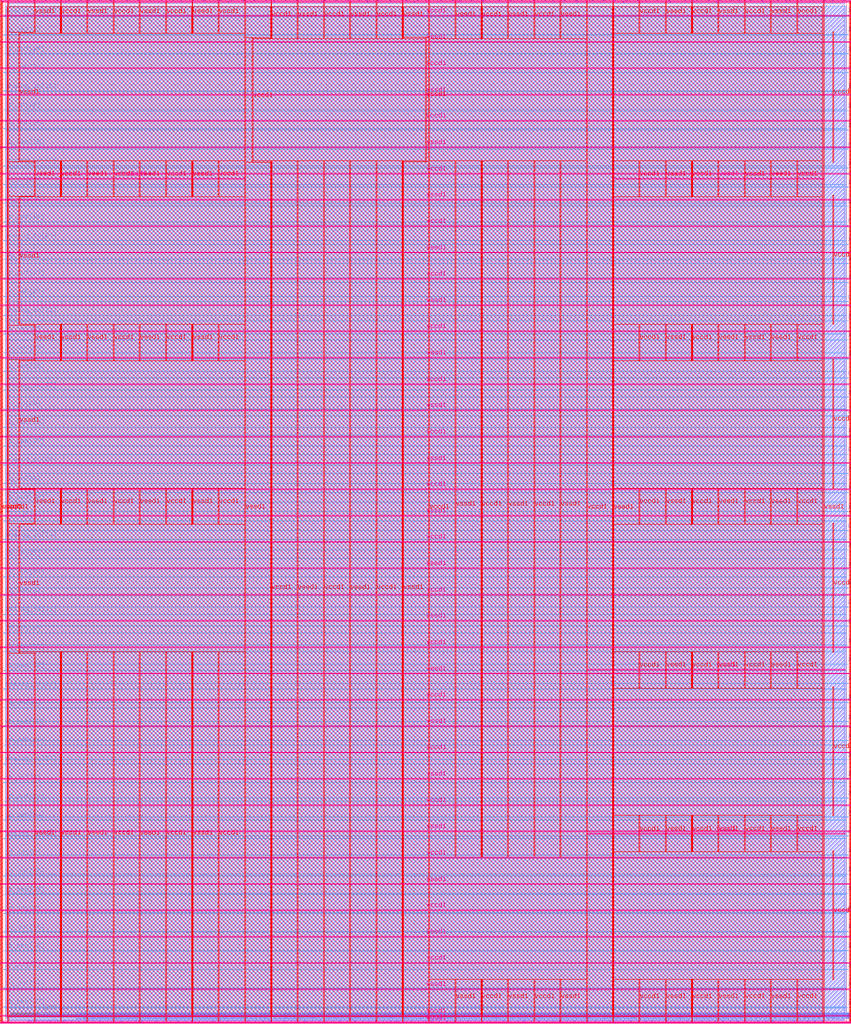
<source format=lef>
VERSION 5.7 ;
  NOWIREEXTENSIONATPIN ON ;
  DIVIDERCHAR "/" ;
  BUSBITCHARS "[]" ;
MACRO Marmot
  CLASS BLOCK ;
  FOREIGN Marmot ;
  ORIGIN 0.000 0.000 ;
  SIZE 2880.000 BY 3480.000 ;
  PIN analog_io[0]
    DIRECTION INOUT ;
    USE SIGNAL ;
    PORT
      LAYER met3 ;
        RECT 2879.000 1412.780 2884.800 1413.980 ;
    END
  END analog_io[0]
  PIN analog_io[10]
    DIRECTION INOUT ;
    USE SIGNAL ;
    PORT
      LAYER met2 ;
        RECT 2195.530 3479.000 2196.090 3484.800 ;
    END
  END analog_io[10]
  PIN analog_io[11]
    DIRECTION INOUT ;
    USE SIGNAL ;
    PORT
      LAYER met2 ;
        RECT 1877.210 3479.000 1877.770 3484.800 ;
    END
  END analog_io[11]
  PIN analog_io[12]
    DIRECTION INOUT ;
    USE SIGNAL ;
    PORT
      LAYER met2 ;
        RECT 1558.890 3479.000 1559.450 3484.800 ;
    END
  END analog_io[12]
  PIN analog_io[13]
    DIRECTION INOUT ;
    USE SIGNAL ;
    PORT
      LAYER met2 ;
        RECT 1240.570 3479.000 1241.130 3484.800 ;
    END
  END analog_io[13]
  PIN analog_io[14]
    DIRECTION INOUT ;
    USE SIGNAL ;
    PORT
      LAYER met2 ;
        RECT 922.250 3479.000 922.810 3484.800 ;
    END
  END analog_io[14]
  PIN analog_io[15]
    DIRECTION INOUT ;
    USE SIGNAL ;
    PORT
      LAYER met2 ;
        RECT 603.930 3479.000 604.490 3484.800 ;
    END
  END analog_io[15]
  PIN analog_io[16]
    DIRECTION INOUT ;
    USE SIGNAL ;
    PORT
      LAYER met2 ;
        RECT 285.610 3479.000 286.170 3484.800 ;
    END
  END analog_io[16]
  PIN analog_io[17]
    DIRECTION INOUT ;
    USE SIGNAL ;
    PORT
      LAYER met3 ;
        RECT -4.800 3433.060 1.000 3434.260 ;
    END
  END analog_io[17]
  PIN analog_io[18]
    DIRECTION INOUT ;
    USE SIGNAL ;
    PORT
      LAYER met3 ;
        RECT -4.800 3177.380 1.000 3178.580 ;
    END
  END analog_io[18]
  PIN analog_io[19]
    DIRECTION INOUT ;
    USE SIGNAL ;
    PORT
      LAYER met3 ;
        RECT -4.800 2921.700 1.000 2922.900 ;
    END
  END analog_io[19]
  PIN analog_io[1]
    DIRECTION INOUT ;
    USE SIGNAL ;
    PORT
      LAYER met3 ;
        RECT 2879.000 1673.900 2884.800 1675.100 ;
    END
  END analog_io[1]
  PIN analog_io[20]
    DIRECTION INOUT ;
    USE SIGNAL ;
    PORT
      LAYER met3 ;
        RECT -4.800 2666.020 1.000 2667.220 ;
    END
  END analog_io[20]
  PIN analog_io[21]
    DIRECTION INOUT ;
    USE SIGNAL ;
    PORT
      LAYER met3 ;
        RECT -4.800 2410.340 1.000 2411.540 ;
    END
  END analog_io[21]
  PIN analog_io[22]
    DIRECTION INOUT ;
    USE SIGNAL ;
    PORT
      LAYER met3 ;
        RECT -4.800 2154.660 1.000 2155.860 ;
    END
  END analog_io[22]
  PIN analog_io[23]
    DIRECTION INOUT ;
    USE SIGNAL ;
    PORT
      LAYER met3 ;
        RECT -4.800 1898.980 1.000 1900.180 ;
    END
  END analog_io[23]
  PIN analog_io[24]
    DIRECTION INOUT ;
    USE SIGNAL ;
    PORT
      LAYER met3 ;
        RECT -4.800 1643.300 1.000 1644.500 ;
    END
  END analog_io[24]
  PIN analog_io[25]
    DIRECTION INOUT ;
    USE SIGNAL ;
    PORT
      LAYER met3 ;
        RECT -4.800 1387.620 1.000 1388.820 ;
    END
  END analog_io[25]
  PIN analog_io[26]
    DIRECTION INOUT ;
    USE SIGNAL ;
    PORT
      LAYER met3 ;
        RECT -4.800 1131.940 1.000 1133.140 ;
    END
  END analog_io[26]
  PIN analog_io[27]
    DIRECTION INOUT ;
    USE SIGNAL ;
    PORT
      LAYER met3 ;
        RECT -4.800 876.260 1.000 877.460 ;
    END
  END analog_io[27]
  PIN analog_io[28]
    DIRECTION INOUT ;
    USE SIGNAL ;
    PORT
      LAYER met3 ;
        RECT -4.800 620.580 1.000 621.780 ;
    END
  END analog_io[28]
  PIN analog_io[2]
    DIRECTION INOUT ;
    USE SIGNAL ;
    PORT
      LAYER met3 ;
        RECT 2879.000 1935.020 2884.800 1936.220 ;
    END
  END analog_io[2]
  PIN analog_io[3]
    DIRECTION INOUT ;
    USE SIGNAL ;
    PORT
      LAYER met3 ;
        RECT 2879.000 2196.140 2884.800 2197.340 ;
    END
  END analog_io[3]
  PIN analog_io[4]
    DIRECTION INOUT ;
    USE SIGNAL ;
    PORT
      LAYER met3 ;
        RECT 2879.000 2457.260 2884.800 2458.460 ;
    END
  END analog_io[4]
  PIN analog_io[5]
    DIRECTION INOUT ;
    USE SIGNAL ;
    PORT
      LAYER met3 ;
        RECT 2879.000 2718.380 2884.800 2719.580 ;
    END
  END analog_io[5]
  PIN analog_io[6]
    DIRECTION INOUT ;
    USE SIGNAL ;
    PORT
      LAYER met3 ;
        RECT 2879.000 2979.500 2884.800 2980.700 ;
    END
  END analog_io[6]
  PIN analog_io[7]
    DIRECTION INOUT ;
    USE SIGNAL ;
    PORT
      LAYER met3 ;
        RECT 2879.000 3240.620 2884.800 3241.820 ;
    END
  END analog_io[7]
  PIN analog_io[8]
    DIRECTION INOUT ;
    USE SIGNAL ;
    PORT
      LAYER met2 ;
        RECT 2832.170 3479.000 2832.730 3484.800 ;
    END
  END analog_io[8]
  PIN analog_io[9]
    DIRECTION INOUT ;
    USE SIGNAL ;
    PORT
      LAYER met2 ;
        RECT 2513.850 3479.000 2514.410 3484.800 ;
    END
  END analog_io[9]
  PIN io_in[0]
    DIRECTION INPUT ;
    USE SIGNAL ;
    PORT
      LAYER met3 ;
        RECT 2879.000 41.900 2884.800 43.100 ;
    END
  END io_in[0]
  PIN io_in[10]
    DIRECTION INPUT ;
    USE SIGNAL ;
    PORT
      LAYER met3 ;
        RECT 2879.000 2261.420 2884.800 2262.620 ;
    END
  END io_in[10]
  PIN io_in[11]
    DIRECTION INPUT ;
    USE SIGNAL ;
    PORT
      LAYER met3 ;
        RECT 2879.000 2522.540 2884.800 2523.740 ;
    END
  END io_in[11]
  PIN io_in[12]
    DIRECTION INPUT ;
    USE SIGNAL ;
    PORT
      LAYER met3 ;
        RECT 2879.000 2783.660 2884.800 2784.860 ;
    END
  END io_in[12]
  PIN io_in[13]
    DIRECTION INPUT ;
    USE SIGNAL ;
    PORT
      LAYER met3 ;
        RECT 2879.000 3044.780 2884.800 3045.980 ;
    END
  END io_in[13]
  PIN io_in[14]
    DIRECTION INPUT ;
    USE SIGNAL ;
    PORT
      LAYER met3 ;
        RECT 2879.000 3305.900 2884.800 3307.100 ;
    END
  END io_in[14]
  PIN io_in[15]
    DIRECTION INPUT ;
    USE SIGNAL ;
    PORT
      LAYER met2 ;
        RECT 2752.590 3479.000 2753.150 3484.800 ;
    END
  END io_in[15]
  PIN io_in[16]
    DIRECTION INPUT ;
    USE SIGNAL ;
    PORT
      LAYER met2 ;
        RECT 2434.270 3479.000 2434.830 3484.800 ;
    END
  END io_in[16]
  PIN io_in[17]
    DIRECTION INPUT ;
    USE SIGNAL ;
    PORT
      LAYER met2 ;
        RECT 2115.950 3479.000 2116.510 3484.800 ;
    END
  END io_in[17]
  PIN io_in[18]
    DIRECTION INPUT ;
    USE SIGNAL ;
    PORT
      LAYER met2 ;
        RECT 1797.630 3479.000 1798.190 3484.800 ;
    END
  END io_in[18]
  PIN io_in[19]
    DIRECTION INPUT ;
    USE SIGNAL ;
    PORT
      LAYER met2 ;
        RECT 1479.310 3479.000 1479.870 3484.800 ;
    END
  END io_in[19]
  PIN io_in[1]
    DIRECTION INPUT ;
    USE SIGNAL ;
    PORT
      LAYER met3 ;
        RECT 2879.000 237.740 2884.800 238.940 ;
    END
  END io_in[1]
  PIN io_in[20]
    DIRECTION INPUT ;
    USE SIGNAL ;
    PORT
      LAYER met2 ;
        RECT 1160.990 3479.000 1161.550 3484.800 ;
    END
  END io_in[20]
  PIN io_in[21]
    DIRECTION INPUT ;
    USE SIGNAL ;
    PORT
      LAYER met2 ;
        RECT 842.670 3479.000 843.230 3484.800 ;
    END
  END io_in[21]
  PIN io_in[22]
    DIRECTION INPUT ;
    USE SIGNAL ;
    PORT
      LAYER met2 ;
        RECT 524.350 3479.000 524.910 3484.800 ;
    END
  END io_in[22]
  PIN io_in[23]
    DIRECTION INPUT ;
    USE SIGNAL ;
    PORT
      LAYER met2 ;
        RECT 206.030 3479.000 206.590 3484.800 ;
    END
  END io_in[23]
  PIN io_in[24]
    DIRECTION INPUT ;
    USE SIGNAL ;
    PORT
      LAYER met3 ;
        RECT -4.800 3369.140 1.000 3370.340 ;
    END
  END io_in[24]
  PIN io_in[25]
    DIRECTION INPUT ;
    USE SIGNAL ;
    PORT
      LAYER met3 ;
        RECT -4.800 3113.460 1.000 3114.660 ;
    END
  END io_in[25]
  PIN io_in[26]
    DIRECTION INPUT ;
    USE SIGNAL ;
    PORT
      LAYER met3 ;
        RECT -4.800 2857.780 1.000 2858.980 ;
    END
  END io_in[26]
  PIN io_in[27]
    DIRECTION INPUT ;
    USE SIGNAL ;
    PORT
      LAYER met3 ;
        RECT -4.800 2602.100 1.000 2603.300 ;
    END
  END io_in[27]
  PIN io_in[28]
    DIRECTION INPUT ;
    USE SIGNAL ;
    PORT
      LAYER met3 ;
        RECT -4.800 2346.420 1.000 2347.620 ;
    END
  END io_in[28]
  PIN io_in[29]
    DIRECTION INPUT ;
    USE SIGNAL ;
    PORT
      LAYER met3 ;
        RECT -4.800 2090.740 1.000 2091.940 ;
    END
  END io_in[29]
  PIN io_in[2]
    DIRECTION INPUT ;
    USE SIGNAL ;
    PORT
      LAYER met3 ;
        RECT 2879.000 433.580 2884.800 434.780 ;
    END
  END io_in[2]
  PIN io_in[30]
    DIRECTION INPUT ;
    USE SIGNAL ;
    PORT
      LAYER met3 ;
        RECT -4.800 1835.060 1.000 1836.260 ;
    END
  END io_in[30]
  PIN io_in[31]
    DIRECTION INPUT ;
    USE SIGNAL ;
    PORT
      LAYER met3 ;
        RECT -4.800 1579.380 1.000 1580.580 ;
    END
  END io_in[31]
  PIN io_in[32]
    DIRECTION INPUT ;
    USE SIGNAL ;
    PORT
      LAYER met3 ;
        RECT -4.800 1323.700 1.000 1324.900 ;
    END
  END io_in[32]
  PIN io_in[33]
    DIRECTION INPUT ;
    USE SIGNAL ;
    PORT
      LAYER met3 ;
        RECT -4.800 1068.020 1.000 1069.220 ;
    END
  END io_in[33]
  PIN io_in[34]
    DIRECTION INPUT ;
    USE SIGNAL ;
    PORT
      LAYER met3 ;
        RECT -4.800 812.340 1.000 813.540 ;
    END
  END io_in[34]
  PIN io_in[35]
    DIRECTION INPUT ;
    USE SIGNAL ;
    PORT
      LAYER met3 ;
        RECT -4.800 556.660 1.000 557.860 ;
    END
  END io_in[35]
  PIN io_in[36]
    DIRECTION INPUT ;
    USE SIGNAL ;
    PORT
      LAYER met3 ;
        RECT -4.800 364.900 1.000 366.100 ;
    END
  END io_in[36]
  PIN io_in[37]
    DIRECTION INPUT ;
    USE SIGNAL ;
    PORT
      LAYER met3 ;
        RECT -4.800 173.140 1.000 174.340 ;
    END
  END io_in[37]
  PIN io_in[3]
    DIRECTION INPUT ;
    USE SIGNAL ;
    PORT
      LAYER met3 ;
        RECT 2879.000 629.420 2884.800 630.620 ;
    END
  END io_in[3]
  PIN io_in[4]
    DIRECTION INPUT ;
    USE SIGNAL ;
    PORT
      LAYER met3 ;
        RECT 2879.000 825.260 2884.800 826.460 ;
    END
  END io_in[4]
  PIN io_in[5]
    DIRECTION INPUT ;
    USE SIGNAL ;
    PORT
      LAYER met3 ;
        RECT 2879.000 1021.100 2884.800 1022.300 ;
    END
  END io_in[5]
  PIN io_in[6]
    DIRECTION INPUT ;
    USE SIGNAL ;
    PORT
      LAYER met3 ;
        RECT 2879.000 1216.940 2884.800 1218.140 ;
    END
  END io_in[6]
  PIN io_in[7]
    DIRECTION INPUT ;
    USE SIGNAL ;
    PORT
      LAYER met3 ;
        RECT 2879.000 1478.060 2884.800 1479.260 ;
    END
  END io_in[7]
  PIN io_in[8]
    DIRECTION INPUT ;
    USE SIGNAL ;
    PORT
      LAYER met3 ;
        RECT 2879.000 1739.180 2884.800 1740.380 ;
    END
  END io_in[8]
  PIN io_in[9]
    DIRECTION INPUT ;
    USE SIGNAL ;
    PORT
      LAYER met3 ;
        RECT 2879.000 2000.300 2884.800 2001.500 ;
    END
  END io_in[9]
  PIN io_oeb[0]
    DIRECTION OUTPUT TRISTATE ;
    USE SIGNAL ;
    PORT
      LAYER met3 ;
        RECT 2879.000 172.460 2884.800 173.660 ;
    END
  END io_oeb[0]
  PIN io_oeb[10]
    DIRECTION OUTPUT TRISTATE ;
    USE SIGNAL ;
    PORT
      LAYER met3 ;
        RECT 2879.000 2391.980 2884.800 2393.180 ;
    END
  END io_oeb[10]
  PIN io_oeb[11]
    DIRECTION OUTPUT TRISTATE ;
    USE SIGNAL ;
    PORT
      LAYER met3 ;
        RECT 2879.000 2653.100 2884.800 2654.300 ;
    END
  END io_oeb[11]
  PIN io_oeb[12]
    DIRECTION OUTPUT TRISTATE ;
    USE SIGNAL ;
    PORT
      LAYER met3 ;
        RECT 2879.000 2914.220 2884.800 2915.420 ;
    END
  END io_oeb[12]
  PIN io_oeb[13]
    DIRECTION OUTPUT TRISTATE ;
    USE SIGNAL ;
    PORT
      LAYER met3 ;
        RECT 2879.000 3175.340 2884.800 3176.540 ;
    END
  END io_oeb[13]
  PIN io_oeb[14]
    DIRECTION OUTPUT TRISTATE ;
    USE SIGNAL ;
    PORT
      LAYER met3 ;
        RECT 2879.000 3436.460 2884.800 3437.660 ;
    END
  END io_oeb[14]
  PIN io_oeb[15]
    DIRECTION OUTPUT TRISTATE ;
    USE SIGNAL ;
    PORT
      LAYER met2 ;
        RECT 2593.430 3479.000 2593.990 3484.800 ;
    END
  END io_oeb[15]
  PIN io_oeb[16]
    DIRECTION OUTPUT TRISTATE ;
    USE SIGNAL ;
    PORT
      LAYER met2 ;
        RECT 2275.110 3479.000 2275.670 3484.800 ;
    END
  END io_oeb[16]
  PIN io_oeb[17]
    DIRECTION OUTPUT TRISTATE ;
    USE SIGNAL ;
    PORT
      LAYER met2 ;
        RECT 1956.790 3479.000 1957.350 3484.800 ;
    END
  END io_oeb[17]
  PIN io_oeb[18]
    DIRECTION OUTPUT TRISTATE ;
    USE SIGNAL ;
    PORT
      LAYER met2 ;
        RECT 1638.470 3479.000 1639.030 3484.800 ;
    END
  END io_oeb[18]
  PIN io_oeb[19]
    DIRECTION OUTPUT TRISTATE ;
    USE SIGNAL ;
    PORT
      LAYER met2 ;
        RECT 1320.150 3479.000 1320.710 3484.800 ;
    END
  END io_oeb[19]
  PIN io_oeb[1]
    DIRECTION OUTPUT TRISTATE ;
    USE SIGNAL ;
    PORT
      LAYER met3 ;
        RECT 2879.000 368.300 2884.800 369.500 ;
    END
  END io_oeb[1]
  PIN io_oeb[20]
    DIRECTION OUTPUT TRISTATE ;
    USE SIGNAL ;
    PORT
      LAYER met2 ;
        RECT 1001.830 3479.000 1002.390 3484.800 ;
    END
  END io_oeb[20]
  PIN io_oeb[21]
    DIRECTION OUTPUT TRISTATE ;
    USE SIGNAL ;
    PORT
      LAYER met2 ;
        RECT 683.510 3479.000 684.070 3484.800 ;
    END
  END io_oeb[21]
  PIN io_oeb[22]
    DIRECTION OUTPUT TRISTATE ;
    USE SIGNAL ;
    PORT
      LAYER met2 ;
        RECT 365.190 3479.000 365.750 3484.800 ;
    END
  END io_oeb[22]
  PIN io_oeb[23]
    DIRECTION OUTPUT TRISTATE ;
    USE SIGNAL ;
    PORT
      LAYER met2 ;
        RECT 46.870 3479.000 47.430 3484.800 ;
    END
  END io_oeb[23]
  PIN io_oeb[24]
    DIRECTION OUTPUT TRISTATE ;
    USE SIGNAL ;
    PORT
      LAYER met3 ;
        RECT -4.800 3241.300 1.000 3242.500 ;
    END
  END io_oeb[24]
  PIN io_oeb[25]
    DIRECTION OUTPUT TRISTATE ;
    USE SIGNAL ;
    PORT
      LAYER met3 ;
        RECT -4.800 2985.620 1.000 2986.820 ;
    END
  END io_oeb[25]
  PIN io_oeb[26]
    DIRECTION OUTPUT TRISTATE ;
    USE SIGNAL ;
    PORT
      LAYER met3 ;
        RECT -4.800 2729.940 1.000 2731.140 ;
    END
  END io_oeb[26]
  PIN io_oeb[27]
    DIRECTION OUTPUT TRISTATE ;
    USE SIGNAL ;
    PORT
      LAYER met3 ;
        RECT -4.800 2474.260 1.000 2475.460 ;
    END
  END io_oeb[27]
  PIN io_oeb[28]
    DIRECTION OUTPUT TRISTATE ;
    USE SIGNAL ;
    PORT
      LAYER met3 ;
        RECT -4.800 2218.580 1.000 2219.780 ;
    END
  END io_oeb[28]
  PIN io_oeb[29]
    DIRECTION OUTPUT TRISTATE ;
    USE SIGNAL ;
    PORT
      LAYER met3 ;
        RECT -4.800 1962.900 1.000 1964.100 ;
    END
  END io_oeb[29]
  PIN io_oeb[2]
    DIRECTION OUTPUT TRISTATE ;
    USE SIGNAL ;
    PORT
      LAYER met3 ;
        RECT 2879.000 564.140 2884.800 565.340 ;
    END
  END io_oeb[2]
  PIN io_oeb[30]
    DIRECTION OUTPUT TRISTATE ;
    USE SIGNAL ;
    PORT
      LAYER met3 ;
        RECT -4.800 1707.220 1.000 1708.420 ;
    END
  END io_oeb[30]
  PIN io_oeb[31]
    DIRECTION OUTPUT TRISTATE ;
    USE SIGNAL ;
    PORT
      LAYER met3 ;
        RECT -4.800 1451.540 1.000 1452.740 ;
    END
  END io_oeb[31]
  PIN io_oeb[32]
    DIRECTION OUTPUT TRISTATE ;
    USE SIGNAL ;
    PORT
      LAYER met3 ;
        RECT -4.800 1195.860 1.000 1197.060 ;
    END
  END io_oeb[32]
  PIN io_oeb[33]
    DIRECTION OUTPUT TRISTATE ;
    USE SIGNAL ;
    PORT
      LAYER met3 ;
        RECT -4.800 940.180 1.000 941.380 ;
    END
  END io_oeb[33]
  PIN io_oeb[34]
    DIRECTION OUTPUT TRISTATE ;
    USE SIGNAL ;
    PORT
      LAYER met3 ;
        RECT -4.800 684.500 1.000 685.700 ;
    END
  END io_oeb[34]
  PIN io_oeb[35]
    DIRECTION OUTPUT TRISTATE ;
    USE SIGNAL ;
    PORT
      LAYER met3 ;
        RECT -4.800 428.820 1.000 430.020 ;
    END
  END io_oeb[35]
  PIN io_oeb[36]
    DIRECTION OUTPUT TRISTATE ;
    USE SIGNAL ;
    PORT
      LAYER met3 ;
        RECT -4.800 237.060 1.000 238.260 ;
    END
  END io_oeb[36]
  PIN io_oeb[37]
    DIRECTION OUTPUT TRISTATE ;
    USE SIGNAL ;
    PORT
      LAYER met3 ;
        RECT -4.800 45.300 1.000 46.500 ;
    END
  END io_oeb[37]
  PIN io_oeb[3]
    DIRECTION OUTPUT TRISTATE ;
    USE SIGNAL ;
    PORT
      LAYER met3 ;
        RECT 2879.000 759.980 2884.800 761.180 ;
    END
  END io_oeb[3]
  PIN io_oeb[4]
    DIRECTION OUTPUT TRISTATE ;
    USE SIGNAL ;
    PORT
      LAYER met3 ;
        RECT 2879.000 955.820 2884.800 957.020 ;
    END
  END io_oeb[4]
  PIN io_oeb[5]
    DIRECTION OUTPUT TRISTATE ;
    USE SIGNAL ;
    PORT
      LAYER met3 ;
        RECT 2879.000 1151.660 2884.800 1152.860 ;
    END
  END io_oeb[5]
  PIN io_oeb[6]
    DIRECTION OUTPUT TRISTATE ;
    USE SIGNAL ;
    PORT
      LAYER met3 ;
        RECT 2879.000 1347.500 2884.800 1348.700 ;
    END
  END io_oeb[6]
  PIN io_oeb[7]
    DIRECTION OUTPUT TRISTATE ;
    USE SIGNAL ;
    PORT
      LAYER met3 ;
        RECT 2879.000 1608.620 2884.800 1609.820 ;
    END
  END io_oeb[7]
  PIN io_oeb[8]
    DIRECTION OUTPUT TRISTATE ;
    USE SIGNAL ;
    PORT
      LAYER met3 ;
        RECT 2879.000 1869.740 2884.800 1870.940 ;
    END
  END io_oeb[8]
  PIN io_oeb[9]
    DIRECTION OUTPUT TRISTATE ;
    USE SIGNAL ;
    PORT
      LAYER met3 ;
        RECT 2879.000 2130.860 2884.800 2132.060 ;
    END
  END io_oeb[9]
  PIN io_out[0]
    DIRECTION OUTPUT TRISTATE ;
    USE SIGNAL ;
    PORT
      LAYER met3 ;
        RECT 2879.000 107.180 2884.800 108.380 ;
    END
  END io_out[0]
  PIN io_out[10]
    DIRECTION OUTPUT TRISTATE ;
    USE SIGNAL ;
    PORT
      LAYER met3 ;
        RECT 2879.000 2326.700 2884.800 2327.900 ;
    END
  END io_out[10]
  PIN io_out[11]
    DIRECTION OUTPUT TRISTATE ;
    USE SIGNAL ;
    PORT
      LAYER met3 ;
        RECT 2879.000 2587.820 2884.800 2589.020 ;
    END
  END io_out[11]
  PIN io_out[12]
    DIRECTION OUTPUT TRISTATE ;
    USE SIGNAL ;
    PORT
      LAYER met3 ;
        RECT 2879.000 2848.940 2884.800 2850.140 ;
    END
  END io_out[12]
  PIN io_out[13]
    DIRECTION OUTPUT TRISTATE ;
    USE SIGNAL ;
    PORT
      LAYER met3 ;
        RECT 2879.000 3110.060 2884.800 3111.260 ;
    END
  END io_out[13]
  PIN io_out[14]
    DIRECTION OUTPUT TRISTATE ;
    USE SIGNAL ;
    PORT
      LAYER met3 ;
        RECT 2879.000 3371.180 2884.800 3372.380 ;
    END
  END io_out[14]
  PIN io_out[15]
    DIRECTION OUTPUT TRISTATE ;
    USE SIGNAL ;
    PORT
      LAYER met2 ;
        RECT 2673.010 3479.000 2673.570 3484.800 ;
    END
  END io_out[15]
  PIN io_out[16]
    DIRECTION OUTPUT TRISTATE ;
    USE SIGNAL ;
    PORT
      LAYER met2 ;
        RECT 2354.690 3479.000 2355.250 3484.800 ;
    END
  END io_out[16]
  PIN io_out[17]
    DIRECTION OUTPUT TRISTATE ;
    USE SIGNAL ;
    PORT
      LAYER met2 ;
        RECT 2036.370 3479.000 2036.930 3484.800 ;
    END
  END io_out[17]
  PIN io_out[18]
    DIRECTION OUTPUT TRISTATE ;
    USE SIGNAL ;
    PORT
      LAYER met2 ;
        RECT 1718.050 3479.000 1718.610 3484.800 ;
    END
  END io_out[18]
  PIN io_out[19]
    DIRECTION OUTPUT TRISTATE ;
    USE SIGNAL ;
    PORT
      LAYER met2 ;
        RECT 1399.730 3479.000 1400.290 3484.800 ;
    END
  END io_out[19]
  PIN io_out[1]
    DIRECTION OUTPUT TRISTATE ;
    USE SIGNAL ;
    PORT
      LAYER met3 ;
        RECT 2879.000 303.020 2884.800 304.220 ;
    END
  END io_out[1]
  PIN io_out[20]
    DIRECTION OUTPUT TRISTATE ;
    USE SIGNAL ;
    PORT
      LAYER met2 ;
        RECT 1081.410 3479.000 1081.970 3484.800 ;
    END
  END io_out[20]
  PIN io_out[21]
    DIRECTION OUTPUT TRISTATE ;
    USE SIGNAL ;
    PORT
      LAYER met2 ;
        RECT 763.090 3479.000 763.650 3484.800 ;
    END
  END io_out[21]
  PIN io_out[22]
    DIRECTION OUTPUT TRISTATE ;
    USE SIGNAL ;
    PORT
      LAYER met2 ;
        RECT 444.770 3479.000 445.330 3484.800 ;
    END
  END io_out[22]
  PIN io_out[23]
    DIRECTION OUTPUT TRISTATE ;
    USE SIGNAL ;
    PORT
      LAYER met2 ;
        RECT 126.450 3479.000 127.010 3484.800 ;
    END
  END io_out[23]
  PIN io_out[24]
    DIRECTION OUTPUT TRISTATE ;
    USE SIGNAL ;
    PORT
      LAYER met3 ;
        RECT -4.800 3305.220 1.000 3306.420 ;
    END
  END io_out[24]
  PIN io_out[25]
    DIRECTION OUTPUT TRISTATE ;
    USE SIGNAL ;
    PORT
      LAYER met3 ;
        RECT -4.800 3049.540 1.000 3050.740 ;
    END
  END io_out[25]
  PIN io_out[26]
    DIRECTION OUTPUT TRISTATE ;
    USE SIGNAL ;
    PORT
      LAYER met3 ;
        RECT -4.800 2793.860 1.000 2795.060 ;
    END
  END io_out[26]
  PIN io_out[27]
    DIRECTION OUTPUT TRISTATE ;
    USE SIGNAL ;
    PORT
      LAYER met3 ;
        RECT -4.800 2538.180 1.000 2539.380 ;
    END
  END io_out[27]
  PIN io_out[28]
    DIRECTION OUTPUT TRISTATE ;
    USE SIGNAL ;
    PORT
      LAYER met3 ;
        RECT -4.800 2282.500 1.000 2283.700 ;
    END
  END io_out[28]
  PIN io_out[29]
    DIRECTION OUTPUT TRISTATE ;
    USE SIGNAL ;
    PORT
      LAYER met3 ;
        RECT -4.800 2026.820 1.000 2028.020 ;
    END
  END io_out[29]
  PIN io_out[2]
    DIRECTION OUTPUT TRISTATE ;
    USE SIGNAL ;
    PORT
      LAYER met3 ;
        RECT 2879.000 498.860 2884.800 500.060 ;
    END
  END io_out[2]
  PIN io_out[30]
    DIRECTION OUTPUT TRISTATE ;
    USE SIGNAL ;
    PORT
      LAYER met3 ;
        RECT -4.800 1771.140 1.000 1772.340 ;
    END
  END io_out[30]
  PIN io_out[31]
    DIRECTION OUTPUT TRISTATE ;
    USE SIGNAL ;
    PORT
      LAYER met3 ;
        RECT -4.800 1515.460 1.000 1516.660 ;
    END
  END io_out[31]
  PIN io_out[32]
    DIRECTION OUTPUT TRISTATE ;
    USE SIGNAL ;
    PORT
      LAYER met3 ;
        RECT -4.800 1259.780 1.000 1260.980 ;
    END
  END io_out[32]
  PIN io_out[33]
    DIRECTION OUTPUT TRISTATE ;
    USE SIGNAL ;
    PORT
      LAYER met3 ;
        RECT -4.800 1004.100 1.000 1005.300 ;
    END
  END io_out[33]
  PIN io_out[34]
    DIRECTION OUTPUT TRISTATE ;
    USE SIGNAL ;
    PORT
      LAYER met3 ;
        RECT -4.800 748.420 1.000 749.620 ;
    END
  END io_out[34]
  PIN io_out[35]
    DIRECTION OUTPUT TRISTATE ;
    USE SIGNAL ;
    PORT
      LAYER met3 ;
        RECT -4.800 492.740 1.000 493.940 ;
    END
  END io_out[35]
  PIN io_out[36]
    DIRECTION OUTPUT TRISTATE ;
    USE SIGNAL ;
    PORT
      LAYER met3 ;
        RECT -4.800 300.980 1.000 302.180 ;
    END
  END io_out[36]
  PIN io_out[37]
    DIRECTION OUTPUT TRISTATE ;
    USE SIGNAL ;
    PORT
      LAYER met3 ;
        RECT -4.800 109.220 1.000 110.420 ;
    END
  END io_out[37]
  PIN io_out[3]
    DIRECTION OUTPUT TRISTATE ;
    USE SIGNAL ;
    PORT
      LAYER met3 ;
        RECT 2879.000 694.700 2884.800 695.900 ;
    END
  END io_out[3]
  PIN io_out[4]
    DIRECTION OUTPUT TRISTATE ;
    USE SIGNAL ;
    PORT
      LAYER met3 ;
        RECT 2879.000 890.540 2884.800 891.740 ;
    END
  END io_out[4]
  PIN io_out[5]
    DIRECTION OUTPUT TRISTATE ;
    USE SIGNAL ;
    PORT
      LAYER met3 ;
        RECT 2879.000 1086.380 2884.800 1087.580 ;
    END
  END io_out[5]
  PIN io_out[6]
    DIRECTION OUTPUT TRISTATE ;
    USE SIGNAL ;
    PORT
      LAYER met3 ;
        RECT 2879.000 1282.220 2884.800 1283.420 ;
    END
  END io_out[6]
  PIN io_out[7]
    DIRECTION OUTPUT TRISTATE ;
    USE SIGNAL ;
    PORT
      LAYER met3 ;
        RECT 2879.000 1543.340 2884.800 1544.540 ;
    END
  END io_out[7]
  PIN io_out[8]
    DIRECTION OUTPUT TRISTATE ;
    USE SIGNAL ;
    PORT
      LAYER met3 ;
        RECT 2879.000 1804.460 2884.800 1805.660 ;
    END
  END io_out[8]
  PIN io_out[9]
    DIRECTION OUTPUT TRISTATE ;
    USE SIGNAL ;
    PORT
      LAYER met3 ;
        RECT 2879.000 2065.580 2884.800 2066.780 ;
    END
  END io_out[9]
  PIN la_data_in[0]
    DIRECTION INPUT ;
    USE SIGNAL ;
    PORT
      LAYER met2 ;
        RECT 664.190 -4.800 664.750 1.000 ;
    END
  END la_data_in[0]
  PIN la_data_in[100]
    DIRECTION INPUT ;
    USE SIGNAL ;
    PORT
      LAYER met2 ;
        RECT 2320.190 -4.800 2320.750 1.000 ;
    END
  END la_data_in[100]
  PIN la_data_in[101]
    DIRECTION INPUT ;
    USE SIGNAL ;
    PORT
      LAYER met2 ;
        RECT 2336.750 -4.800 2337.310 1.000 ;
    END
  END la_data_in[101]
  PIN la_data_in[102]
    DIRECTION INPUT ;
    USE SIGNAL ;
    PORT
      LAYER met2 ;
        RECT 2353.310 -4.800 2353.870 1.000 ;
    END
  END la_data_in[102]
  PIN la_data_in[103]
    DIRECTION INPUT ;
    USE SIGNAL ;
    PORT
      LAYER met2 ;
        RECT 2369.870 -4.800 2370.430 1.000 ;
    END
  END la_data_in[103]
  PIN la_data_in[104]
    DIRECTION INPUT ;
    USE SIGNAL ;
    PORT
      LAYER met2 ;
        RECT 2386.430 -4.800 2386.990 1.000 ;
    END
  END la_data_in[104]
  PIN la_data_in[105]
    DIRECTION INPUT ;
    USE SIGNAL ;
    PORT
      LAYER met2 ;
        RECT 2402.990 -4.800 2403.550 1.000 ;
    END
  END la_data_in[105]
  PIN la_data_in[106]
    DIRECTION INPUT ;
    USE SIGNAL ;
    PORT
      LAYER met2 ;
        RECT 2419.550 -4.800 2420.110 1.000 ;
    END
  END la_data_in[106]
  PIN la_data_in[107]
    DIRECTION INPUT ;
    USE SIGNAL ;
    PORT
      LAYER met2 ;
        RECT 2436.110 -4.800 2436.670 1.000 ;
    END
  END la_data_in[107]
  PIN la_data_in[108]
    DIRECTION INPUT ;
    USE SIGNAL ;
    PORT
      LAYER met2 ;
        RECT 2452.670 -4.800 2453.230 1.000 ;
    END
  END la_data_in[108]
  PIN la_data_in[109]
    DIRECTION INPUT ;
    USE SIGNAL ;
    PORT
      LAYER met2 ;
        RECT 2469.230 -4.800 2469.790 1.000 ;
    END
  END la_data_in[109]
  PIN la_data_in[10]
    DIRECTION INPUT ;
    USE SIGNAL ;
    PORT
      LAYER met2 ;
        RECT 829.790 -4.800 830.350 1.000 ;
    END
  END la_data_in[10]
  PIN la_data_in[110]
    DIRECTION INPUT ;
    USE SIGNAL ;
    PORT
      LAYER met2 ;
        RECT 2485.790 -4.800 2486.350 1.000 ;
    END
  END la_data_in[110]
  PIN la_data_in[111]
    DIRECTION INPUT ;
    USE SIGNAL ;
    PORT
      LAYER met2 ;
        RECT 2502.350 -4.800 2502.910 1.000 ;
    END
  END la_data_in[111]
  PIN la_data_in[112]
    DIRECTION INPUT ;
    USE SIGNAL ;
    PORT
      LAYER met2 ;
        RECT 2518.910 -4.800 2519.470 1.000 ;
    END
  END la_data_in[112]
  PIN la_data_in[113]
    DIRECTION INPUT ;
    USE SIGNAL ;
    PORT
      LAYER met2 ;
        RECT 2535.470 -4.800 2536.030 1.000 ;
    END
  END la_data_in[113]
  PIN la_data_in[114]
    DIRECTION INPUT ;
    USE SIGNAL ;
    PORT
      LAYER met2 ;
        RECT 2552.030 -4.800 2552.590 1.000 ;
    END
  END la_data_in[114]
  PIN la_data_in[115]
    DIRECTION INPUT ;
    USE SIGNAL ;
    PORT
      LAYER met2 ;
        RECT 2568.590 -4.800 2569.150 1.000 ;
    END
  END la_data_in[115]
  PIN la_data_in[116]
    DIRECTION INPUT ;
    USE SIGNAL ;
    PORT
      LAYER met2 ;
        RECT 2585.150 -4.800 2585.710 1.000 ;
    END
  END la_data_in[116]
  PIN la_data_in[117]
    DIRECTION INPUT ;
    USE SIGNAL ;
    PORT
      LAYER met2 ;
        RECT 2601.710 -4.800 2602.270 1.000 ;
    END
  END la_data_in[117]
  PIN la_data_in[118]
    DIRECTION INPUT ;
    USE SIGNAL ;
    PORT
      LAYER met2 ;
        RECT 2618.270 -4.800 2618.830 1.000 ;
    END
  END la_data_in[118]
  PIN la_data_in[119]
    DIRECTION INPUT ;
    USE SIGNAL ;
    PORT
      LAYER met2 ;
        RECT 2634.830 -4.800 2635.390 1.000 ;
    END
  END la_data_in[119]
  PIN la_data_in[11]
    DIRECTION INPUT ;
    USE SIGNAL ;
    PORT
      LAYER met2 ;
        RECT 846.350 -4.800 846.910 1.000 ;
    END
  END la_data_in[11]
  PIN la_data_in[120]
    DIRECTION INPUT ;
    USE SIGNAL ;
    PORT
      LAYER met2 ;
        RECT 2651.390 -4.800 2651.950 1.000 ;
    END
  END la_data_in[120]
  PIN la_data_in[121]
    DIRECTION INPUT ;
    USE SIGNAL ;
    PORT
      LAYER met2 ;
        RECT 2667.950 -4.800 2668.510 1.000 ;
    END
  END la_data_in[121]
  PIN la_data_in[122]
    DIRECTION INPUT ;
    USE SIGNAL ;
    PORT
      LAYER met2 ;
        RECT 2684.510 -4.800 2685.070 1.000 ;
    END
  END la_data_in[122]
  PIN la_data_in[123]
    DIRECTION INPUT ;
    USE SIGNAL ;
    PORT
      LAYER met2 ;
        RECT 2701.070 -4.800 2701.630 1.000 ;
    END
  END la_data_in[123]
  PIN la_data_in[124]
    DIRECTION INPUT ;
    USE SIGNAL ;
    PORT
      LAYER met2 ;
        RECT 2717.630 -4.800 2718.190 1.000 ;
    END
  END la_data_in[124]
  PIN la_data_in[125]
    DIRECTION INPUT ;
    USE SIGNAL ;
    PORT
      LAYER met2 ;
        RECT 2734.190 -4.800 2734.750 1.000 ;
    END
  END la_data_in[125]
  PIN la_data_in[126]
    DIRECTION INPUT ;
    USE SIGNAL ;
    PORT
      LAYER met2 ;
        RECT 2750.750 -4.800 2751.310 1.000 ;
    END
  END la_data_in[126]
  PIN la_data_in[127]
    DIRECTION INPUT ;
    USE SIGNAL ;
    PORT
      LAYER met2 ;
        RECT 2767.310 -4.800 2767.870 1.000 ;
    END
  END la_data_in[127]
  PIN la_data_in[12]
    DIRECTION INPUT ;
    USE SIGNAL ;
    PORT
      LAYER met2 ;
        RECT 862.910 -4.800 863.470 1.000 ;
    END
  END la_data_in[12]
  PIN la_data_in[13]
    DIRECTION INPUT ;
    USE SIGNAL ;
    PORT
      LAYER met2 ;
        RECT 879.470 -4.800 880.030 1.000 ;
    END
  END la_data_in[13]
  PIN la_data_in[14]
    DIRECTION INPUT ;
    USE SIGNAL ;
    PORT
      LAYER met2 ;
        RECT 896.030 -4.800 896.590 1.000 ;
    END
  END la_data_in[14]
  PIN la_data_in[15]
    DIRECTION INPUT ;
    USE SIGNAL ;
    PORT
      LAYER met2 ;
        RECT 912.590 -4.800 913.150 1.000 ;
    END
  END la_data_in[15]
  PIN la_data_in[16]
    DIRECTION INPUT ;
    USE SIGNAL ;
    PORT
      LAYER met2 ;
        RECT 929.150 -4.800 929.710 1.000 ;
    END
  END la_data_in[16]
  PIN la_data_in[17]
    DIRECTION INPUT ;
    USE SIGNAL ;
    PORT
      LAYER met2 ;
        RECT 945.710 -4.800 946.270 1.000 ;
    END
  END la_data_in[17]
  PIN la_data_in[18]
    DIRECTION INPUT ;
    USE SIGNAL ;
    PORT
      LAYER met2 ;
        RECT 962.270 -4.800 962.830 1.000 ;
    END
  END la_data_in[18]
  PIN la_data_in[19]
    DIRECTION INPUT ;
    USE SIGNAL ;
    PORT
      LAYER met2 ;
        RECT 978.830 -4.800 979.390 1.000 ;
    END
  END la_data_in[19]
  PIN la_data_in[1]
    DIRECTION INPUT ;
    USE SIGNAL ;
    PORT
      LAYER met2 ;
        RECT 680.750 -4.800 681.310 1.000 ;
    END
  END la_data_in[1]
  PIN la_data_in[20]
    DIRECTION INPUT ;
    USE SIGNAL ;
    PORT
      LAYER met2 ;
        RECT 995.390 -4.800 995.950 1.000 ;
    END
  END la_data_in[20]
  PIN la_data_in[21]
    DIRECTION INPUT ;
    USE SIGNAL ;
    PORT
      LAYER met2 ;
        RECT 1011.950 -4.800 1012.510 1.000 ;
    END
  END la_data_in[21]
  PIN la_data_in[22]
    DIRECTION INPUT ;
    USE SIGNAL ;
    PORT
      LAYER met2 ;
        RECT 1028.510 -4.800 1029.070 1.000 ;
    END
  END la_data_in[22]
  PIN la_data_in[23]
    DIRECTION INPUT ;
    USE SIGNAL ;
    PORT
      LAYER met2 ;
        RECT 1045.070 -4.800 1045.630 1.000 ;
    END
  END la_data_in[23]
  PIN la_data_in[24]
    DIRECTION INPUT ;
    USE SIGNAL ;
    PORT
      LAYER met2 ;
        RECT 1061.630 -4.800 1062.190 1.000 ;
    END
  END la_data_in[24]
  PIN la_data_in[25]
    DIRECTION INPUT ;
    USE SIGNAL ;
    PORT
      LAYER met2 ;
        RECT 1078.190 -4.800 1078.750 1.000 ;
    END
  END la_data_in[25]
  PIN la_data_in[26]
    DIRECTION INPUT ;
    USE SIGNAL ;
    PORT
      LAYER met2 ;
        RECT 1094.750 -4.800 1095.310 1.000 ;
    END
  END la_data_in[26]
  PIN la_data_in[27]
    DIRECTION INPUT ;
    USE SIGNAL ;
    PORT
      LAYER met2 ;
        RECT 1111.310 -4.800 1111.870 1.000 ;
    END
  END la_data_in[27]
  PIN la_data_in[28]
    DIRECTION INPUT ;
    USE SIGNAL ;
    PORT
      LAYER met2 ;
        RECT 1127.870 -4.800 1128.430 1.000 ;
    END
  END la_data_in[28]
  PIN la_data_in[29]
    DIRECTION INPUT ;
    USE SIGNAL ;
    PORT
      LAYER met2 ;
        RECT 1144.430 -4.800 1144.990 1.000 ;
    END
  END la_data_in[29]
  PIN la_data_in[2]
    DIRECTION INPUT ;
    USE SIGNAL ;
    PORT
      LAYER met2 ;
        RECT 697.310 -4.800 697.870 1.000 ;
    END
  END la_data_in[2]
  PIN la_data_in[30]
    DIRECTION INPUT ;
    USE SIGNAL ;
    PORT
      LAYER met2 ;
        RECT 1160.990 -4.800 1161.550 1.000 ;
    END
  END la_data_in[30]
  PIN la_data_in[31]
    DIRECTION INPUT ;
    USE SIGNAL ;
    PORT
      LAYER met2 ;
        RECT 1177.550 -4.800 1178.110 1.000 ;
    END
  END la_data_in[31]
  PIN la_data_in[32]
    DIRECTION INPUT ;
    USE SIGNAL ;
    PORT
      LAYER met2 ;
        RECT 1194.110 -4.800 1194.670 1.000 ;
    END
  END la_data_in[32]
  PIN la_data_in[33]
    DIRECTION INPUT ;
    USE SIGNAL ;
    PORT
      LAYER met2 ;
        RECT 1210.670 -4.800 1211.230 1.000 ;
    END
  END la_data_in[33]
  PIN la_data_in[34]
    DIRECTION INPUT ;
    USE SIGNAL ;
    PORT
      LAYER met2 ;
        RECT 1227.230 -4.800 1227.790 1.000 ;
    END
  END la_data_in[34]
  PIN la_data_in[35]
    DIRECTION INPUT ;
    USE SIGNAL ;
    PORT
      LAYER met2 ;
        RECT 1243.790 -4.800 1244.350 1.000 ;
    END
  END la_data_in[35]
  PIN la_data_in[36]
    DIRECTION INPUT ;
    USE SIGNAL ;
    PORT
      LAYER met2 ;
        RECT 1260.350 -4.800 1260.910 1.000 ;
    END
  END la_data_in[36]
  PIN la_data_in[37]
    DIRECTION INPUT ;
    USE SIGNAL ;
    PORT
      LAYER met2 ;
        RECT 1276.910 -4.800 1277.470 1.000 ;
    END
  END la_data_in[37]
  PIN la_data_in[38]
    DIRECTION INPUT ;
    USE SIGNAL ;
    PORT
      LAYER met2 ;
        RECT 1293.470 -4.800 1294.030 1.000 ;
    END
  END la_data_in[38]
  PIN la_data_in[39]
    DIRECTION INPUT ;
    USE SIGNAL ;
    PORT
      LAYER met2 ;
        RECT 1310.030 -4.800 1310.590 1.000 ;
    END
  END la_data_in[39]
  PIN la_data_in[3]
    DIRECTION INPUT ;
    USE SIGNAL ;
    PORT
      LAYER met2 ;
        RECT 713.870 -4.800 714.430 1.000 ;
    END
  END la_data_in[3]
  PIN la_data_in[40]
    DIRECTION INPUT ;
    USE SIGNAL ;
    PORT
      LAYER met2 ;
        RECT 1326.590 -4.800 1327.150 1.000 ;
    END
  END la_data_in[40]
  PIN la_data_in[41]
    DIRECTION INPUT ;
    USE SIGNAL ;
    PORT
      LAYER met2 ;
        RECT 1343.150 -4.800 1343.710 1.000 ;
    END
  END la_data_in[41]
  PIN la_data_in[42]
    DIRECTION INPUT ;
    USE SIGNAL ;
    PORT
      LAYER met2 ;
        RECT 1359.710 -4.800 1360.270 1.000 ;
    END
  END la_data_in[42]
  PIN la_data_in[43]
    DIRECTION INPUT ;
    USE SIGNAL ;
    PORT
      LAYER met2 ;
        RECT 1376.270 -4.800 1376.830 1.000 ;
    END
  END la_data_in[43]
  PIN la_data_in[44]
    DIRECTION INPUT ;
    USE SIGNAL ;
    PORT
      LAYER met2 ;
        RECT 1392.830 -4.800 1393.390 1.000 ;
    END
  END la_data_in[44]
  PIN la_data_in[45]
    DIRECTION INPUT ;
    USE SIGNAL ;
    PORT
      LAYER met2 ;
        RECT 1409.390 -4.800 1409.950 1.000 ;
    END
  END la_data_in[45]
  PIN la_data_in[46]
    DIRECTION INPUT ;
    USE SIGNAL ;
    PORT
      LAYER met2 ;
        RECT 1425.950 -4.800 1426.510 1.000 ;
    END
  END la_data_in[46]
  PIN la_data_in[47]
    DIRECTION INPUT ;
    USE SIGNAL ;
    PORT
      LAYER met2 ;
        RECT 1442.510 -4.800 1443.070 1.000 ;
    END
  END la_data_in[47]
  PIN la_data_in[48]
    DIRECTION INPUT ;
    USE SIGNAL ;
    PORT
      LAYER met2 ;
        RECT 1459.070 -4.800 1459.630 1.000 ;
    END
  END la_data_in[48]
  PIN la_data_in[49]
    DIRECTION INPUT ;
    USE SIGNAL ;
    PORT
      LAYER met2 ;
        RECT 1475.630 -4.800 1476.190 1.000 ;
    END
  END la_data_in[49]
  PIN la_data_in[4]
    DIRECTION INPUT ;
    USE SIGNAL ;
    PORT
      LAYER met2 ;
        RECT 730.430 -4.800 730.990 1.000 ;
    END
  END la_data_in[4]
  PIN la_data_in[50]
    DIRECTION INPUT ;
    USE SIGNAL ;
    PORT
      LAYER met2 ;
        RECT 1492.190 -4.800 1492.750 1.000 ;
    END
  END la_data_in[50]
  PIN la_data_in[51]
    DIRECTION INPUT ;
    USE SIGNAL ;
    PORT
      LAYER met2 ;
        RECT 1508.750 -4.800 1509.310 1.000 ;
    END
  END la_data_in[51]
  PIN la_data_in[52]
    DIRECTION INPUT ;
    USE SIGNAL ;
    PORT
      LAYER met2 ;
        RECT 1525.310 -4.800 1525.870 1.000 ;
    END
  END la_data_in[52]
  PIN la_data_in[53]
    DIRECTION INPUT ;
    USE SIGNAL ;
    PORT
      LAYER met2 ;
        RECT 1541.870 -4.800 1542.430 1.000 ;
    END
  END la_data_in[53]
  PIN la_data_in[54]
    DIRECTION INPUT ;
    USE SIGNAL ;
    PORT
      LAYER met2 ;
        RECT 1558.430 -4.800 1558.990 1.000 ;
    END
  END la_data_in[54]
  PIN la_data_in[55]
    DIRECTION INPUT ;
    USE SIGNAL ;
    PORT
      LAYER met2 ;
        RECT 1574.990 -4.800 1575.550 1.000 ;
    END
  END la_data_in[55]
  PIN la_data_in[56]
    DIRECTION INPUT ;
    USE SIGNAL ;
    PORT
      LAYER met2 ;
        RECT 1591.550 -4.800 1592.110 1.000 ;
    END
  END la_data_in[56]
  PIN la_data_in[57]
    DIRECTION INPUT ;
    USE SIGNAL ;
    PORT
      LAYER met2 ;
        RECT 1608.110 -4.800 1608.670 1.000 ;
    END
  END la_data_in[57]
  PIN la_data_in[58]
    DIRECTION INPUT ;
    USE SIGNAL ;
    PORT
      LAYER met2 ;
        RECT 1624.670 -4.800 1625.230 1.000 ;
    END
  END la_data_in[58]
  PIN la_data_in[59]
    DIRECTION INPUT ;
    USE SIGNAL ;
    PORT
      LAYER met2 ;
        RECT 1641.230 -4.800 1641.790 1.000 ;
    END
  END la_data_in[59]
  PIN la_data_in[5]
    DIRECTION INPUT ;
    USE SIGNAL ;
    PORT
      LAYER met2 ;
        RECT 746.990 -4.800 747.550 1.000 ;
    END
  END la_data_in[5]
  PIN la_data_in[60]
    DIRECTION INPUT ;
    USE SIGNAL ;
    PORT
      LAYER met2 ;
        RECT 1657.790 -4.800 1658.350 1.000 ;
    END
  END la_data_in[60]
  PIN la_data_in[61]
    DIRECTION INPUT ;
    USE SIGNAL ;
    PORT
      LAYER met2 ;
        RECT 1674.350 -4.800 1674.910 1.000 ;
    END
  END la_data_in[61]
  PIN la_data_in[62]
    DIRECTION INPUT ;
    USE SIGNAL ;
    PORT
      LAYER met2 ;
        RECT 1690.910 -4.800 1691.470 1.000 ;
    END
  END la_data_in[62]
  PIN la_data_in[63]
    DIRECTION INPUT ;
    USE SIGNAL ;
    PORT
      LAYER met2 ;
        RECT 1707.470 -4.800 1708.030 1.000 ;
    END
  END la_data_in[63]
  PIN la_data_in[64]
    DIRECTION INPUT ;
    USE SIGNAL ;
    PORT
      LAYER met2 ;
        RECT 1724.030 -4.800 1724.590 1.000 ;
    END
  END la_data_in[64]
  PIN la_data_in[65]
    DIRECTION INPUT ;
    USE SIGNAL ;
    PORT
      LAYER met2 ;
        RECT 1740.590 -4.800 1741.150 1.000 ;
    END
  END la_data_in[65]
  PIN la_data_in[66]
    DIRECTION INPUT ;
    USE SIGNAL ;
    PORT
      LAYER met2 ;
        RECT 1757.150 -4.800 1757.710 1.000 ;
    END
  END la_data_in[66]
  PIN la_data_in[67]
    DIRECTION INPUT ;
    USE SIGNAL ;
    PORT
      LAYER met2 ;
        RECT 1773.710 -4.800 1774.270 1.000 ;
    END
  END la_data_in[67]
  PIN la_data_in[68]
    DIRECTION INPUT ;
    USE SIGNAL ;
    PORT
      LAYER met2 ;
        RECT 1790.270 -4.800 1790.830 1.000 ;
    END
  END la_data_in[68]
  PIN la_data_in[69]
    DIRECTION INPUT ;
    USE SIGNAL ;
    PORT
      LAYER met2 ;
        RECT 1806.830 -4.800 1807.390 1.000 ;
    END
  END la_data_in[69]
  PIN la_data_in[6]
    DIRECTION INPUT ;
    USE SIGNAL ;
    PORT
      LAYER met2 ;
        RECT 763.550 -4.800 764.110 1.000 ;
    END
  END la_data_in[6]
  PIN la_data_in[70]
    DIRECTION INPUT ;
    USE SIGNAL ;
    PORT
      LAYER met2 ;
        RECT 1823.390 -4.800 1823.950 1.000 ;
    END
  END la_data_in[70]
  PIN la_data_in[71]
    DIRECTION INPUT ;
    USE SIGNAL ;
    PORT
      LAYER met2 ;
        RECT 1839.950 -4.800 1840.510 1.000 ;
    END
  END la_data_in[71]
  PIN la_data_in[72]
    DIRECTION INPUT ;
    USE SIGNAL ;
    PORT
      LAYER met2 ;
        RECT 1856.510 -4.800 1857.070 1.000 ;
    END
  END la_data_in[72]
  PIN la_data_in[73]
    DIRECTION INPUT ;
    USE SIGNAL ;
    PORT
      LAYER met2 ;
        RECT 1873.070 -4.800 1873.630 1.000 ;
    END
  END la_data_in[73]
  PIN la_data_in[74]
    DIRECTION INPUT ;
    USE SIGNAL ;
    PORT
      LAYER met2 ;
        RECT 1889.630 -4.800 1890.190 1.000 ;
    END
  END la_data_in[74]
  PIN la_data_in[75]
    DIRECTION INPUT ;
    USE SIGNAL ;
    PORT
      LAYER met2 ;
        RECT 1906.190 -4.800 1906.750 1.000 ;
    END
  END la_data_in[75]
  PIN la_data_in[76]
    DIRECTION INPUT ;
    USE SIGNAL ;
    PORT
      LAYER met2 ;
        RECT 1922.750 -4.800 1923.310 1.000 ;
    END
  END la_data_in[76]
  PIN la_data_in[77]
    DIRECTION INPUT ;
    USE SIGNAL ;
    PORT
      LAYER met2 ;
        RECT 1939.310 -4.800 1939.870 1.000 ;
    END
  END la_data_in[77]
  PIN la_data_in[78]
    DIRECTION INPUT ;
    USE SIGNAL ;
    PORT
      LAYER met2 ;
        RECT 1955.870 -4.800 1956.430 1.000 ;
    END
  END la_data_in[78]
  PIN la_data_in[79]
    DIRECTION INPUT ;
    USE SIGNAL ;
    PORT
      LAYER met2 ;
        RECT 1972.430 -4.800 1972.990 1.000 ;
    END
  END la_data_in[79]
  PIN la_data_in[7]
    DIRECTION INPUT ;
    USE SIGNAL ;
    PORT
      LAYER met2 ;
        RECT 780.110 -4.800 780.670 1.000 ;
    END
  END la_data_in[7]
  PIN la_data_in[80]
    DIRECTION INPUT ;
    USE SIGNAL ;
    PORT
      LAYER met2 ;
        RECT 1988.990 -4.800 1989.550 1.000 ;
    END
  END la_data_in[80]
  PIN la_data_in[81]
    DIRECTION INPUT ;
    USE SIGNAL ;
    PORT
      LAYER met2 ;
        RECT 2005.550 -4.800 2006.110 1.000 ;
    END
  END la_data_in[81]
  PIN la_data_in[82]
    DIRECTION INPUT ;
    USE SIGNAL ;
    PORT
      LAYER met2 ;
        RECT 2022.110 -4.800 2022.670 1.000 ;
    END
  END la_data_in[82]
  PIN la_data_in[83]
    DIRECTION INPUT ;
    USE SIGNAL ;
    PORT
      LAYER met2 ;
        RECT 2038.670 -4.800 2039.230 1.000 ;
    END
  END la_data_in[83]
  PIN la_data_in[84]
    DIRECTION INPUT ;
    USE SIGNAL ;
    PORT
      LAYER met2 ;
        RECT 2055.230 -4.800 2055.790 1.000 ;
    END
  END la_data_in[84]
  PIN la_data_in[85]
    DIRECTION INPUT ;
    USE SIGNAL ;
    PORT
      LAYER met2 ;
        RECT 2071.790 -4.800 2072.350 1.000 ;
    END
  END la_data_in[85]
  PIN la_data_in[86]
    DIRECTION INPUT ;
    USE SIGNAL ;
    PORT
      LAYER met2 ;
        RECT 2088.350 -4.800 2088.910 1.000 ;
    END
  END la_data_in[86]
  PIN la_data_in[87]
    DIRECTION INPUT ;
    USE SIGNAL ;
    PORT
      LAYER met2 ;
        RECT 2104.910 -4.800 2105.470 1.000 ;
    END
  END la_data_in[87]
  PIN la_data_in[88]
    DIRECTION INPUT ;
    USE SIGNAL ;
    PORT
      LAYER met2 ;
        RECT 2121.470 -4.800 2122.030 1.000 ;
    END
  END la_data_in[88]
  PIN la_data_in[89]
    DIRECTION INPUT ;
    USE SIGNAL ;
    PORT
      LAYER met2 ;
        RECT 2138.030 -4.800 2138.590 1.000 ;
    END
  END la_data_in[89]
  PIN la_data_in[8]
    DIRECTION INPUT ;
    USE SIGNAL ;
    PORT
      LAYER met2 ;
        RECT 796.670 -4.800 797.230 1.000 ;
    END
  END la_data_in[8]
  PIN la_data_in[90]
    DIRECTION INPUT ;
    USE SIGNAL ;
    PORT
      LAYER met2 ;
        RECT 2154.590 -4.800 2155.150 1.000 ;
    END
  END la_data_in[90]
  PIN la_data_in[91]
    DIRECTION INPUT ;
    USE SIGNAL ;
    PORT
      LAYER met2 ;
        RECT 2171.150 -4.800 2171.710 1.000 ;
    END
  END la_data_in[91]
  PIN la_data_in[92]
    DIRECTION INPUT ;
    USE SIGNAL ;
    PORT
      LAYER met2 ;
        RECT 2187.710 -4.800 2188.270 1.000 ;
    END
  END la_data_in[92]
  PIN la_data_in[93]
    DIRECTION INPUT ;
    USE SIGNAL ;
    PORT
      LAYER met2 ;
        RECT 2204.270 -4.800 2204.830 1.000 ;
    END
  END la_data_in[93]
  PIN la_data_in[94]
    DIRECTION INPUT ;
    USE SIGNAL ;
    PORT
      LAYER met2 ;
        RECT 2220.830 -4.800 2221.390 1.000 ;
    END
  END la_data_in[94]
  PIN la_data_in[95]
    DIRECTION INPUT ;
    USE SIGNAL ;
    PORT
      LAYER met2 ;
        RECT 2237.390 -4.800 2237.950 1.000 ;
    END
  END la_data_in[95]
  PIN la_data_in[96]
    DIRECTION INPUT ;
    USE SIGNAL ;
    PORT
      LAYER met2 ;
        RECT 2253.950 -4.800 2254.510 1.000 ;
    END
  END la_data_in[96]
  PIN la_data_in[97]
    DIRECTION INPUT ;
    USE SIGNAL ;
    PORT
      LAYER met2 ;
        RECT 2270.510 -4.800 2271.070 1.000 ;
    END
  END la_data_in[97]
  PIN la_data_in[98]
    DIRECTION INPUT ;
    USE SIGNAL ;
    PORT
      LAYER met2 ;
        RECT 2287.070 -4.800 2287.630 1.000 ;
    END
  END la_data_in[98]
  PIN la_data_in[99]
    DIRECTION INPUT ;
    USE SIGNAL ;
    PORT
      LAYER met2 ;
        RECT 2303.630 -4.800 2304.190 1.000 ;
    END
  END la_data_in[99]
  PIN la_data_in[9]
    DIRECTION INPUT ;
    USE SIGNAL ;
    PORT
      LAYER met2 ;
        RECT 813.230 -4.800 813.790 1.000 ;
    END
  END la_data_in[9]
  PIN la_data_out[0]
    DIRECTION OUTPUT TRISTATE ;
    USE SIGNAL ;
    PORT
      LAYER met2 ;
        RECT 669.710 -4.800 670.270 1.000 ;
    END
  END la_data_out[0]
  PIN la_data_out[100]
    DIRECTION OUTPUT TRISTATE ;
    USE SIGNAL ;
    PORT
      LAYER met2 ;
        RECT 2325.710 -4.800 2326.270 1.000 ;
    END
  END la_data_out[100]
  PIN la_data_out[101]
    DIRECTION OUTPUT TRISTATE ;
    USE SIGNAL ;
    PORT
      LAYER met2 ;
        RECT 2342.270 -4.800 2342.830 1.000 ;
    END
  END la_data_out[101]
  PIN la_data_out[102]
    DIRECTION OUTPUT TRISTATE ;
    USE SIGNAL ;
    PORT
      LAYER met2 ;
        RECT 2358.830 -4.800 2359.390 1.000 ;
    END
  END la_data_out[102]
  PIN la_data_out[103]
    DIRECTION OUTPUT TRISTATE ;
    USE SIGNAL ;
    PORT
      LAYER met2 ;
        RECT 2375.390 -4.800 2375.950 1.000 ;
    END
  END la_data_out[103]
  PIN la_data_out[104]
    DIRECTION OUTPUT TRISTATE ;
    USE SIGNAL ;
    PORT
      LAYER met2 ;
        RECT 2391.950 -4.800 2392.510 1.000 ;
    END
  END la_data_out[104]
  PIN la_data_out[105]
    DIRECTION OUTPUT TRISTATE ;
    USE SIGNAL ;
    PORT
      LAYER met2 ;
        RECT 2408.510 -4.800 2409.070 1.000 ;
    END
  END la_data_out[105]
  PIN la_data_out[106]
    DIRECTION OUTPUT TRISTATE ;
    USE SIGNAL ;
    PORT
      LAYER met2 ;
        RECT 2425.070 -4.800 2425.630 1.000 ;
    END
  END la_data_out[106]
  PIN la_data_out[107]
    DIRECTION OUTPUT TRISTATE ;
    USE SIGNAL ;
    PORT
      LAYER met2 ;
        RECT 2441.630 -4.800 2442.190 1.000 ;
    END
  END la_data_out[107]
  PIN la_data_out[108]
    DIRECTION OUTPUT TRISTATE ;
    USE SIGNAL ;
    PORT
      LAYER met2 ;
        RECT 2458.190 -4.800 2458.750 1.000 ;
    END
  END la_data_out[108]
  PIN la_data_out[109]
    DIRECTION OUTPUT TRISTATE ;
    USE SIGNAL ;
    PORT
      LAYER met2 ;
        RECT 2474.750 -4.800 2475.310 1.000 ;
    END
  END la_data_out[109]
  PIN la_data_out[10]
    DIRECTION OUTPUT TRISTATE ;
    USE SIGNAL ;
    PORT
      LAYER met2 ;
        RECT 835.310 -4.800 835.870 1.000 ;
    END
  END la_data_out[10]
  PIN la_data_out[110]
    DIRECTION OUTPUT TRISTATE ;
    USE SIGNAL ;
    PORT
      LAYER met2 ;
        RECT 2491.310 -4.800 2491.870 1.000 ;
    END
  END la_data_out[110]
  PIN la_data_out[111]
    DIRECTION OUTPUT TRISTATE ;
    USE SIGNAL ;
    PORT
      LAYER met2 ;
        RECT 2507.870 -4.800 2508.430 1.000 ;
    END
  END la_data_out[111]
  PIN la_data_out[112]
    DIRECTION OUTPUT TRISTATE ;
    USE SIGNAL ;
    PORT
      LAYER met2 ;
        RECT 2524.430 -4.800 2524.990 1.000 ;
    END
  END la_data_out[112]
  PIN la_data_out[113]
    DIRECTION OUTPUT TRISTATE ;
    USE SIGNAL ;
    PORT
      LAYER met2 ;
        RECT 2540.990 -4.800 2541.550 1.000 ;
    END
  END la_data_out[113]
  PIN la_data_out[114]
    DIRECTION OUTPUT TRISTATE ;
    USE SIGNAL ;
    PORT
      LAYER met2 ;
        RECT 2557.550 -4.800 2558.110 1.000 ;
    END
  END la_data_out[114]
  PIN la_data_out[115]
    DIRECTION OUTPUT TRISTATE ;
    USE SIGNAL ;
    PORT
      LAYER met2 ;
        RECT 2574.110 -4.800 2574.670 1.000 ;
    END
  END la_data_out[115]
  PIN la_data_out[116]
    DIRECTION OUTPUT TRISTATE ;
    USE SIGNAL ;
    PORT
      LAYER met2 ;
        RECT 2590.670 -4.800 2591.230 1.000 ;
    END
  END la_data_out[116]
  PIN la_data_out[117]
    DIRECTION OUTPUT TRISTATE ;
    USE SIGNAL ;
    PORT
      LAYER met2 ;
        RECT 2607.230 -4.800 2607.790 1.000 ;
    END
  END la_data_out[117]
  PIN la_data_out[118]
    DIRECTION OUTPUT TRISTATE ;
    USE SIGNAL ;
    PORT
      LAYER met2 ;
        RECT 2623.790 -4.800 2624.350 1.000 ;
    END
  END la_data_out[118]
  PIN la_data_out[119]
    DIRECTION OUTPUT TRISTATE ;
    USE SIGNAL ;
    PORT
      LAYER met2 ;
        RECT 2640.350 -4.800 2640.910 1.000 ;
    END
  END la_data_out[119]
  PIN la_data_out[11]
    DIRECTION OUTPUT TRISTATE ;
    USE SIGNAL ;
    PORT
      LAYER met2 ;
        RECT 851.870 -4.800 852.430 1.000 ;
    END
  END la_data_out[11]
  PIN la_data_out[120]
    DIRECTION OUTPUT TRISTATE ;
    USE SIGNAL ;
    PORT
      LAYER met2 ;
        RECT 2656.910 -4.800 2657.470 1.000 ;
    END
  END la_data_out[120]
  PIN la_data_out[121]
    DIRECTION OUTPUT TRISTATE ;
    USE SIGNAL ;
    PORT
      LAYER met2 ;
        RECT 2673.470 -4.800 2674.030 1.000 ;
    END
  END la_data_out[121]
  PIN la_data_out[122]
    DIRECTION OUTPUT TRISTATE ;
    USE SIGNAL ;
    PORT
      LAYER met2 ;
        RECT 2690.030 -4.800 2690.590 1.000 ;
    END
  END la_data_out[122]
  PIN la_data_out[123]
    DIRECTION OUTPUT TRISTATE ;
    USE SIGNAL ;
    PORT
      LAYER met2 ;
        RECT 2706.590 -4.800 2707.150 1.000 ;
    END
  END la_data_out[123]
  PIN la_data_out[124]
    DIRECTION OUTPUT TRISTATE ;
    USE SIGNAL ;
    PORT
      LAYER met2 ;
        RECT 2723.150 -4.800 2723.710 1.000 ;
    END
  END la_data_out[124]
  PIN la_data_out[125]
    DIRECTION OUTPUT TRISTATE ;
    USE SIGNAL ;
    PORT
      LAYER met2 ;
        RECT 2739.710 -4.800 2740.270 1.000 ;
    END
  END la_data_out[125]
  PIN la_data_out[126]
    DIRECTION OUTPUT TRISTATE ;
    USE SIGNAL ;
    PORT
      LAYER met2 ;
        RECT 2756.270 -4.800 2756.830 1.000 ;
    END
  END la_data_out[126]
  PIN la_data_out[127]
    DIRECTION OUTPUT TRISTATE ;
    USE SIGNAL ;
    PORT
      LAYER met2 ;
        RECT 2772.830 -4.800 2773.390 1.000 ;
    END
  END la_data_out[127]
  PIN la_data_out[12]
    DIRECTION OUTPUT TRISTATE ;
    USE SIGNAL ;
    PORT
      LAYER met2 ;
        RECT 868.430 -4.800 868.990 1.000 ;
    END
  END la_data_out[12]
  PIN la_data_out[13]
    DIRECTION OUTPUT TRISTATE ;
    USE SIGNAL ;
    PORT
      LAYER met2 ;
        RECT 884.990 -4.800 885.550 1.000 ;
    END
  END la_data_out[13]
  PIN la_data_out[14]
    DIRECTION OUTPUT TRISTATE ;
    USE SIGNAL ;
    PORT
      LAYER met2 ;
        RECT 901.550 -4.800 902.110 1.000 ;
    END
  END la_data_out[14]
  PIN la_data_out[15]
    DIRECTION OUTPUT TRISTATE ;
    USE SIGNAL ;
    PORT
      LAYER met2 ;
        RECT 918.110 -4.800 918.670 1.000 ;
    END
  END la_data_out[15]
  PIN la_data_out[16]
    DIRECTION OUTPUT TRISTATE ;
    USE SIGNAL ;
    PORT
      LAYER met2 ;
        RECT 934.670 -4.800 935.230 1.000 ;
    END
  END la_data_out[16]
  PIN la_data_out[17]
    DIRECTION OUTPUT TRISTATE ;
    USE SIGNAL ;
    PORT
      LAYER met2 ;
        RECT 951.230 -4.800 951.790 1.000 ;
    END
  END la_data_out[17]
  PIN la_data_out[18]
    DIRECTION OUTPUT TRISTATE ;
    USE SIGNAL ;
    PORT
      LAYER met2 ;
        RECT 967.790 -4.800 968.350 1.000 ;
    END
  END la_data_out[18]
  PIN la_data_out[19]
    DIRECTION OUTPUT TRISTATE ;
    USE SIGNAL ;
    PORT
      LAYER met2 ;
        RECT 984.350 -4.800 984.910 1.000 ;
    END
  END la_data_out[19]
  PIN la_data_out[1]
    DIRECTION OUTPUT TRISTATE ;
    USE SIGNAL ;
    PORT
      LAYER met2 ;
        RECT 686.270 -4.800 686.830 1.000 ;
    END
  END la_data_out[1]
  PIN la_data_out[20]
    DIRECTION OUTPUT TRISTATE ;
    USE SIGNAL ;
    PORT
      LAYER met2 ;
        RECT 1000.910 -4.800 1001.470 1.000 ;
    END
  END la_data_out[20]
  PIN la_data_out[21]
    DIRECTION OUTPUT TRISTATE ;
    USE SIGNAL ;
    PORT
      LAYER met2 ;
        RECT 1017.470 -4.800 1018.030 1.000 ;
    END
  END la_data_out[21]
  PIN la_data_out[22]
    DIRECTION OUTPUT TRISTATE ;
    USE SIGNAL ;
    PORT
      LAYER met2 ;
        RECT 1034.030 -4.800 1034.590 1.000 ;
    END
  END la_data_out[22]
  PIN la_data_out[23]
    DIRECTION OUTPUT TRISTATE ;
    USE SIGNAL ;
    PORT
      LAYER met2 ;
        RECT 1050.590 -4.800 1051.150 1.000 ;
    END
  END la_data_out[23]
  PIN la_data_out[24]
    DIRECTION OUTPUT TRISTATE ;
    USE SIGNAL ;
    PORT
      LAYER met2 ;
        RECT 1067.150 -4.800 1067.710 1.000 ;
    END
  END la_data_out[24]
  PIN la_data_out[25]
    DIRECTION OUTPUT TRISTATE ;
    USE SIGNAL ;
    PORT
      LAYER met2 ;
        RECT 1083.710 -4.800 1084.270 1.000 ;
    END
  END la_data_out[25]
  PIN la_data_out[26]
    DIRECTION OUTPUT TRISTATE ;
    USE SIGNAL ;
    PORT
      LAYER met2 ;
        RECT 1100.270 -4.800 1100.830 1.000 ;
    END
  END la_data_out[26]
  PIN la_data_out[27]
    DIRECTION OUTPUT TRISTATE ;
    USE SIGNAL ;
    PORT
      LAYER met2 ;
        RECT 1116.830 -4.800 1117.390 1.000 ;
    END
  END la_data_out[27]
  PIN la_data_out[28]
    DIRECTION OUTPUT TRISTATE ;
    USE SIGNAL ;
    PORT
      LAYER met2 ;
        RECT 1133.390 -4.800 1133.950 1.000 ;
    END
  END la_data_out[28]
  PIN la_data_out[29]
    DIRECTION OUTPUT TRISTATE ;
    USE SIGNAL ;
    PORT
      LAYER met2 ;
        RECT 1149.950 -4.800 1150.510 1.000 ;
    END
  END la_data_out[29]
  PIN la_data_out[2]
    DIRECTION OUTPUT TRISTATE ;
    USE SIGNAL ;
    PORT
      LAYER met2 ;
        RECT 702.830 -4.800 703.390 1.000 ;
    END
  END la_data_out[2]
  PIN la_data_out[30]
    DIRECTION OUTPUT TRISTATE ;
    USE SIGNAL ;
    PORT
      LAYER met2 ;
        RECT 1166.510 -4.800 1167.070 1.000 ;
    END
  END la_data_out[30]
  PIN la_data_out[31]
    DIRECTION OUTPUT TRISTATE ;
    USE SIGNAL ;
    PORT
      LAYER met2 ;
        RECT 1183.070 -4.800 1183.630 1.000 ;
    END
  END la_data_out[31]
  PIN la_data_out[32]
    DIRECTION OUTPUT TRISTATE ;
    USE SIGNAL ;
    PORT
      LAYER met2 ;
        RECT 1199.630 -4.800 1200.190 1.000 ;
    END
  END la_data_out[32]
  PIN la_data_out[33]
    DIRECTION OUTPUT TRISTATE ;
    USE SIGNAL ;
    PORT
      LAYER met2 ;
        RECT 1216.190 -4.800 1216.750 1.000 ;
    END
  END la_data_out[33]
  PIN la_data_out[34]
    DIRECTION OUTPUT TRISTATE ;
    USE SIGNAL ;
    PORT
      LAYER met2 ;
        RECT 1232.750 -4.800 1233.310 1.000 ;
    END
  END la_data_out[34]
  PIN la_data_out[35]
    DIRECTION OUTPUT TRISTATE ;
    USE SIGNAL ;
    PORT
      LAYER met2 ;
        RECT 1249.310 -4.800 1249.870 1.000 ;
    END
  END la_data_out[35]
  PIN la_data_out[36]
    DIRECTION OUTPUT TRISTATE ;
    USE SIGNAL ;
    PORT
      LAYER met2 ;
        RECT 1265.870 -4.800 1266.430 1.000 ;
    END
  END la_data_out[36]
  PIN la_data_out[37]
    DIRECTION OUTPUT TRISTATE ;
    USE SIGNAL ;
    PORT
      LAYER met2 ;
        RECT 1282.430 -4.800 1282.990 1.000 ;
    END
  END la_data_out[37]
  PIN la_data_out[38]
    DIRECTION OUTPUT TRISTATE ;
    USE SIGNAL ;
    PORT
      LAYER met2 ;
        RECT 1298.990 -4.800 1299.550 1.000 ;
    END
  END la_data_out[38]
  PIN la_data_out[39]
    DIRECTION OUTPUT TRISTATE ;
    USE SIGNAL ;
    PORT
      LAYER met2 ;
        RECT 1315.550 -4.800 1316.110 1.000 ;
    END
  END la_data_out[39]
  PIN la_data_out[3]
    DIRECTION OUTPUT TRISTATE ;
    USE SIGNAL ;
    PORT
      LAYER met2 ;
        RECT 719.390 -4.800 719.950 1.000 ;
    END
  END la_data_out[3]
  PIN la_data_out[40]
    DIRECTION OUTPUT TRISTATE ;
    USE SIGNAL ;
    PORT
      LAYER met2 ;
        RECT 1332.110 -4.800 1332.670 1.000 ;
    END
  END la_data_out[40]
  PIN la_data_out[41]
    DIRECTION OUTPUT TRISTATE ;
    USE SIGNAL ;
    PORT
      LAYER met2 ;
        RECT 1348.670 -4.800 1349.230 1.000 ;
    END
  END la_data_out[41]
  PIN la_data_out[42]
    DIRECTION OUTPUT TRISTATE ;
    USE SIGNAL ;
    PORT
      LAYER met2 ;
        RECT 1365.230 -4.800 1365.790 1.000 ;
    END
  END la_data_out[42]
  PIN la_data_out[43]
    DIRECTION OUTPUT TRISTATE ;
    USE SIGNAL ;
    PORT
      LAYER met2 ;
        RECT 1381.790 -4.800 1382.350 1.000 ;
    END
  END la_data_out[43]
  PIN la_data_out[44]
    DIRECTION OUTPUT TRISTATE ;
    USE SIGNAL ;
    PORT
      LAYER met2 ;
        RECT 1398.350 -4.800 1398.910 1.000 ;
    END
  END la_data_out[44]
  PIN la_data_out[45]
    DIRECTION OUTPUT TRISTATE ;
    USE SIGNAL ;
    PORT
      LAYER met2 ;
        RECT 1414.910 -4.800 1415.470 1.000 ;
    END
  END la_data_out[45]
  PIN la_data_out[46]
    DIRECTION OUTPUT TRISTATE ;
    USE SIGNAL ;
    PORT
      LAYER met2 ;
        RECT 1431.470 -4.800 1432.030 1.000 ;
    END
  END la_data_out[46]
  PIN la_data_out[47]
    DIRECTION OUTPUT TRISTATE ;
    USE SIGNAL ;
    PORT
      LAYER met2 ;
        RECT 1448.030 -4.800 1448.590 1.000 ;
    END
  END la_data_out[47]
  PIN la_data_out[48]
    DIRECTION OUTPUT TRISTATE ;
    USE SIGNAL ;
    PORT
      LAYER met2 ;
        RECT 1464.590 -4.800 1465.150 1.000 ;
    END
  END la_data_out[48]
  PIN la_data_out[49]
    DIRECTION OUTPUT TRISTATE ;
    USE SIGNAL ;
    PORT
      LAYER met2 ;
        RECT 1481.150 -4.800 1481.710 1.000 ;
    END
  END la_data_out[49]
  PIN la_data_out[4]
    DIRECTION OUTPUT TRISTATE ;
    USE SIGNAL ;
    PORT
      LAYER met2 ;
        RECT 735.950 -4.800 736.510 1.000 ;
    END
  END la_data_out[4]
  PIN la_data_out[50]
    DIRECTION OUTPUT TRISTATE ;
    USE SIGNAL ;
    PORT
      LAYER met2 ;
        RECT 1497.710 -4.800 1498.270 1.000 ;
    END
  END la_data_out[50]
  PIN la_data_out[51]
    DIRECTION OUTPUT TRISTATE ;
    USE SIGNAL ;
    PORT
      LAYER met2 ;
        RECT 1514.270 -4.800 1514.830 1.000 ;
    END
  END la_data_out[51]
  PIN la_data_out[52]
    DIRECTION OUTPUT TRISTATE ;
    USE SIGNAL ;
    PORT
      LAYER met2 ;
        RECT 1530.830 -4.800 1531.390 1.000 ;
    END
  END la_data_out[52]
  PIN la_data_out[53]
    DIRECTION OUTPUT TRISTATE ;
    USE SIGNAL ;
    PORT
      LAYER met2 ;
        RECT 1547.390 -4.800 1547.950 1.000 ;
    END
  END la_data_out[53]
  PIN la_data_out[54]
    DIRECTION OUTPUT TRISTATE ;
    USE SIGNAL ;
    PORT
      LAYER met2 ;
        RECT 1563.950 -4.800 1564.510 1.000 ;
    END
  END la_data_out[54]
  PIN la_data_out[55]
    DIRECTION OUTPUT TRISTATE ;
    USE SIGNAL ;
    PORT
      LAYER met2 ;
        RECT 1580.510 -4.800 1581.070 1.000 ;
    END
  END la_data_out[55]
  PIN la_data_out[56]
    DIRECTION OUTPUT TRISTATE ;
    USE SIGNAL ;
    PORT
      LAYER met2 ;
        RECT 1597.070 -4.800 1597.630 1.000 ;
    END
  END la_data_out[56]
  PIN la_data_out[57]
    DIRECTION OUTPUT TRISTATE ;
    USE SIGNAL ;
    PORT
      LAYER met2 ;
        RECT 1613.630 -4.800 1614.190 1.000 ;
    END
  END la_data_out[57]
  PIN la_data_out[58]
    DIRECTION OUTPUT TRISTATE ;
    USE SIGNAL ;
    PORT
      LAYER met2 ;
        RECT 1630.190 -4.800 1630.750 1.000 ;
    END
  END la_data_out[58]
  PIN la_data_out[59]
    DIRECTION OUTPUT TRISTATE ;
    USE SIGNAL ;
    PORT
      LAYER met2 ;
        RECT 1646.750 -4.800 1647.310 1.000 ;
    END
  END la_data_out[59]
  PIN la_data_out[5]
    DIRECTION OUTPUT TRISTATE ;
    USE SIGNAL ;
    PORT
      LAYER met2 ;
        RECT 752.510 -4.800 753.070 1.000 ;
    END
  END la_data_out[5]
  PIN la_data_out[60]
    DIRECTION OUTPUT TRISTATE ;
    USE SIGNAL ;
    PORT
      LAYER met2 ;
        RECT 1663.310 -4.800 1663.870 1.000 ;
    END
  END la_data_out[60]
  PIN la_data_out[61]
    DIRECTION OUTPUT TRISTATE ;
    USE SIGNAL ;
    PORT
      LAYER met2 ;
        RECT 1679.870 -4.800 1680.430 1.000 ;
    END
  END la_data_out[61]
  PIN la_data_out[62]
    DIRECTION OUTPUT TRISTATE ;
    USE SIGNAL ;
    PORT
      LAYER met2 ;
        RECT 1696.430 -4.800 1696.990 1.000 ;
    END
  END la_data_out[62]
  PIN la_data_out[63]
    DIRECTION OUTPUT TRISTATE ;
    USE SIGNAL ;
    PORT
      LAYER met2 ;
        RECT 1712.990 -4.800 1713.550 1.000 ;
    END
  END la_data_out[63]
  PIN la_data_out[64]
    DIRECTION OUTPUT TRISTATE ;
    USE SIGNAL ;
    PORT
      LAYER met2 ;
        RECT 1729.550 -4.800 1730.110 1.000 ;
    END
  END la_data_out[64]
  PIN la_data_out[65]
    DIRECTION OUTPUT TRISTATE ;
    USE SIGNAL ;
    PORT
      LAYER met2 ;
        RECT 1746.110 -4.800 1746.670 1.000 ;
    END
  END la_data_out[65]
  PIN la_data_out[66]
    DIRECTION OUTPUT TRISTATE ;
    USE SIGNAL ;
    PORT
      LAYER met2 ;
        RECT 1762.670 -4.800 1763.230 1.000 ;
    END
  END la_data_out[66]
  PIN la_data_out[67]
    DIRECTION OUTPUT TRISTATE ;
    USE SIGNAL ;
    PORT
      LAYER met2 ;
        RECT 1779.230 -4.800 1779.790 1.000 ;
    END
  END la_data_out[67]
  PIN la_data_out[68]
    DIRECTION OUTPUT TRISTATE ;
    USE SIGNAL ;
    PORT
      LAYER met2 ;
        RECT 1795.790 -4.800 1796.350 1.000 ;
    END
  END la_data_out[68]
  PIN la_data_out[69]
    DIRECTION OUTPUT TRISTATE ;
    USE SIGNAL ;
    PORT
      LAYER met2 ;
        RECT 1812.350 -4.800 1812.910 1.000 ;
    END
  END la_data_out[69]
  PIN la_data_out[6]
    DIRECTION OUTPUT TRISTATE ;
    USE SIGNAL ;
    PORT
      LAYER met2 ;
        RECT 769.070 -4.800 769.630 1.000 ;
    END
  END la_data_out[6]
  PIN la_data_out[70]
    DIRECTION OUTPUT TRISTATE ;
    USE SIGNAL ;
    PORT
      LAYER met2 ;
        RECT 1828.910 -4.800 1829.470 1.000 ;
    END
  END la_data_out[70]
  PIN la_data_out[71]
    DIRECTION OUTPUT TRISTATE ;
    USE SIGNAL ;
    PORT
      LAYER met2 ;
        RECT 1845.470 -4.800 1846.030 1.000 ;
    END
  END la_data_out[71]
  PIN la_data_out[72]
    DIRECTION OUTPUT TRISTATE ;
    USE SIGNAL ;
    PORT
      LAYER met2 ;
        RECT 1862.030 -4.800 1862.590 1.000 ;
    END
  END la_data_out[72]
  PIN la_data_out[73]
    DIRECTION OUTPUT TRISTATE ;
    USE SIGNAL ;
    PORT
      LAYER met2 ;
        RECT 1878.590 -4.800 1879.150 1.000 ;
    END
  END la_data_out[73]
  PIN la_data_out[74]
    DIRECTION OUTPUT TRISTATE ;
    USE SIGNAL ;
    PORT
      LAYER met2 ;
        RECT 1895.150 -4.800 1895.710 1.000 ;
    END
  END la_data_out[74]
  PIN la_data_out[75]
    DIRECTION OUTPUT TRISTATE ;
    USE SIGNAL ;
    PORT
      LAYER met2 ;
        RECT 1911.710 -4.800 1912.270 1.000 ;
    END
  END la_data_out[75]
  PIN la_data_out[76]
    DIRECTION OUTPUT TRISTATE ;
    USE SIGNAL ;
    PORT
      LAYER met2 ;
        RECT 1928.270 -4.800 1928.830 1.000 ;
    END
  END la_data_out[76]
  PIN la_data_out[77]
    DIRECTION OUTPUT TRISTATE ;
    USE SIGNAL ;
    PORT
      LAYER met2 ;
        RECT 1944.830 -4.800 1945.390 1.000 ;
    END
  END la_data_out[77]
  PIN la_data_out[78]
    DIRECTION OUTPUT TRISTATE ;
    USE SIGNAL ;
    PORT
      LAYER met2 ;
        RECT 1961.390 -4.800 1961.950 1.000 ;
    END
  END la_data_out[78]
  PIN la_data_out[79]
    DIRECTION OUTPUT TRISTATE ;
    USE SIGNAL ;
    PORT
      LAYER met2 ;
        RECT 1977.950 -4.800 1978.510 1.000 ;
    END
  END la_data_out[79]
  PIN la_data_out[7]
    DIRECTION OUTPUT TRISTATE ;
    USE SIGNAL ;
    PORT
      LAYER met2 ;
        RECT 785.630 -4.800 786.190 1.000 ;
    END
  END la_data_out[7]
  PIN la_data_out[80]
    DIRECTION OUTPUT TRISTATE ;
    USE SIGNAL ;
    PORT
      LAYER met2 ;
        RECT 1994.510 -4.800 1995.070 1.000 ;
    END
  END la_data_out[80]
  PIN la_data_out[81]
    DIRECTION OUTPUT TRISTATE ;
    USE SIGNAL ;
    PORT
      LAYER met2 ;
        RECT 2011.070 -4.800 2011.630 1.000 ;
    END
  END la_data_out[81]
  PIN la_data_out[82]
    DIRECTION OUTPUT TRISTATE ;
    USE SIGNAL ;
    PORT
      LAYER met2 ;
        RECT 2027.630 -4.800 2028.190 1.000 ;
    END
  END la_data_out[82]
  PIN la_data_out[83]
    DIRECTION OUTPUT TRISTATE ;
    USE SIGNAL ;
    PORT
      LAYER met2 ;
        RECT 2044.190 -4.800 2044.750 1.000 ;
    END
  END la_data_out[83]
  PIN la_data_out[84]
    DIRECTION OUTPUT TRISTATE ;
    USE SIGNAL ;
    PORT
      LAYER met2 ;
        RECT 2060.750 -4.800 2061.310 1.000 ;
    END
  END la_data_out[84]
  PIN la_data_out[85]
    DIRECTION OUTPUT TRISTATE ;
    USE SIGNAL ;
    PORT
      LAYER met2 ;
        RECT 2077.310 -4.800 2077.870 1.000 ;
    END
  END la_data_out[85]
  PIN la_data_out[86]
    DIRECTION OUTPUT TRISTATE ;
    USE SIGNAL ;
    PORT
      LAYER met2 ;
        RECT 2093.870 -4.800 2094.430 1.000 ;
    END
  END la_data_out[86]
  PIN la_data_out[87]
    DIRECTION OUTPUT TRISTATE ;
    USE SIGNAL ;
    PORT
      LAYER met2 ;
        RECT 2110.430 -4.800 2110.990 1.000 ;
    END
  END la_data_out[87]
  PIN la_data_out[88]
    DIRECTION OUTPUT TRISTATE ;
    USE SIGNAL ;
    PORT
      LAYER met2 ;
        RECT 2126.990 -4.800 2127.550 1.000 ;
    END
  END la_data_out[88]
  PIN la_data_out[89]
    DIRECTION OUTPUT TRISTATE ;
    USE SIGNAL ;
    PORT
      LAYER met2 ;
        RECT 2143.550 -4.800 2144.110 1.000 ;
    END
  END la_data_out[89]
  PIN la_data_out[8]
    DIRECTION OUTPUT TRISTATE ;
    USE SIGNAL ;
    PORT
      LAYER met2 ;
        RECT 802.190 -4.800 802.750 1.000 ;
    END
  END la_data_out[8]
  PIN la_data_out[90]
    DIRECTION OUTPUT TRISTATE ;
    USE SIGNAL ;
    PORT
      LAYER met2 ;
        RECT 2160.110 -4.800 2160.670 1.000 ;
    END
  END la_data_out[90]
  PIN la_data_out[91]
    DIRECTION OUTPUT TRISTATE ;
    USE SIGNAL ;
    PORT
      LAYER met2 ;
        RECT 2176.670 -4.800 2177.230 1.000 ;
    END
  END la_data_out[91]
  PIN la_data_out[92]
    DIRECTION OUTPUT TRISTATE ;
    USE SIGNAL ;
    PORT
      LAYER met2 ;
        RECT 2193.230 -4.800 2193.790 1.000 ;
    END
  END la_data_out[92]
  PIN la_data_out[93]
    DIRECTION OUTPUT TRISTATE ;
    USE SIGNAL ;
    PORT
      LAYER met2 ;
        RECT 2209.790 -4.800 2210.350 1.000 ;
    END
  END la_data_out[93]
  PIN la_data_out[94]
    DIRECTION OUTPUT TRISTATE ;
    USE SIGNAL ;
    PORT
      LAYER met2 ;
        RECT 2226.350 -4.800 2226.910 1.000 ;
    END
  END la_data_out[94]
  PIN la_data_out[95]
    DIRECTION OUTPUT TRISTATE ;
    USE SIGNAL ;
    PORT
      LAYER met2 ;
        RECT 2242.910 -4.800 2243.470 1.000 ;
    END
  END la_data_out[95]
  PIN la_data_out[96]
    DIRECTION OUTPUT TRISTATE ;
    USE SIGNAL ;
    PORT
      LAYER met2 ;
        RECT 2259.470 -4.800 2260.030 1.000 ;
    END
  END la_data_out[96]
  PIN la_data_out[97]
    DIRECTION OUTPUT TRISTATE ;
    USE SIGNAL ;
    PORT
      LAYER met2 ;
        RECT 2276.030 -4.800 2276.590 1.000 ;
    END
  END la_data_out[97]
  PIN la_data_out[98]
    DIRECTION OUTPUT TRISTATE ;
    USE SIGNAL ;
    PORT
      LAYER met2 ;
        RECT 2292.590 -4.800 2293.150 1.000 ;
    END
  END la_data_out[98]
  PIN la_data_out[99]
    DIRECTION OUTPUT TRISTATE ;
    USE SIGNAL ;
    PORT
      LAYER met2 ;
        RECT 2309.150 -4.800 2309.710 1.000 ;
    END
  END la_data_out[99]
  PIN la_data_out[9]
    DIRECTION OUTPUT TRISTATE ;
    USE SIGNAL ;
    PORT
      LAYER met2 ;
        RECT 818.750 -4.800 819.310 1.000 ;
    END
  END la_data_out[9]
  PIN la_oenb[0]
    DIRECTION INPUT ;
    USE SIGNAL ;
    PORT
      LAYER met2 ;
        RECT 675.230 -4.800 675.790 1.000 ;
    END
  END la_oenb[0]
  PIN la_oenb[100]
    DIRECTION INPUT ;
    USE SIGNAL ;
    PORT
      LAYER met2 ;
        RECT 2331.230 -4.800 2331.790 1.000 ;
    END
  END la_oenb[100]
  PIN la_oenb[101]
    DIRECTION INPUT ;
    USE SIGNAL ;
    PORT
      LAYER met2 ;
        RECT 2347.790 -4.800 2348.350 1.000 ;
    END
  END la_oenb[101]
  PIN la_oenb[102]
    DIRECTION INPUT ;
    USE SIGNAL ;
    PORT
      LAYER met2 ;
        RECT 2364.350 -4.800 2364.910 1.000 ;
    END
  END la_oenb[102]
  PIN la_oenb[103]
    DIRECTION INPUT ;
    USE SIGNAL ;
    PORT
      LAYER met2 ;
        RECT 2380.910 -4.800 2381.470 1.000 ;
    END
  END la_oenb[103]
  PIN la_oenb[104]
    DIRECTION INPUT ;
    USE SIGNAL ;
    PORT
      LAYER met2 ;
        RECT 2397.470 -4.800 2398.030 1.000 ;
    END
  END la_oenb[104]
  PIN la_oenb[105]
    DIRECTION INPUT ;
    USE SIGNAL ;
    PORT
      LAYER met2 ;
        RECT 2414.030 -4.800 2414.590 1.000 ;
    END
  END la_oenb[105]
  PIN la_oenb[106]
    DIRECTION INPUT ;
    USE SIGNAL ;
    PORT
      LAYER met2 ;
        RECT 2430.590 -4.800 2431.150 1.000 ;
    END
  END la_oenb[106]
  PIN la_oenb[107]
    DIRECTION INPUT ;
    USE SIGNAL ;
    PORT
      LAYER met2 ;
        RECT 2447.150 -4.800 2447.710 1.000 ;
    END
  END la_oenb[107]
  PIN la_oenb[108]
    DIRECTION INPUT ;
    USE SIGNAL ;
    PORT
      LAYER met2 ;
        RECT 2463.710 -4.800 2464.270 1.000 ;
    END
  END la_oenb[108]
  PIN la_oenb[109]
    DIRECTION INPUT ;
    USE SIGNAL ;
    PORT
      LAYER met2 ;
        RECT 2480.270 -4.800 2480.830 1.000 ;
    END
  END la_oenb[109]
  PIN la_oenb[10]
    DIRECTION INPUT ;
    USE SIGNAL ;
    PORT
      LAYER met2 ;
        RECT 840.830 -4.800 841.390 1.000 ;
    END
  END la_oenb[10]
  PIN la_oenb[110]
    DIRECTION INPUT ;
    USE SIGNAL ;
    PORT
      LAYER met2 ;
        RECT 2496.830 -4.800 2497.390 1.000 ;
    END
  END la_oenb[110]
  PIN la_oenb[111]
    DIRECTION INPUT ;
    USE SIGNAL ;
    PORT
      LAYER met2 ;
        RECT 2513.390 -4.800 2513.950 1.000 ;
    END
  END la_oenb[111]
  PIN la_oenb[112]
    DIRECTION INPUT ;
    USE SIGNAL ;
    PORT
      LAYER met2 ;
        RECT 2529.950 -4.800 2530.510 1.000 ;
    END
  END la_oenb[112]
  PIN la_oenb[113]
    DIRECTION INPUT ;
    USE SIGNAL ;
    PORT
      LAYER met2 ;
        RECT 2546.510 -4.800 2547.070 1.000 ;
    END
  END la_oenb[113]
  PIN la_oenb[114]
    DIRECTION INPUT ;
    USE SIGNAL ;
    PORT
      LAYER met2 ;
        RECT 2563.070 -4.800 2563.630 1.000 ;
    END
  END la_oenb[114]
  PIN la_oenb[115]
    DIRECTION INPUT ;
    USE SIGNAL ;
    PORT
      LAYER met2 ;
        RECT 2579.630 -4.800 2580.190 1.000 ;
    END
  END la_oenb[115]
  PIN la_oenb[116]
    DIRECTION INPUT ;
    USE SIGNAL ;
    PORT
      LAYER met2 ;
        RECT 2596.190 -4.800 2596.750 1.000 ;
    END
  END la_oenb[116]
  PIN la_oenb[117]
    DIRECTION INPUT ;
    USE SIGNAL ;
    PORT
      LAYER met2 ;
        RECT 2612.750 -4.800 2613.310 1.000 ;
    END
  END la_oenb[117]
  PIN la_oenb[118]
    DIRECTION INPUT ;
    USE SIGNAL ;
    PORT
      LAYER met2 ;
        RECT 2629.310 -4.800 2629.870 1.000 ;
    END
  END la_oenb[118]
  PIN la_oenb[119]
    DIRECTION INPUT ;
    USE SIGNAL ;
    PORT
      LAYER met2 ;
        RECT 2645.870 -4.800 2646.430 1.000 ;
    END
  END la_oenb[119]
  PIN la_oenb[11]
    DIRECTION INPUT ;
    USE SIGNAL ;
    PORT
      LAYER met2 ;
        RECT 857.390 -4.800 857.950 1.000 ;
    END
  END la_oenb[11]
  PIN la_oenb[120]
    DIRECTION INPUT ;
    USE SIGNAL ;
    PORT
      LAYER met2 ;
        RECT 2662.430 -4.800 2662.990 1.000 ;
    END
  END la_oenb[120]
  PIN la_oenb[121]
    DIRECTION INPUT ;
    USE SIGNAL ;
    PORT
      LAYER met2 ;
        RECT 2678.990 -4.800 2679.550 1.000 ;
    END
  END la_oenb[121]
  PIN la_oenb[122]
    DIRECTION INPUT ;
    USE SIGNAL ;
    PORT
      LAYER met2 ;
        RECT 2695.550 -4.800 2696.110 1.000 ;
    END
  END la_oenb[122]
  PIN la_oenb[123]
    DIRECTION INPUT ;
    USE SIGNAL ;
    PORT
      LAYER met2 ;
        RECT 2712.110 -4.800 2712.670 1.000 ;
    END
  END la_oenb[123]
  PIN la_oenb[124]
    DIRECTION INPUT ;
    USE SIGNAL ;
    PORT
      LAYER met2 ;
        RECT 2728.670 -4.800 2729.230 1.000 ;
    END
  END la_oenb[124]
  PIN la_oenb[125]
    DIRECTION INPUT ;
    USE SIGNAL ;
    PORT
      LAYER met2 ;
        RECT 2745.230 -4.800 2745.790 1.000 ;
    END
  END la_oenb[125]
  PIN la_oenb[126]
    DIRECTION INPUT ;
    USE SIGNAL ;
    PORT
      LAYER met2 ;
        RECT 2761.790 -4.800 2762.350 1.000 ;
    END
  END la_oenb[126]
  PIN la_oenb[127]
    DIRECTION INPUT ;
    USE SIGNAL ;
    PORT
      LAYER met2 ;
        RECT 2778.350 -4.800 2778.910 1.000 ;
    END
  END la_oenb[127]
  PIN la_oenb[12]
    DIRECTION INPUT ;
    USE SIGNAL ;
    PORT
      LAYER met2 ;
        RECT 873.950 -4.800 874.510 1.000 ;
    END
  END la_oenb[12]
  PIN la_oenb[13]
    DIRECTION INPUT ;
    USE SIGNAL ;
    PORT
      LAYER met2 ;
        RECT 890.510 -4.800 891.070 1.000 ;
    END
  END la_oenb[13]
  PIN la_oenb[14]
    DIRECTION INPUT ;
    USE SIGNAL ;
    PORT
      LAYER met2 ;
        RECT 907.070 -4.800 907.630 1.000 ;
    END
  END la_oenb[14]
  PIN la_oenb[15]
    DIRECTION INPUT ;
    USE SIGNAL ;
    PORT
      LAYER met2 ;
        RECT 923.630 -4.800 924.190 1.000 ;
    END
  END la_oenb[15]
  PIN la_oenb[16]
    DIRECTION INPUT ;
    USE SIGNAL ;
    PORT
      LAYER met2 ;
        RECT 940.190 -4.800 940.750 1.000 ;
    END
  END la_oenb[16]
  PIN la_oenb[17]
    DIRECTION INPUT ;
    USE SIGNAL ;
    PORT
      LAYER met2 ;
        RECT 956.750 -4.800 957.310 1.000 ;
    END
  END la_oenb[17]
  PIN la_oenb[18]
    DIRECTION INPUT ;
    USE SIGNAL ;
    PORT
      LAYER met2 ;
        RECT 973.310 -4.800 973.870 1.000 ;
    END
  END la_oenb[18]
  PIN la_oenb[19]
    DIRECTION INPUT ;
    USE SIGNAL ;
    PORT
      LAYER met2 ;
        RECT 989.870 -4.800 990.430 1.000 ;
    END
  END la_oenb[19]
  PIN la_oenb[1]
    DIRECTION INPUT ;
    USE SIGNAL ;
    PORT
      LAYER met2 ;
        RECT 691.790 -4.800 692.350 1.000 ;
    END
  END la_oenb[1]
  PIN la_oenb[20]
    DIRECTION INPUT ;
    USE SIGNAL ;
    PORT
      LAYER met2 ;
        RECT 1006.430 -4.800 1006.990 1.000 ;
    END
  END la_oenb[20]
  PIN la_oenb[21]
    DIRECTION INPUT ;
    USE SIGNAL ;
    PORT
      LAYER met2 ;
        RECT 1022.990 -4.800 1023.550 1.000 ;
    END
  END la_oenb[21]
  PIN la_oenb[22]
    DIRECTION INPUT ;
    USE SIGNAL ;
    PORT
      LAYER met2 ;
        RECT 1039.550 -4.800 1040.110 1.000 ;
    END
  END la_oenb[22]
  PIN la_oenb[23]
    DIRECTION INPUT ;
    USE SIGNAL ;
    PORT
      LAYER met2 ;
        RECT 1056.110 -4.800 1056.670 1.000 ;
    END
  END la_oenb[23]
  PIN la_oenb[24]
    DIRECTION INPUT ;
    USE SIGNAL ;
    PORT
      LAYER met2 ;
        RECT 1072.670 -4.800 1073.230 1.000 ;
    END
  END la_oenb[24]
  PIN la_oenb[25]
    DIRECTION INPUT ;
    USE SIGNAL ;
    PORT
      LAYER met2 ;
        RECT 1089.230 -4.800 1089.790 1.000 ;
    END
  END la_oenb[25]
  PIN la_oenb[26]
    DIRECTION INPUT ;
    USE SIGNAL ;
    PORT
      LAYER met2 ;
        RECT 1105.790 -4.800 1106.350 1.000 ;
    END
  END la_oenb[26]
  PIN la_oenb[27]
    DIRECTION INPUT ;
    USE SIGNAL ;
    PORT
      LAYER met2 ;
        RECT 1122.350 -4.800 1122.910 1.000 ;
    END
  END la_oenb[27]
  PIN la_oenb[28]
    DIRECTION INPUT ;
    USE SIGNAL ;
    PORT
      LAYER met2 ;
        RECT 1138.910 -4.800 1139.470 1.000 ;
    END
  END la_oenb[28]
  PIN la_oenb[29]
    DIRECTION INPUT ;
    USE SIGNAL ;
    PORT
      LAYER met2 ;
        RECT 1155.470 -4.800 1156.030 1.000 ;
    END
  END la_oenb[29]
  PIN la_oenb[2]
    DIRECTION INPUT ;
    USE SIGNAL ;
    PORT
      LAYER met2 ;
        RECT 708.350 -4.800 708.910 1.000 ;
    END
  END la_oenb[2]
  PIN la_oenb[30]
    DIRECTION INPUT ;
    USE SIGNAL ;
    PORT
      LAYER met2 ;
        RECT 1172.030 -4.800 1172.590 1.000 ;
    END
  END la_oenb[30]
  PIN la_oenb[31]
    DIRECTION INPUT ;
    USE SIGNAL ;
    PORT
      LAYER met2 ;
        RECT 1188.590 -4.800 1189.150 1.000 ;
    END
  END la_oenb[31]
  PIN la_oenb[32]
    DIRECTION INPUT ;
    USE SIGNAL ;
    PORT
      LAYER met2 ;
        RECT 1205.150 -4.800 1205.710 1.000 ;
    END
  END la_oenb[32]
  PIN la_oenb[33]
    DIRECTION INPUT ;
    USE SIGNAL ;
    PORT
      LAYER met2 ;
        RECT 1221.710 -4.800 1222.270 1.000 ;
    END
  END la_oenb[33]
  PIN la_oenb[34]
    DIRECTION INPUT ;
    USE SIGNAL ;
    PORT
      LAYER met2 ;
        RECT 1238.270 -4.800 1238.830 1.000 ;
    END
  END la_oenb[34]
  PIN la_oenb[35]
    DIRECTION INPUT ;
    USE SIGNAL ;
    PORT
      LAYER met2 ;
        RECT 1254.830 -4.800 1255.390 1.000 ;
    END
  END la_oenb[35]
  PIN la_oenb[36]
    DIRECTION INPUT ;
    USE SIGNAL ;
    PORT
      LAYER met2 ;
        RECT 1271.390 -4.800 1271.950 1.000 ;
    END
  END la_oenb[36]
  PIN la_oenb[37]
    DIRECTION INPUT ;
    USE SIGNAL ;
    PORT
      LAYER met2 ;
        RECT 1287.950 -4.800 1288.510 1.000 ;
    END
  END la_oenb[37]
  PIN la_oenb[38]
    DIRECTION INPUT ;
    USE SIGNAL ;
    PORT
      LAYER met2 ;
        RECT 1304.510 -4.800 1305.070 1.000 ;
    END
  END la_oenb[38]
  PIN la_oenb[39]
    DIRECTION INPUT ;
    USE SIGNAL ;
    PORT
      LAYER met2 ;
        RECT 1321.070 -4.800 1321.630 1.000 ;
    END
  END la_oenb[39]
  PIN la_oenb[3]
    DIRECTION INPUT ;
    USE SIGNAL ;
    PORT
      LAYER met2 ;
        RECT 724.910 -4.800 725.470 1.000 ;
    END
  END la_oenb[3]
  PIN la_oenb[40]
    DIRECTION INPUT ;
    USE SIGNAL ;
    PORT
      LAYER met2 ;
        RECT 1337.630 -4.800 1338.190 1.000 ;
    END
  END la_oenb[40]
  PIN la_oenb[41]
    DIRECTION INPUT ;
    USE SIGNAL ;
    PORT
      LAYER met2 ;
        RECT 1354.190 -4.800 1354.750 1.000 ;
    END
  END la_oenb[41]
  PIN la_oenb[42]
    DIRECTION INPUT ;
    USE SIGNAL ;
    PORT
      LAYER met2 ;
        RECT 1370.750 -4.800 1371.310 1.000 ;
    END
  END la_oenb[42]
  PIN la_oenb[43]
    DIRECTION INPUT ;
    USE SIGNAL ;
    PORT
      LAYER met2 ;
        RECT 1387.310 -4.800 1387.870 1.000 ;
    END
  END la_oenb[43]
  PIN la_oenb[44]
    DIRECTION INPUT ;
    USE SIGNAL ;
    PORT
      LAYER met2 ;
        RECT 1403.870 -4.800 1404.430 1.000 ;
    END
  END la_oenb[44]
  PIN la_oenb[45]
    DIRECTION INPUT ;
    USE SIGNAL ;
    PORT
      LAYER met2 ;
        RECT 1420.430 -4.800 1420.990 1.000 ;
    END
  END la_oenb[45]
  PIN la_oenb[46]
    DIRECTION INPUT ;
    USE SIGNAL ;
    PORT
      LAYER met2 ;
        RECT 1436.990 -4.800 1437.550 1.000 ;
    END
  END la_oenb[46]
  PIN la_oenb[47]
    DIRECTION INPUT ;
    USE SIGNAL ;
    PORT
      LAYER met2 ;
        RECT 1453.550 -4.800 1454.110 1.000 ;
    END
  END la_oenb[47]
  PIN la_oenb[48]
    DIRECTION INPUT ;
    USE SIGNAL ;
    PORT
      LAYER met2 ;
        RECT 1470.110 -4.800 1470.670 1.000 ;
    END
  END la_oenb[48]
  PIN la_oenb[49]
    DIRECTION INPUT ;
    USE SIGNAL ;
    PORT
      LAYER met2 ;
        RECT 1486.670 -4.800 1487.230 1.000 ;
    END
  END la_oenb[49]
  PIN la_oenb[4]
    DIRECTION INPUT ;
    USE SIGNAL ;
    PORT
      LAYER met2 ;
        RECT 741.470 -4.800 742.030 1.000 ;
    END
  END la_oenb[4]
  PIN la_oenb[50]
    DIRECTION INPUT ;
    USE SIGNAL ;
    PORT
      LAYER met2 ;
        RECT 1503.230 -4.800 1503.790 1.000 ;
    END
  END la_oenb[50]
  PIN la_oenb[51]
    DIRECTION INPUT ;
    USE SIGNAL ;
    PORT
      LAYER met2 ;
        RECT 1519.790 -4.800 1520.350 1.000 ;
    END
  END la_oenb[51]
  PIN la_oenb[52]
    DIRECTION INPUT ;
    USE SIGNAL ;
    PORT
      LAYER met2 ;
        RECT 1536.350 -4.800 1536.910 1.000 ;
    END
  END la_oenb[52]
  PIN la_oenb[53]
    DIRECTION INPUT ;
    USE SIGNAL ;
    PORT
      LAYER met2 ;
        RECT 1552.910 -4.800 1553.470 1.000 ;
    END
  END la_oenb[53]
  PIN la_oenb[54]
    DIRECTION INPUT ;
    USE SIGNAL ;
    PORT
      LAYER met2 ;
        RECT 1569.470 -4.800 1570.030 1.000 ;
    END
  END la_oenb[54]
  PIN la_oenb[55]
    DIRECTION INPUT ;
    USE SIGNAL ;
    PORT
      LAYER met2 ;
        RECT 1586.030 -4.800 1586.590 1.000 ;
    END
  END la_oenb[55]
  PIN la_oenb[56]
    DIRECTION INPUT ;
    USE SIGNAL ;
    PORT
      LAYER met2 ;
        RECT 1602.590 -4.800 1603.150 1.000 ;
    END
  END la_oenb[56]
  PIN la_oenb[57]
    DIRECTION INPUT ;
    USE SIGNAL ;
    PORT
      LAYER met2 ;
        RECT 1619.150 -4.800 1619.710 1.000 ;
    END
  END la_oenb[57]
  PIN la_oenb[58]
    DIRECTION INPUT ;
    USE SIGNAL ;
    PORT
      LAYER met2 ;
        RECT 1635.710 -4.800 1636.270 1.000 ;
    END
  END la_oenb[58]
  PIN la_oenb[59]
    DIRECTION INPUT ;
    USE SIGNAL ;
    PORT
      LAYER met2 ;
        RECT 1652.270 -4.800 1652.830 1.000 ;
    END
  END la_oenb[59]
  PIN la_oenb[5]
    DIRECTION INPUT ;
    USE SIGNAL ;
    PORT
      LAYER met2 ;
        RECT 758.030 -4.800 758.590 1.000 ;
    END
  END la_oenb[5]
  PIN la_oenb[60]
    DIRECTION INPUT ;
    USE SIGNAL ;
    PORT
      LAYER met2 ;
        RECT 1668.830 -4.800 1669.390 1.000 ;
    END
  END la_oenb[60]
  PIN la_oenb[61]
    DIRECTION INPUT ;
    USE SIGNAL ;
    PORT
      LAYER met2 ;
        RECT 1685.390 -4.800 1685.950 1.000 ;
    END
  END la_oenb[61]
  PIN la_oenb[62]
    DIRECTION INPUT ;
    USE SIGNAL ;
    PORT
      LAYER met2 ;
        RECT 1701.950 -4.800 1702.510 1.000 ;
    END
  END la_oenb[62]
  PIN la_oenb[63]
    DIRECTION INPUT ;
    USE SIGNAL ;
    PORT
      LAYER met2 ;
        RECT 1718.510 -4.800 1719.070 1.000 ;
    END
  END la_oenb[63]
  PIN la_oenb[64]
    DIRECTION INPUT ;
    USE SIGNAL ;
    PORT
      LAYER met2 ;
        RECT 1735.070 -4.800 1735.630 1.000 ;
    END
  END la_oenb[64]
  PIN la_oenb[65]
    DIRECTION INPUT ;
    USE SIGNAL ;
    PORT
      LAYER met2 ;
        RECT 1751.630 -4.800 1752.190 1.000 ;
    END
  END la_oenb[65]
  PIN la_oenb[66]
    DIRECTION INPUT ;
    USE SIGNAL ;
    PORT
      LAYER met2 ;
        RECT 1768.190 -4.800 1768.750 1.000 ;
    END
  END la_oenb[66]
  PIN la_oenb[67]
    DIRECTION INPUT ;
    USE SIGNAL ;
    PORT
      LAYER met2 ;
        RECT 1784.750 -4.800 1785.310 1.000 ;
    END
  END la_oenb[67]
  PIN la_oenb[68]
    DIRECTION INPUT ;
    USE SIGNAL ;
    PORT
      LAYER met2 ;
        RECT 1801.310 -4.800 1801.870 1.000 ;
    END
  END la_oenb[68]
  PIN la_oenb[69]
    DIRECTION INPUT ;
    USE SIGNAL ;
    PORT
      LAYER met2 ;
        RECT 1817.870 -4.800 1818.430 1.000 ;
    END
  END la_oenb[69]
  PIN la_oenb[6]
    DIRECTION INPUT ;
    USE SIGNAL ;
    PORT
      LAYER met2 ;
        RECT 774.590 -4.800 775.150 1.000 ;
    END
  END la_oenb[6]
  PIN la_oenb[70]
    DIRECTION INPUT ;
    USE SIGNAL ;
    PORT
      LAYER met2 ;
        RECT 1834.430 -4.800 1834.990 1.000 ;
    END
  END la_oenb[70]
  PIN la_oenb[71]
    DIRECTION INPUT ;
    USE SIGNAL ;
    PORT
      LAYER met2 ;
        RECT 1850.990 -4.800 1851.550 1.000 ;
    END
  END la_oenb[71]
  PIN la_oenb[72]
    DIRECTION INPUT ;
    USE SIGNAL ;
    PORT
      LAYER met2 ;
        RECT 1867.550 -4.800 1868.110 1.000 ;
    END
  END la_oenb[72]
  PIN la_oenb[73]
    DIRECTION INPUT ;
    USE SIGNAL ;
    PORT
      LAYER met2 ;
        RECT 1884.110 -4.800 1884.670 1.000 ;
    END
  END la_oenb[73]
  PIN la_oenb[74]
    DIRECTION INPUT ;
    USE SIGNAL ;
    PORT
      LAYER met2 ;
        RECT 1900.670 -4.800 1901.230 1.000 ;
    END
  END la_oenb[74]
  PIN la_oenb[75]
    DIRECTION INPUT ;
    USE SIGNAL ;
    PORT
      LAYER met2 ;
        RECT 1917.230 -4.800 1917.790 1.000 ;
    END
  END la_oenb[75]
  PIN la_oenb[76]
    DIRECTION INPUT ;
    USE SIGNAL ;
    PORT
      LAYER met2 ;
        RECT 1933.790 -4.800 1934.350 1.000 ;
    END
  END la_oenb[76]
  PIN la_oenb[77]
    DIRECTION INPUT ;
    USE SIGNAL ;
    PORT
      LAYER met2 ;
        RECT 1950.350 -4.800 1950.910 1.000 ;
    END
  END la_oenb[77]
  PIN la_oenb[78]
    DIRECTION INPUT ;
    USE SIGNAL ;
    PORT
      LAYER met2 ;
        RECT 1966.910 -4.800 1967.470 1.000 ;
    END
  END la_oenb[78]
  PIN la_oenb[79]
    DIRECTION INPUT ;
    USE SIGNAL ;
    PORT
      LAYER met2 ;
        RECT 1983.470 -4.800 1984.030 1.000 ;
    END
  END la_oenb[79]
  PIN la_oenb[7]
    DIRECTION INPUT ;
    USE SIGNAL ;
    PORT
      LAYER met2 ;
        RECT 791.150 -4.800 791.710 1.000 ;
    END
  END la_oenb[7]
  PIN la_oenb[80]
    DIRECTION INPUT ;
    USE SIGNAL ;
    PORT
      LAYER met2 ;
        RECT 2000.030 -4.800 2000.590 1.000 ;
    END
  END la_oenb[80]
  PIN la_oenb[81]
    DIRECTION INPUT ;
    USE SIGNAL ;
    PORT
      LAYER met2 ;
        RECT 2016.590 -4.800 2017.150 1.000 ;
    END
  END la_oenb[81]
  PIN la_oenb[82]
    DIRECTION INPUT ;
    USE SIGNAL ;
    PORT
      LAYER met2 ;
        RECT 2033.150 -4.800 2033.710 1.000 ;
    END
  END la_oenb[82]
  PIN la_oenb[83]
    DIRECTION INPUT ;
    USE SIGNAL ;
    PORT
      LAYER met2 ;
        RECT 2049.710 -4.800 2050.270 1.000 ;
    END
  END la_oenb[83]
  PIN la_oenb[84]
    DIRECTION INPUT ;
    USE SIGNAL ;
    PORT
      LAYER met2 ;
        RECT 2066.270 -4.800 2066.830 1.000 ;
    END
  END la_oenb[84]
  PIN la_oenb[85]
    DIRECTION INPUT ;
    USE SIGNAL ;
    PORT
      LAYER met2 ;
        RECT 2082.830 -4.800 2083.390 1.000 ;
    END
  END la_oenb[85]
  PIN la_oenb[86]
    DIRECTION INPUT ;
    USE SIGNAL ;
    PORT
      LAYER met2 ;
        RECT 2099.390 -4.800 2099.950 1.000 ;
    END
  END la_oenb[86]
  PIN la_oenb[87]
    DIRECTION INPUT ;
    USE SIGNAL ;
    PORT
      LAYER met2 ;
        RECT 2115.950 -4.800 2116.510 1.000 ;
    END
  END la_oenb[87]
  PIN la_oenb[88]
    DIRECTION INPUT ;
    USE SIGNAL ;
    PORT
      LAYER met2 ;
        RECT 2132.510 -4.800 2133.070 1.000 ;
    END
  END la_oenb[88]
  PIN la_oenb[89]
    DIRECTION INPUT ;
    USE SIGNAL ;
    PORT
      LAYER met2 ;
        RECT 2149.070 -4.800 2149.630 1.000 ;
    END
  END la_oenb[89]
  PIN la_oenb[8]
    DIRECTION INPUT ;
    USE SIGNAL ;
    PORT
      LAYER met2 ;
        RECT 807.710 -4.800 808.270 1.000 ;
    END
  END la_oenb[8]
  PIN la_oenb[90]
    DIRECTION INPUT ;
    USE SIGNAL ;
    PORT
      LAYER met2 ;
        RECT 2165.630 -4.800 2166.190 1.000 ;
    END
  END la_oenb[90]
  PIN la_oenb[91]
    DIRECTION INPUT ;
    USE SIGNAL ;
    PORT
      LAYER met2 ;
        RECT 2182.190 -4.800 2182.750 1.000 ;
    END
  END la_oenb[91]
  PIN la_oenb[92]
    DIRECTION INPUT ;
    USE SIGNAL ;
    PORT
      LAYER met2 ;
        RECT 2198.750 -4.800 2199.310 1.000 ;
    END
  END la_oenb[92]
  PIN la_oenb[93]
    DIRECTION INPUT ;
    USE SIGNAL ;
    PORT
      LAYER met2 ;
        RECT 2215.310 -4.800 2215.870 1.000 ;
    END
  END la_oenb[93]
  PIN la_oenb[94]
    DIRECTION INPUT ;
    USE SIGNAL ;
    PORT
      LAYER met2 ;
        RECT 2231.870 -4.800 2232.430 1.000 ;
    END
  END la_oenb[94]
  PIN la_oenb[95]
    DIRECTION INPUT ;
    USE SIGNAL ;
    PORT
      LAYER met2 ;
        RECT 2248.430 -4.800 2248.990 1.000 ;
    END
  END la_oenb[95]
  PIN la_oenb[96]
    DIRECTION INPUT ;
    USE SIGNAL ;
    PORT
      LAYER met2 ;
        RECT 2264.990 -4.800 2265.550 1.000 ;
    END
  END la_oenb[96]
  PIN la_oenb[97]
    DIRECTION INPUT ;
    USE SIGNAL ;
    PORT
      LAYER met2 ;
        RECT 2281.550 -4.800 2282.110 1.000 ;
    END
  END la_oenb[97]
  PIN la_oenb[98]
    DIRECTION INPUT ;
    USE SIGNAL ;
    PORT
      LAYER met2 ;
        RECT 2298.110 -4.800 2298.670 1.000 ;
    END
  END la_oenb[98]
  PIN la_oenb[99]
    DIRECTION INPUT ;
    USE SIGNAL ;
    PORT
      LAYER met2 ;
        RECT 2314.670 -4.800 2315.230 1.000 ;
    END
  END la_oenb[99]
  PIN la_oenb[9]
    DIRECTION INPUT ;
    USE SIGNAL ;
    PORT
      LAYER met2 ;
        RECT 824.270 -4.800 824.830 1.000 ;
    END
  END la_oenb[9]
  PIN user_clock2
    DIRECTION INPUT ;
    USE SIGNAL ;
    PORT
      LAYER met2 ;
        RECT 2783.870 -4.800 2784.430 1.000 ;
    END
  END user_clock2
  PIN user_irq[0]
    DIRECTION OUTPUT TRISTATE ;
    USE SIGNAL ;
    PORT
      LAYER met2 ;
        RECT 2789.390 -4.800 2789.950 1.000 ;
    END
  END user_irq[0]
  PIN user_irq[1]
    DIRECTION OUTPUT TRISTATE ;
    USE SIGNAL ;
    PORT
      LAYER met2 ;
        RECT 2794.910 -4.800 2795.470 1.000 ;
    END
  END user_irq[1]
  PIN user_irq[2]
    DIRECTION OUTPUT TRISTATE ;
    USE SIGNAL ;
    PORT
      LAYER met2 ;
        RECT 2800.430 -4.800 2800.990 1.000 ;
    END
  END user_irq[2]
  PIN vccd1
    DIRECTION INOUT ;
    USE POWER ;
    PORT
      LAYER met4 ;
        RECT -11.580 -6.220 -8.480 3485.100 ;
    END
    PORT
      LAYER met5 ;
        RECT -11.580 -6.220 2891.180 -3.120 ;
    END
    PORT
      LAYER met5 ;
        RECT -11.580 3482.000 2891.180 3485.100 ;
    END
    PORT
      LAYER met4 ;
        RECT 2888.080 -6.220 2891.180 3485.100 ;
    END
    PORT
      LAYER met4 ;
        RECT 8.970 -11.020 12.070 3489.900 ;
    END
    PORT
      LAYER met4 ;
        RECT 188.970 -11.020 192.070 1260.000 ;
    END
    PORT
      LAYER met4 ;
        RECT 188.970 1696.540 192.070 1820.000 ;
    END
    PORT
      LAYER met4 ;
        RECT 188.970 2256.540 192.070 2380.000 ;
    END
    PORT
      LAYER met4 ;
        RECT 188.970 2816.540 192.070 2940.000 ;
    END
    PORT
      LAYER met4 ;
        RECT 188.970 3376.540 192.070 3489.900 ;
    END
    PORT
      LAYER met4 ;
        RECT 368.970 -11.020 372.070 1260.000 ;
    END
    PORT
      LAYER met4 ;
        RECT 368.970 1696.540 372.070 1820.000 ;
    END
    PORT
      LAYER met4 ;
        RECT 368.970 2256.540 372.070 2380.000 ;
    END
    PORT
      LAYER met4 ;
        RECT 368.970 2816.540 372.070 2940.000 ;
    END
    PORT
      LAYER met4 ;
        RECT 368.970 3376.540 372.070 3489.900 ;
    END
    PORT
      LAYER met4 ;
        RECT 548.970 -11.020 552.070 1260.000 ;
    END
    PORT
      LAYER met4 ;
        RECT 548.970 1696.540 552.070 1820.000 ;
    END
    PORT
      LAYER met4 ;
        RECT 548.970 2256.540 552.070 2380.000 ;
    END
    PORT
      LAYER met4 ;
        RECT 548.970 2816.540 552.070 2940.000 ;
    END
    PORT
      LAYER met4 ;
        RECT 548.970 3376.540 552.070 3489.900 ;
    END
    PORT
      LAYER met4 ;
        RECT 728.970 -11.020 732.070 1260.000 ;
    END
    PORT
      LAYER met4 ;
        RECT 728.970 1696.540 732.070 1820.000 ;
    END
    PORT
      LAYER met4 ;
        RECT 728.970 2256.540 732.070 2380.000 ;
    END
    PORT
      LAYER met4 ;
        RECT 728.970 2816.540 732.070 2940.000 ;
    END
    PORT
      LAYER met4 ;
        RECT 728.970 3376.540 732.070 3489.900 ;
    END
    PORT
      LAYER met4 ;
        RECT 908.970 -11.020 912.070 2940.000 ;
    END
    PORT
      LAYER met4 ;
        RECT 908.970 3357.500 912.070 3489.900 ;
    END
    PORT
      LAYER met4 ;
        RECT 1088.970 -11.020 1092.070 2940.000 ;
    END
    PORT
      LAYER met4 ;
        RECT 1088.970 3357.500 1092.070 3489.900 ;
    END
    PORT
      LAYER met4 ;
        RECT 1268.970 -11.020 1272.070 2940.000 ;
    END
    PORT
      LAYER met4 ;
        RECT 1268.970 3357.500 1272.070 3489.900 ;
    END
    PORT
      LAYER met4 ;
        RECT 1448.970 -11.020 1452.070 3489.900 ;
    END
    PORT
      LAYER met4 ;
        RECT 1628.970 -11.020 1632.070 140.000 ;
    END
    PORT
      LAYER met4 ;
        RECT 1628.970 557.500 1632.070 2940.000 ;
    END
    PORT
      LAYER met4 ;
        RECT 1628.970 3357.500 1632.070 3489.900 ;
    END
    PORT
      LAYER met4 ;
        RECT 1808.970 -11.020 1812.070 140.000 ;
    END
    PORT
      LAYER met4 ;
        RECT 1808.970 557.500 1812.070 2940.000 ;
    END
    PORT
      LAYER met4 ;
        RECT 1808.970 3357.500 1812.070 3489.900 ;
    END
    PORT
      LAYER met4 ;
        RECT 1988.970 -11.020 1992.070 3489.900 ;
    END
    PORT
      LAYER met4 ;
        RECT 2168.970 -11.020 2172.070 140.000 ;
    END
    PORT
      LAYER met4 ;
        RECT 2168.970 576.540 2172.070 700.000 ;
    END
    PORT
      LAYER met4 ;
        RECT 2168.970 1136.540 2172.070 1260.000 ;
    END
    PORT
      LAYER met4 ;
        RECT 2168.970 1696.540 2172.070 1820.000 ;
    END
    PORT
      LAYER met4 ;
        RECT 2168.970 2256.540 2172.070 2380.000 ;
    END
    PORT
      LAYER met4 ;
        RECT 2168.970 2816.540 2172.070 2940.000 ;
    END
    PORT
      LAYER met4 ;
        RECT 2168.970 3376.540 2172.070 3489.900 ;
    END
    PORT
      LAYER met4 ;
        RECT 2348.970 -11.020 2352.070 140.000 ;
    END
    PORT
      LAYER met4 ;
        RECT 2348.970 576.540 2352.070 700.000 ;
    END
    PORT
      LAYER met4 ;
        RECT 2348.970 1136.540 2352.070 1260.000 ;
    END
    PORT
      LAYER met4 ;
        RECT 2348.970 1696.540 2352.070 1820.000 ;
    END
    PORT
      LAYER met4 ;
        RECT 2348.970 2256.540 2352.070 2380.000 ;
    END
    PORT
      LAYER met4 ;
        RECT 2348.970 2816.540 2352.070 2940.000 ;
    END
    PORT
      LAYER met4 ;
        RECT 2348.970 3376.540 2352.070 3489.900 ;
    END
    PORT
      LAYER met4 ;
        RECT 2528.970 -11.020 2532.070 140.000 ;
    END
    PORT
      LAYER met4 ;
        RECT 2528.970 576.540 2532.070 700.000 ;
    END
    PORT
      LAYER met4 ;
        RECT 2528.970 1136.540 2532.070 1260.000 ;
    END
    PORT
      LAYER met4 ;
        RECT 2528.970 1696.540 2532.070 1820.000 ;
    END
    PORT
      LAYER met4 ;
        RECT 2528.970 2256.540 2532.070 2380.000 ;
    END
    PORT
      LAYER met4 ;
        RECT 2528.970 2816.540 2532.070 2940.000 ;
    END
    PORT
      LAYER met4 ;
        RECT 2528.970 3376.540 2532.070 3489.900 ;
    END
    PORT
      LAYER met4 ;
        RECT 2708.970 -11.020 2712.070 140.000 ;
    END
    PORT
      LAYER met4 ;
        RECT 2708.970 576.540 2712.070 700.000 ;
    END
    PORT
      LAYER met4 ;
        RECT 2708.970 1136.540 2712.070 1260.000 ;
    END
    PORT
      LAYER met4 ;
        RECT 2708.970 1696.540 2712.070 1820.000 ;
    END
    PORT
      LAYER met4 ;
        RECT 2708.970 2256.540 2712.070 2380.000 ;
    END
    PORT
      LAYER met4 ;
        RECT 2708.970 2816.540 2712.070 2940.000 ;
    END
    PORT
      LAYER met4 ;
        RECT 2708.970 3376.540 2712.070 3489.900 ;
    END
    PORT
      LAYER met5 ;
        RECT -16.380 14.330 2895.980 17.430 ;
    END
    PORT
      LAYER met5 ;
        RECT -16.380 194.330 2895.980 197.430 ;
    END
    PORT
      LAYER met5 ;
        RECT -16.380 374.330 2895.980 377.430 ;
    END
    PORT
      LAYER met5 ;
        RECT -16.380 554.330 2895.980 557.430 ;
    END
    PORT
      LAYER met5 ;
        RECT -16.380 734.330 2895.980 737.430 ;
    END
    PORT
      LAYER met5 ;
        RECT -16.380 914.330 2895.980 917.430 ;
    END
    PORT
      LAYER met5 ;
        RECT -16.380 1094.330 2895.980 1097.430 ;
    END
    PORT
      LAYER met5 ;
        RECT -16.380 1274.330 2895.980 1277.430 ;
    END
    PORT
      LAYER met5 ;
        RECT -16.380 1454.330 2895.980 1457.430 ;
    END
    PORT
      LAYER met5 ;
        RECT -16.380 1634.330 2895.980 1637.430 ;
    END
    PORT
      LAYER met5 ;
        RECT -16.380 1814.330 2895.980 1817.430 ;
    END
    PORT
      LAYER met5 ;
        RECT -16.380 1994.330 2895.980 1997.430 ;
    END
    PORT
      LAYER met5 ;
        RECT -16.380 2174.330 2895.980 2177.430 ;
    END
    PORT
      LAYER met5 ;
        RECT -16.380 2354.330 2895.980 2357.430 ;
    END
    PORT
      LAYER met5 ;
        RECT -16.380 2534.330 2895.980 2537.430 ;
    END
    PORT
      LAYER met5 ;
        RECT -16.380 2714.330 2895.980 2717.430 ;
    END
    PORT
      LAYER met5 ;
        RECT -16.380 2894.330 2895.980 2897.430 ;
    END
    PORT
      LAYER met5 ;
        RECT -16.380 3074.330 2895.980 3077.430 ;
    END
    PORT
      LAYER met5 ;
        RECT -16.380 3254.330 2895.980 3257.430 ;
    END
    PORT
      LAYER met5 ;
        RECT -16.380 3434.330 2895.980 3437.430 ;
    END
    PORT
      LAYER met4 ;
        RECT 845.310 2934.640 848.410 3359.440 ;
    END
    PORT
      LAYER met4 ;
        RECT 2831.590 138.480 2834.690 579.600 ;
    END
    PORT
      LAYER met4 ;
        RECT 2831.590 698.800 2834.690 1139.920 ;
    END
    PORT
      LAYER met4 ;
        RECT 2831.590 1259.120 2834.690 1700.240 ;
    END
    PORT
      LAYER met4 ;
        RECT 2831.590 1819.440 2834.690 2260.560 ;
    END
    PORT
      LAYER met4 ;
        RECT 2831.590 2379.760 2834.690 2820.880 ;
    END
    PORT
      LAYER met4 ;
        RECT 2831.590 2934.640 2834.690 3381.200 ;
    END
    PORT
      LAYER met5 ;
        RECT 1988.970 635.950 2874.320 639.050 ;
    END
    PORT
      LAYER met5 ;
        RECT 1988.970 1196.950 2874.320 1200.050 ;
    END
  END vccd1
  PIN vssd1
    DIRECTION INOUT ;
    USE GROUND ;
    PORT
      LAYER met4 ;
        RECT -16.380 -11.020 -13.280 3489.900 ;
    END
    PORT
      LAYER met5 ;
        RECT -16.380 -11.020 2895.980 -7.920 ;
    END
    PORT
      LAYER met5 ;
        RECT -16.380 3486.800 2895.980 3489.900 ;
    END
    PORT
      LAYER met4 ;
        RECT 2892.880 -11.020 2895.980 3489.900 ;
    END
    PORT
      LAYER met4 ;
        RECT 98.970 -11.020 102.070 1260.000 ;
    END
    PORT
      LAYER met4 ;
        RECT 98.970 1696.540 102.070 1820.000 ;
    END
    PORT
      LAYER met4 ;
        RECT 98.970 2256.540 102.070 2380.000 ;
    END
    PORT
      LAYER met4 ;
        RECT 98.970 2816.540 102.070 2940.000 ;
    END
    PORT
      LAYER met4 ;
        RECT 98.970 3376.540 102.070 3489.900 ;
    END
    PORT
      LAYER met4 ;
        RECT 278.970 -11.020 282.070 1260.000 ;
    END
    PORT
      LAYER met4 ;
        RECT 278.970 1696.540 282.070 1820.000 ;
    END
    PORT
      LAYER met4 ;
        RECT 278.970 2256.540 282.070 2380.000 ;
    END
    PORT
      LAYER met4 ;
        RECT 278.970 2816.540 282.070 2940.000 ;
    END
    PORT
      LAYER met4 ;
        RECT 278.970 3376.540 282.070 3489.900 ;
    END
    PORT
      LAYER met4 ;
        RECT 458.970 -11.020 462.070 1260.000 ;
    END
    PORT
      LAYER met4 ;
        RECT 458.970 1696.540 462.070 1820.000 ;
    END
    PORT
      LAYER met4 ;
        RECT 458.970 2256.540 462.070 2380.000 ;
    END
    PORT
      LAYER met4 ;
        RECT 458.970 2816.540 462.070 2940.000 ;
    END
    PORT
      LAYER met4 ;
        RECT 458.970 3376.540 462.070 3489.900 ;
    END
    PORT
      LAYER met4 ;
        RECT 638.970 -11.020 642.070 1260.000 ;
    END
    PORT
      LAYER met4 ;
        RECT 638.970 1696.540 642.070 1820.000 ;
    END
    PORT
      LAYER met4 ;
        RECT 638.970 2256.540 642.070 2380.000 ;
    END
    PORT
      LAYER met4 ;
        RECT 638.970 2816.540 642.070 2940.000 ;
    END
    PORT
      LAYER met4 ;
        RECT 638.970 3376.540 642.070 3489.900 ;
    END
    PORT
      LAYER met4 ;
        RECT 818.970 -11.020 822.070 3489.900 ;
    END
    PORT
      LAYER met4 ;
        RECT 998.970 -11.020 1002.070 2940.000 ;
    END
    PORT
      LAYER met4 ;
        RECT 998.970 3357.500 1002.070 3489.900 ;
    END
    PORT
      LAYER met4 ;
        RECT 1178.970 -11.020 1182.070 2940.000 ;
    END
    PORT
      LAYER met4 ;
        RECT 1178.970 3357.500 1182.070 3489.900 ;
    END
    PORT
      LAYER met4 ;
        RECT 1358.970 -11.020 1362.070 2940.000 ;
    END
    PORT
      LAYER met4 ;
        RECT 1358.970 3357.500 1362.070 3489.900 ;
    END
    PORT
      LAYER met4 ;
        RECT 1538.970 -11.020 1542.070 140.000 ;
    END
    PORT
      LAYER met4 ;
        RECT 1538.970 557.500 1542.070 2940.000 ;
    END
    PORT
      LAYER met4 ;
        RECT 1538.970 3357.500 1542.070 3489.900 ;
    END
    PORT
      LAYER met4 ;
        RECT 1718.970 -11.020 1722.070 140.000 ;
    END
    PORT
      LAYER met4 ;
        RECT 1718.970 557.500 1722.070 2940.000 ;
    END
    PORT
      LAYER met4 ;
        RECT 1718.970 3357.500 1722.070 3489.900 ;
    END
    PORT
      LAYER met4 ;
        RECT 1898.970 -11.020 1902.070 140.000 ;
    END
    PORT
      LAYER met4 ;
        RECT 1898.970 557.500 1902.070 2940.000 ;
    END
    PORT
      LAYER met4 ;
        RECT 1898.970 3357.500 1902.070 3489.900 ;
    END
    PORT
      LAYER met4 ;
        RECT 2078.970 -11.020 2082.070 3489.900 ;
    END
    PORT
      LAYER met4 ;
        RECT 2258.970 -11.020 2262.070 140.000 ;
    END
    PORT
      LAYER met4 ;
        RECT 2258.970 576.540 2262.070 700.000 ;
    END
    PORT
      LAYER met4 ;
        RECT 2258.970 1136.540 2262.070 1260.000 ;
    END
    PORT
      LAYER met4 ;
        RECT 2258.970 1696.540 2262.070 1820.000 ;
    END
    PORT
      LAYER met4 ;
        RECT 2258.970 2256.540 2262.070 2380.000 ;
    END
    PORT
      LAYER met4 ;
        RECT 2258.970 2816.540 2262.070 2940.000 ;
    END
    PORT
      LAYER met4 ;
        RECT 2258.970 3376.540 2262.070 3489.900 ;
    END
    PORT
      LAYER met4 ;
        RECT 2438.970 -11.020 2442.070 140.000 ;
    END
    PORT
      LAYER met4 ;
        RECT 2438.970 576.540 2442.070 700.000 ;
    END
    PORT
      LAYER met4 ;
        RECT 2438.970 1136.540 2442.070 1260.000 ;
    END
    PORT
      LAYER met4 ;
        RECT 2438.970 1696.540 2442.070 1820.000 ;
    END
    PORT
      LAYER met4 ;
        RECT 2438.970 2256.540 2442.070 2380.000 ;
    END
    PORT
      LAYER met4 ;
        RECT 2438.970 2816.540 2442.070 2940.000 ;
    END
    PORT
      LAYER met4 ;
        RECT 2438.970 3376.540 2442.070 3489.900 ;
    END
    PORT
      LAYER met4 ;
        RECT 2618.970 -11.020 2622.070 140.000 ;
    END
    PORT
      LAYER met4 ;
        RECT 2618.970 576.540 2622.070 700.000 ;
    END
    PORT
      LAYER met4 ;
        RECT 2618.970 1136.540 2622.070 1260.000 ;
    END
    PORT
      LAYER met4 ;
        RECT 2618.970 1696.540 2622.070 1820.000 ;
    END
    PORT
      LAYER met4 ;
        RECT 2618.970 2256.540 2622.070 2380.000 ;
    END
    PORT
      LAYER met4 ;
        RECT 2618.970 2816.540 2622.070 2940.000 ;
    END
    PORT
      LAYER met4 ;
        RECT 2618.970 3376.540 2622.070 3489.900 ;
    END
    PORT
      LAYER met4 ;
        RECT 2798.970 -11.020 2802.070 3489.900 ;
    END
    PORT
      LAYER met5 ;
        RECT -16.380 104.330 2895.980 107.430 ;
    END
    PORT
      LAYER met5 ;
        RECT -16.380 284.330 2895.980 287.430 ;
    END
    PORT
      LAYER met5 ;
        RECT -16.380 464.330 2895.980 467.430 ;
    END
    PORT
      LAYER met5 ;
        RECT -16.380 644.330 2895.980 647.430 ;
    END
    PORT
      LAYER met5 ;
        RECT -16.380 824.330 2895.980 827.430 ;
    END
    PORT
      LAYER met5 ;
        RECT -16.380 1004.330 2895.980 1007.430 ;
    END
    PORT
      LAYER met5 ;
        RECT -16.380 1184.330 2895.980 1187.430 ;
    END
    PORT
      LAYER met5 ;
        RECT -16.380 1364.330 2895.980 1367.430 ;
    END
    PORT
      LAYER met5 ;
        RECT -16.380 1544.330 2895.980 1547.430 ;
    END
    PORT
      LAYER met5 ;
        RECT -16.380 1724.330 2895.980 1727.430 ;
    END
    PORT
      LAYER met5 ;
        RECT -16.380 1904.330 2895.980 1907.430 ;
    END
    PORT
      LAYER met5 ;
        RECT -16.380 2084.330 2895.980 2087.430 ;
    END
    PORT
      LAYER met5 ;
        RECT -16.380 2264.330 2895.980 2267.430 ;
    END
    PORT
      LAYER met5 ;
        RECT -16.380 2444.330 2895.980 2447.430 ;
    END
    PORT
      LAYER met5 ;
        RECT -16.380 2624.330 2895.980 2627.430 ;
    END
    PORT
      LAYER met5 ;
        RECT -16.380 2804.330 2895.980 2807.430 ;
    END
    PORT
      LAYER met5 ;
        RECT -16.380 2984.330 2895.980 2987.430 ;
    END
    PORT
      LAYER met5 ;
        RECT -16.380 3164.330 2895.980 3167.430 ;
    END
    PORT
      LAYER met5 ;
        RECT -16.380 3344.330 2895.980 3347.430 ;
    END
    PORT
      LAYER met4 ;
        RECT 45.830 1256.400 48.930 1697.520 ;
    END
    PORT
      LAYER met4 ;
        RECT 45.830 1816.720 48.930 2257.840 ;
    END
    PORT
      LAYER met4 ;
        RECT 1437.790 2937.360 1440.890 3362.160 ;
    END
    PORT
      LAYER met4 ;
        RECT 45.830 2377.040 48.930 2818.160 ;
    END
    PORT
      LAYER met4 ;
        RECT 45.830 2937.360 48.930 3378.480 ;
    END
    PORT
      LAYER met5 ;
        RECT 5.280 2876.550 822.070 2879.650 ;
    END
    PORT
      LAYER met5 ;
        RECT 2078.970 2876.550 2802.070 2879.650 ;
    END
  END vssd1
  PIN wb_clk_i
    DIRECTION INPUT ;
    USE SIGNAL ;
    PORT
      LAYER met2 ;
        RECT 79.070 -4.800 79.630 1.000 ;
    END
  END wb_clk_i
  PIN wb_rst_i
    DIRECTION INPUT ;
    USE SIGNAL ;
    PORT
      LAYER met2 ;
        RECT 84.590 -4.800 85.150 1.000 ;
    END
  END wb_rst_i
  PIN wbs_ack_o
    DIRECTION OUTPUT TRISTATE ;
    USE SIGNAL ;
    PORT
      LAYER met2 ;
        RECT 90.110 -4.800 90.670 1.000 ;
    END
  END wbs_ack_o
  PIN wbs_adr_i[0]
    DIRECTION INPUT ;
    USE SIGNAL ;
    PORT
      LAYER met2 ;
        RECT 112.190 -4.800 112.750 1.000 ;
    END
  END wbs_adr_i[0]
  PIN wbs_adr_i[10]
    DIRECTION INPUT ;
    USE SIGNAL ;
    PORT
      LAYER met2 ;
        RECT 299.870 -4.800 300.430 1.000 ;
    END
  END wbs_adr_i[10]
  PIN wbs_adr_i[11]
    DIRECTION INPUT ;
    USE SIGNAL ;
    PORT
      LAYER met2 ;
        RECT 316.430 -4.800 316.990 1.000 ;
    END
  END wbs_adr_i[11]
  PIN wbs_adr_i[12]
    DIRECTION INPUT ;
    USE SIGNAL ;
    PORT
      LAYER met2 ;
        RECT 332.990 -4.800 333.550 1.000 ;
    END
  END wbs_adr_i[12]
  PIN wbs_adr_i[13]
    DIRECTION INPUT ;
    USE SIGNAL ;
    PORT
      LAYER met2 ;
        RECT 349.550 -4.800 350.110 1.000 ;
    END
  END wbs_adr_i[13]
  PIN wbs_adr_i[14]
    DIRECTION INPUT ;
    USE SIGNAL ;
    PORT
      LAYER met2 ;
        RECT 366.110 -4.800 366.670 1.000 ;
    END
  END wbs_adr_i[14]
  PIN wbs_adr_i[15]
    DIRECTION INPUT ;
    USE SIGNAL ;
    PORT
      LAYER met2 ;
        RECT 382.670 -4.800 383.230 1.000 ;
    END
  END wbs_adr_i[15]
  PIN wbs_adr_i[16]
    DIRECTION INPUT ;
    USE SIGNAL ;
    PORT
      LAYER met2 ;
        RECT 399.230 -4.800 399.790 1.000 ;
    END
  END wbs_adr_i[16]
  PIN wbs_adr_i[17]
    DIRECTION INPUT ;
    USE SIGNAL ;
    PORT
      LAYER met2 ;
        RECT 415.790 -4.800 416.350 1.000 ;
    END
  END wbs_adr_i[17]
  PIN wbs_adr_i[18]
    DIRECTION INPUT ;
    USE SIGNAL ;
    PORT
      LAYER met2 ;
        RECT 432.350 -4.800 432.910 1.000 ;
    END
  END wbs_adr_i[18]
  PIN wbs_adr_i[19]
    DIRECTION INPUT ;
    USE SIGNAL ;
    PORT
      LAYER met2 ;
        RECT 448.910 -4.800 449.470 1.000 ;
    END
  END wbs_adr_i[19]
  PIN wbs_adr_i[1]
    DIRECTION INPUT ;
    USE SIGNAL ;
    PORT
      LAYER met2 ;
        RECT 134.270 -4.800 134.830 1.000 ;
    END
  END wbs_adr_i[1]
  PIN wbs_adr_i[20]
    DIRECTION INPUT ;
    USE SIGNAL ;
    PORT
      LAYER met2 ;
        RECT 465.470 -4.800 466.030 1.000 ;
    END
  END wbs_adr_i[20]
  PIN wbs_adr_i[21]
    DIRECTION INPUT ;
    USE SIGNAL ;
    PORT
      LAYER met2 ;
        RECT 482.030 -4.800 482.590 1.000 ;
    END
  END wbs_adr_i[21]
  PIN wbs_adr_i[22]
    DIRECTION INPUT ;
    USE SIGNAL ;
    PORT
      LAYER met2 ;
        RECT 498.590 -4.800 499.150 1.000 ;
    END
  END wbs_adr_i[22]
  PIN wbs_adr_i[23]
    DIRECTION INPUT ;
    USE SIGNAL ;
    PORT
      LAYER met2 ;
        RECT 515.150 -4.800 515.710 1.000 ;
    END
  END wbs_adr_i[23]
  PIN wbs_adr_i[24]
    DIRECTION INPUT ;
    USE SIGNAL ;
    PORT
      LAYER met2 ;
        RECT 531.710 -4.800 532.270 1.000 ;
    END
  END wbs_adr_i[24]
  PIN wbs_adr_i[25]
    DIRECTION INPUT ;
    USE SIGNAL ;
    PORT
      LAYER met2 ;
        RECT 548.270 -4.800 548.830 1.000 ;
    END
  END wbs_adr_i[25]
  PIN wbs_adr_i[26]
    DIRECTION INPUT ;
    USE SIGNAL ;
    PORT
      LAYER met2 ;
        RECT 564.830 -4.800 565.390 1.000 ;
    END
  END wbs_adr_i[26]
  PIN wbs_adr_i[27]
    DIRECTION INPUT ;
    USE SIGNAL ;
    PORT
      LAYER met2 ;
        RECT 581.390 -4.800 581.950 1.000 ;
    END
  END wbs_adr_i[27]
  PIN wbs_adr_i[28]
    DIRECTION INPUT ;
    USE SIGNAL ;
    PORT
      LAYER met2 ;
        RECT 597.950 -4.800 598.510 1.000 ;
    END
  END wbs_adr_i[28]
  PIN wbs_adr_i[29]
    DIRECTION INPUT ;
    USE SIGNAL ;
    PORT
      LAYER met2 ;
        RECT 614.510 -4.800 615.070 1.000 ;
    END
  END wbs_adr_i[29]
  PIN wbs_adr_i[2]
    DIRECTION INPUT ;
    USE SIGNAL ;
    PORT
      LAYER met2 ;
        RECT 156.350 -4.800 156.910 1.000 ;
    END
  END wbs_adr_i[2]
  PIN wbs_adr_i[30]
    DIRECTION INPUT ;
    USE SIGNAL ;
    PORT
      LAYER met2 ;
        RECT 631.070 -4.800 631.630 1.000 ;
    END
  END wbs_adr_i[30]
  PIN wbs_adr_i[31]
    DIRECTION INPUT ;
    USE SIGNAL ;
    PORT
      LAYER met2 ;
        RECT 647.630 -4.800 648.190 1.000 ;
    END
  END wbs_adr_i[31]
  PIN wbs_adr_i[3]
    DIRECTION INPUT ;
    USE SIGNAL ;
    PORT
      LAYER met2 ;
        RECT 178.430 -4.800 178.990 1.000 ;
    END
  END wbs_adr_i[3]
  PIN wbs_adr_i[4]
    DIRECTION INPUT ;
    USE SIGNAL ;
    PORT
      LAYER met2 ;
        RECT 200.510 -4.800 201.070 1.000 ;
    END
  END wbs_adr_i[4]
  PIN wbs_adr_i[5]
    DIRECTION INPUT ;
    USE SIGNAL ;
    PORT
      LAYER met2 ;
        RECT 217.070 -4.800 217.630 1.000 ;
    END
  END wbs_adr_i[5]
  PIN wbs_adr_i[6]
    DIRECTION INPUT ;
    USE SIGNAL ;
    PORT
      LAYER met2 ;
        RECT 233.630 -4.800 234.190 1.000 ;
    END
  END wbs_adr_i[6]
  PIN wbs_adr_i[7]
    DIRECTION INPUT ;
    USE SIGNAL ;
    PORT
      LAYER met2 ;
        RECT 250.190 -4.800 250.750 1.000 ;
    END
  END wbs_adr_i[7]
  PIN wbs_adr_i[8]
    DIRECTION INPUT ;
    USE SIGNAL ;
    PORT
      LAYER met2 ;
        RECT 266.750 -4.800 267.310 1.000 ;
    END
  END wbs_adr_i[8]
  PIN wbs_adr_i[9]
    DIRECTION INPUT ;
    USE SIGNAL ;
    PORT
      LAYER met2 ;
        RECT 283.310 -4.800 283.870 1.000 ;
    END
  END wbs_adr_i[9]
  PIN wbs_cyc_i
    DIRECTION INPUT ;
    USE SIGNAL ;
    PORT
      LAYER met2 ;
        RECT 95.630 -4.800 96.190 1.000 ;
    END
  END wbs_cyc_i
  PIN wbs_dat_i[0]
    DIRECTION INPUT ;
    USE SIGNAL ;
    PORT
      LAYER met2 ;
        RECT 117.710 -4.800 118.270 1.000 ;
    END
  END wbs_dat_i[0]
  PIN wbs_dat_i[10]
    DIRECTION INPUT ;
    USE SIGNAL ;
    PORT
      LAYER met2 ;
        RECT 305.390 -4.800 305.950 1.000 ;
    END
  END wbs_dat_i[10]
  PIN wbs_dat_i[11]
    DIRECTION INPUT ;
    USE SIGNAL ;
    PORT
      LAYER met2 ;
        RECT 321.950 -4.800 322.510 1.000 ;
    END
  END wbs_dat_i[11]
  PIN wbs_dat_i[12]
    DIRECTION INPUT ;
    USE SIGNAL ;
    PORT
      LAYER met2 ;
        RECT 338.510 -4.800 339.070 1.000 ;
    END
  END wbs_dat_i[12]
  PIN wbs_dat_i[13]
    DIRECTION INPUT ;
    USE SIGNAL ;
    PORT
      LAYER met2 ;
        RECT 355.070 -4.800 355.630 1.000 ;
    END
  END wbs_dat_i[13]
  PIN wbs_dat_i[14]
    DIRECTION INPUT ;
    USE SIGNAL ;
    PORT
      LAYER met2 ;
        RECT 371.630 -4.800 372.190 1.000 ;
    END
  END wbs_dat_i[14]
  PIN wbs_dat_i[15]
    DIRECTION INPUT ;
    USE SIGNAL ;
    PORT
      LAYER met2 ;
        RECT 388.190 -4.800 388.750 1.000 ;
    END
  END wbs_dat_i[15]
  PIN wbs_dat_i[16]
    DIRECTION INPUT ;
    USE SIGNAL ;
    PORT
      LAYER met2 ;
        RECT 404.750 -4.800 405.310 1.000 ;
    END
  END wbs_dat_i[16]
  PIN wbs_dat_i[17]
    DIRECTION INPUT ;
    USE SIGNAL ;
    PORT
      LAYER met2 ;
        RECT 421.310 -4.800 421.870 1.000 ;
    END
  END wbs_dat_i[17]
  PIN wbs_dat_i[18]
    DIRECTION INPUT ;
    USE SIGNAL ;
    PORT
      LAYER met2 ;
        RECT 437.870 -4.800 438.430 1.000 ;
    END
  END wbs_dat_i[18]
  PIN wbs_dat_i[19]
    DIRECTION INPUT ;
    USE SIGNAL ;
    PORT
      LAYER met2 ;
        RECT 454.430 -4.800 454.990 1.000 ;
    END
  END wbs_dat_i[19]
  PIN wbs_dat_i[1]
    DIRECTION INPUT ;
    USE SIGNAL ;
    PORT
      LAYER met2 ;
        RECT 139.790 -4.800 140.350 1.000 ;
    END
  END wbs_dat_i[1]
  PIN wbs_dat_i[20]
    DIRECTION INPUT ;
    USE SIGNAL ;
    PORT
      LAYER met2 ;
        RECT 470.990 -4.800 471.550 1.000 ;
    END
  END wbs_dat_i[20]
  PIN wbs_dat_i[21]
    DIRECTION INPUT ;
    USE SIGNAL ;
    PORT
      LAYER met2 ;
        RECT 487.550 -4.800 488.110 1.000 ;
    END
  END wbs_dat_i[21]
  PIN wbs_dat_i[22]
    DIRECTION INPUT ;
    USE SIGNAL ;
    PORT
      LAYER met2 ;
        RECT 504.110 -4.800 504.670 1.000 ;
    END
  END wbs_dat_i[22]
  PIN wbs_dat_i[23]
    DIRECTION INPUT ;
    USE SIGNAL ;
    PORT
      LAYER met2 ;
        RECT 520.670 -4.800 521.230 1.000 ;
    END
  END wbs_dat_i[23]
  PIN wbs_dat_i[24]
    DIRECTION INPUT ;
    USE SIGNAL ;
    PORT
      LAYER met2 ;
        RECT 537.230 -4.800 537.790 1.000 ;
    END
  END wbs_dat_i[24]
  PIN wbs_dat_i[25]
    DIRECTION INPUT ;
    USE SIGNAL ;
    PORT
      LAYER met2 ;
        RECT 553.790 -4.800 554.350 1.000 ;
    END
  END wbs_dat_i[25]
  PIN wbs_dat_i[26]
    DIRECTION INPUT ;
    USE SIGNAL ;
    PORT
      LAYER met2 ;
        RECT 570.350 -4.800 570.910 1.000 ;
    END
  END wbs_dat_i[26]
  PIN wbs_dat_i[27]
    DIRECTION INPUT ;
    USE SIGNAL ;
    PORT
      LAYER met2 ;
        RECT 586.910 -4.800 587.470 1.000 ;
    END
  END wbs_dat_i[27]
  PIN wbs_dat_i[28]
    DIRECTION INPUT ;
    USE SIGNAL ;
    PORT
      LAYER met2 ;
        RECT 603.470 -4.800 604.030 1.000 ;
    END
  END wbs_dat_i[28]
  PIN wbs_dat_i[29]
    DIRECTION INPUT ;
    USE SIGNAL ;
    PORT
      LAYER met2 ;
        RECT 620.030 -4.800 620.590 1.000 ;
    END
  END wbs_dat_i[29]
  PIN wbs_dat_i[2]
    DIRECTION INPUT ;
    USE SIGNAL ;
    PORT
      LAYER met2 ;
        RECT 161.870 -4.800 162.430 1.000 ;
    END
  END wbs_dat_i[2]
  PIN wbs_dat_i[30]
    DIRECTION INPUT ;
    USE SIGNAL ;
    PORT
      LAYER met2 ;
        RECT 636.590 -4.800 637.150 1.000 ;
    END
  END wbs_dat_i[30]
  PIN wbs_dat_i[31]
    DIRECTION INPUT ;
    USE SIGNAL ;
    PORT
      LAYER met2 ;
        RECT 653.150 -4.800 653.710 1.000 ;
    END
  END wbs_dat_i[31]
  PIN wbs_dat_i[3]
    DIRECTION INPUT ;
    USE SIGNAL ;
    PORT
      LAYER met2 ;
        RECT 183.950 -4.800 184.510 1.000 ;
    END
  END wbs_dat_i[3]
  PIN wbs_dat_i[4]
    DIRECTION INPUT ;
    USE SIGNAL ;
    PORT
      LAYER met2 ;
        RECT 206.030 -4.800 206.590 1.000 ;
    END
  END wbs_dat_i[4]
  PIN wbs_dat_i[5]
    DIRECTION INPUT ;
    USE SIGNAL ;
    PORT
      LAYER met2 ;
        RECT 222.590 -4.800 223.150 1.000 ;
    END
  END wbs_dat_i[5]
  PIN wbs_dat_i[6]
    DIRECTION INPUT ;
    USE SIGNAL ;
    PORT
      LAYER met2 ;
        RECT 239.150 -4.800 239.710 1.000 ;
    END
  END wbs_dat_i[6]
  PIN wbs_dat_i[7]
    DIRECTION INPUT ;
    USE SIGNAL ;
    PORT
      LAYER met2 ;
        RECT 255.710 -4.800 256.270 1.000 ;
    END
  END wbs_dat_i[7]
  PIN wbs_dat_i[8]
    DIRECTION INPUT ;
    USE SIGNAL ;
    PORT
      LAYER met2 ;
        RECT 272.270 -4.800 272.830 1.000 ;
    END
  END wbs_dat_i[8]
  PIN wbs_dat_i[9]
    DIRECTION INPUT ;
    USE SIGNAL ;
    PORT
      LAYER met2 ;
        RECT 288.830 -4.800 289.390 1.000 ;
    END
  END wbs_dat_i[9]
  PIN wbs_dat_o[0]
    DIRECTION OUTPUT TRISTATE ;
    USE SIGNAL ;
    PORT
      LAYER met2 ;
        RECT 123.230 -4.800 123.790 1.000 ;
    END
  END wbs_dat_o[0]
  PIN wbs_dat_o[10]
    DIRECTION OUTPUT TRISTATE ;
    USE SIGNAL ;
    PORT
      LAYER met2 ;
        RECT 310.910 -4.800 311.470 1.000 ;
    END
  END wbs_dat_o[10]
  PIN wbs_dat_o[11]
    DIRECTION OUTPUT TRISTATE ;
    USE SIGNAL ;
    PORT
      LAYER met2 ;
        RECT 327.470 -4.800 328.030 1.000 ;
    END
  END wbs_dat_o[11]
  PIN wbs_dat_o[12]
    DIRECTION OUTPUT TRISTATE ;
    USE SIGNAL ;
    PORT
      LAYER met2 ;
        RECT 344.030 -4.800 344.590 1.000 ;
    END
  END wbs_dat_o[12]
  PIN wbs_dat_o[13]
    DIRECTION OUTPUT TRISTATE ;
    USE SIGNAL ;
    PORT
      LAYER met2 ;
        RECT 360.590 -4.800 361.150 1.000 ;
    END
  END wbs_dat_o[13]
  PIN wbs_dat_o[14]
    DIRECTION OUTPUT TRISTATE ;
    USE SIGNAL ;
    PORT
      LAYER met2 ;
        RECT 377.150 -4.800 377.710 1.000 ;
    END
  END wbs_dat_o[14]
  PIN wbs_dat_o[15]
    DIRECTION OUTPUT TRISTATE ;
    USE SIGNAL ;
    PORT
      LAYER met2 ;
        RECT 393.710 -4.800 394.270 1.000 ;
    END
  END wbs_dat_o[15]
  PIN wbs_dat_o[16]
    DIRECTION OUTPUT TRISTATE ;
    USE SIGNAL ;
    PORT
      LAYER met2 ;
        RECT 410.270 -4.800 410.830 1.000 ;
    END
  END wbs_dat_o[16]
  PIN wbs_dat_o[17]
    DIRECTION OUTPUT TRISTATE ;
    USE SIGNAL ;
    PORT
      LAYER met2 ;
        RECT 426.830 -4.800 427.390 1.000 ;
    END
  END wbs_dat_o[17]
  PIN wbs_dat_o[18]
    DIRECTION OUTPUT TRISTATE ;
    USE SIGNAL ;
    PORT
      LAYER met2 ;
        RECT 443.390 -4.800 443.950 1.000 ;
    END
  END wbs_dat_o[18]
  PIN wbs_dat_o[19]
    DIRECTION OUTPUT TRISTATE ;
    USE SIGNAL ;
    PORT
      LAYER met2 ;
        RECT 459.950 -4.800 460.510 1.000 ;
    END
  END wbs_dat_o[19]
  PIN wbs_dat_o[1]
    DIRECTION OUTPUT TRISTATE ;
    USE SIGNAL ;
    PORT
      LAYER met2 ;
        RECT 145.310 -4.800 145.870 1.000 ;
    END
  END wbs_dat_o[1]
  PIN wbs_dat_o[20]
    DIRECTION OUTPUT TRISTATE ;
    USE SIGNAL ;
    PORT
      LAYER met2 ;
        RECT 476.510 -4.800 477.070 1.000 ;
    END
  END wbs_dat_o[20]
  PIN wbs_dat_o[21]
    DIRECTION OUTPUT TRISTATE ;
    USE SIGNAL ;
    PORT
      LAYER met2 ;
        RECT 493.070 -4.800 493.630 1.000 ;
    END
  END wbs_dat_o[21]
  PIN wbs_dat_o[22]
    DIRECTION OUTPUT TRISTATE ;
    USE SIGNAL ;
    PORT
      LAYER met2 ;
        RECT 509.630 -4.800 510.190 1.000 ;
    END
  END wbs_dat_o[22]
  PIN wbs_dat_o[23]
    DIRECTION OUTPUT TRISTATE ;
    USE SIGNAL ;
    PORT
      LAYER met2 ;
        RECT 526.190 -4.800 526.750 1.000 ;
    END
  END wbs_dat_o[23]
  PIN wbs_dat_o[24]
    DIRECTION OUTPUT TRISTATE ;
    USE SIGNAL ;
    PORT
      LAYER met2 ;
        RECT 542.750 -4.800 543.310 1.000 ;
    END
  END wbs_dat_o[24]
  PIN wbs_dat_o[25]
    DIRECTION OUTPUT TRISTATE ;
    USE SIGNAL ;
    PORT
      LAYER met2 ;
        RECT 559.310 -4.800 559.870 1.000 ;
    END
  END wbs_dat_o[25]
  PIN wbs_dat_o[26]
    DIRECTION OUTPUT TRISTATE ;
    USE SIGNAL ;
    PORT
      LAYER met2 ;
        RECT 575.870 -4.800 576.430 1.000 ;
    END
  END wbs_dat_o[26]
  PIN wbs_dat_o[27]
    DIRECTION OUTPUT TRISTATE ;
    USE SIGNAL ;
    PORT
      LAYER met2 ;
        RECT 592.430 -4.800 592.990 1.000 ;
    END
  END wbs_dat_o[27]
  PIN wbs_dat_o[28]
    DIRECTION OUTPUT TRISTATE ;
    USE SIGNAL ;
    PORT
      LAYER met2 ;
        RECT 608.990 -4.800 609.550 1.000 ;
    END
  END wbs_dat_o[28]
  PIN wbs_dat_o[29]
    DIRECTION OUTPUT TRISTATE ;
    USE SIGNAL ;
    PORT
      LAYER met2 ;
        RECT 625.550 -4.800 626.110 1.000 ;
    END
  END wbs_dat_o[29]
  PIN wbs_dat_o[2]
    DIRECTION OUTPUT TRISTATE ;
    USE SIGNAL ;
    PORT
      LAYER met2 ;
        RECT 167.390 -4.800 167.950 1.000 ;
    END
  END wbs_dat_o[2]
  PIN wbs_dat_o[30]
    DIRECTION OUTPUT TRISTATE ;
    USE SIGNAL ;
    PORT
      LAYER met2 ;
        RECT 642.110 -4.800 642.670 1.000 ;
    END
  END wbs_dat_o[30]
  PIN wbs_dat_o[31]
    DIRECTION OUTPUT TRISTATE ;
    USE SIGNAL ;
    PORT
      LAYER met2 ;
        RECT 658.670 -4.800 659.230 1.000 ;
    END
  END wbs_dat_o[31]
  PIN wbs_dat_o[3]
    DIRECTION OUTPUT TRISTATE ;
    USE SIGNAL ;
    PORT
      LAYER met2 ;
        RECT 189.470 -4.800 190.030 1.000 ;
    END
  END wbs_dat_o[3]
  PIN wbs_dat_o[4]
    DIRECTION OUTPUT TRISTATE ;
    USE SIGNAL ;
    PORT
      LAYER met2 ;
        RECT 211.550 -4.800 212.110 1.000 ;
    END
  END wbs_dat_o[4]
  PIN wbs_dat_o[5]
    DIRECTION OUTPUT TRISTATE ;
    USE SIGNAL ;
    PORT
      LAYER met2 ;
        RECT 228.110 -4.800 228.670 1.000 ;
    END
  END wbs_dat_o[5]
  PIN wbs_dat_o[6]
    DIRECTION OUTPUT TRISTATE ;
    USE SIGNAL ;
    PORT
      LAYER met2 ;
        RECT 244.670 -4.800 245.230 1.000 ;
    END
  END wbs_dat_o[6]
  PIN wbs_dat_o[7]
    DIRECTION OUTPUT TRISTATE ;
    USE SIGNAL ;
    PORT
      LAYER met2 ;
        RECT 261.230 -4.800 261.790 1.000 ;
    END
  END wbs_dat_o[7]
  PIN wbs_dat_o[8]
    DIRECTION OUTPUT TRISTATE ;
    USE SIGNAL ;
    PORT
      LAYER met2 ;
        RECT 277.790 -4.800 278.350 1.000 ;
    END
  END wbs_dat_o[8]
  PIN wbs_dat_o[9]
    DIRECTION OUTPUT TRISTATE ;
    USE SIGNAL ;
    PORT
      LAYER met2 ;
        RECT 294.350 -4.800 294.910 1.000 ;
    END
  END wbs_dat_o[9]
  PIN wbs_sel_i[0]
    DIRECTION INPUT ;
    USE SIGNAL ;
    PORT
      LAYER met2 ;
        RECT 128.750 -4.800 129.310 1.000 ;
    END
  END wbs_sel_i[0]
  PIN wbs_sel_i[1]
    DIRECTION INPUT ;
    USE SIGNAL ;
    PORT
      LAYER met2 ;
        RECT 150.830 -4.800 151.390 1.000 ;
    END
  END wbs_sel_i[1]
  PIN wbs_sel_i[2]
    DIRECTION INPUT ;
    USE SIGNAL ;
    PORT
      LAYER met2 ;
        RECT 172.910 -4.800 173.470 1.000 ;
    END
  END wbs_sel_i[2]
  PIN wbs_sel_i[3]
    DIRECTION INPUT ;
    USE SIGNAL ;
    PORT
      LAYER met2 ;
        RECT 194.990 -4.800 195.550 1.000 ;
    END
  END wbs_sel_i[3]
  PIN wbs_stb_i
    DIRECTION INPUT ;
    USE SIGNAL ;
    PORT
      LAYER met2 ;
        RECT 101.150 -4.800 101.710 1.000 ;
    END
  END wbs_stb_i
  PIN wbs_we_i
    DIRECTION INPUT ;
    USE SIGNAL ;
    PORT
      LAYER met2 ;
        RECT 106.670 -4.800 107.230 1.000 ;
    END
  END wbs_we_i
  OBS
      LAYER li1 ;
        RECT 5.520 10.795 2874.080 3468.085 ;
      LAYER met1 ;
        RECT 5.520 6.840 2874.080 3468.240 ;
      LAYER met2 ;
        RECT 6.540 3478.720 46.590 3479.000 ;
        RECT 47.710 3478.720 126.170 3479.000 ;
        RECT 127.290 3478.720 205.750 3479.000 ;
        RECT 206.870 3478.720 285.330 3479.000 ;
        RECT 286.450 3478.720 364.910 3479.000 ;
        RECT 366.030 3478.720 444.490 3479.000 ;
        RECT 445.610 3478.720 524.070 3479.000 ;
        RECT 525.190 3478.720 603.650 3479.000 ;
        RECT 604.770 3478.720 683.230 3479.000 ;
        RECT 684.350 3478.720 762.810 3479.000 ;
        RECT 763.930 3478.720 842.390 3479.000 ;
        RECT 843.510 3478.720 921.970 3479.000 ;
        RECT 923.090 3478.720 1001.550 3479.000 ;
        RECT 1002.670 3478.720 1081.130 3479.000 ;
        RECT 1082.250 3478.720 1160.710 3479.000 ;
        RECT 1161.830 3478.720 1240.290 3479.000 ;
        RECT 1241.410 3478.720 1319.870 3479.000 ;
        RECT 1320.990 3478.720 1399.450 3479.000 ;
        RECT 1400.570 3478.720 1479.030 3479.000 ;
        RECT 1480.150 3478.720 1558.610 3479.000 ;
        RECT 1559.730 3478.720 1638.190 3479.000 ;
        RECT 1639.310 3478.720 1717.770 3479.000 ;
        RECT 1718.890 3478.720 1797.350 3479.000 ;
        RECT 1798.470 3478.720 1876.930 3479.000 ;
        RECT 1878.050 3478.720 1956.510 3479.000 ;
        RECT 1957.630 3478.720 2036.090 3479.000 ;
        RECT 2037.210 3478.720 2115.670 3479.000 ;
        RECT 2116.790 3478.720 2195.250 3479.000 ;
        RECT 2196.370 3478.720 2274.830 3479.000 ;
        RECT 2275.950 3478.720 2354.410 3479.000 ;
        RECT 2355.530 3478.720 2433.990 3479.000 ;
        RECT 2435.110 3478.720 2513.570 3479.000 ;
        RECT 2514.690 3478.720 2593.150 3479.000 ;
        RECT 2594.270 3478.720 2672.730 3479.000 ;
        RECT 2673.850 3478.720 2752.310 3479.000 ;
        RECT 2753.430 3478.720 2831.890 3479.000 ;
        RECT 2833.010 3478.720 2871.160 3479.000 ;
        RECT 6.540 1.280 2871.160 3478.720 ;
        RECT 6.540 0.270 78.790 1.280 ;
        RECT 79.910 0.270 84.310 1.280 ;
        RECT 85.430 0.270 89.830 1.280 ;
        RECT 90.950 0.270 95.350 1.280 ;
        RECT 96.470 0.270 100.870 1.280 ;
        RECT 101.990 0.270 106.390 1.280 ;
        RECT 107.510 0.270 111.910 1.280 ;
        RECT 113.030 0.270 117.430 1.280 ;
        RECT 118.550 0.270 122.950 1.280 ;
        RECT 124.070 0.270 128.470 1.280 ;
        RECT 129.590 0.270 133.990 1.280 ;
        RECT 135.110 0.270 139.510 1.280 ;
        RECT 140.630 0.270 145.030 1.280 ;
        RECT 146.150 0.270 150.550 1.280 ;
        RECT 151.670 0.270 156.070 1.280 ;
        RECT 157.190 0.270 161.590 1.280 ;
        RECT 162.710 0.270 167.110 1.280 ;
        RECT 168.230 0.270 172.630 1.280 ;
        RECT 173.750 0.270 178.150 1.280 ;
        RECT 179.270 0.270 183.670 1.280 ;
        RECT 184.790 0.270 189.190 1.280 ;
        RECT 190.310 0.270 194.710 1.280 ;
        RECT 195.830 0.270 200.230 1.280 ;
        RECT 201.350 0.270 205.750 1.280 ;
        RECT 206.870 0.270 211.270 1.280 ;
        RECT 212.390 0.270 216.790 1.280 ;
        RECT 217.910 0.270 222.310 1.280 ;
        RECT 223.430 0.270 227.830 1.280 ;
        RECT 228.950 0.270 233.350 1.280 ;
        RECT 234.470 0.270 238.870 1.280 ;
        RECT 239.990 0.270 244.390 1.280 ;
        RECT 245.510 0.270 249.910 1.280 ;
        RECT 251.030 0.270 255.430 1.280 ;
        RECT 256.550 0.270 260.950 1.280 ;
        RECT 262.070 0.270 266.470 1.280 ;
        RECT 267.590 0.270 271.990 1.280 ;
        RECT 273.110 0.270 277.510 1.280 ;
        RECT 278.630 0.270 283.030 1.280 ;
        RECT 284.150 0.270 288.550 1.280 ;
        RECT 289.670 0.270 294.070 1.280 ;
        RECT 295.190 0.270 299.590 1.280 ;
        RECT 300.710 0.270 305.110 1.280 ;
        RECT 306.230 0.270 310.630 1.280 ;
        RECT 311.750 0.270 316.150 1.280 ;
        RECT 317.270 0.270 321.670 1.280 ;
        RECT 322.790 0.270 327.190 1.280 ;
        RECT 328.310 0.270 332.710 1.280 ;
        RECT 333.830 0.270 338.230 1.280 ;
        RECT 339.350 0.270 343.750 1.280 ;
        RECT 344.870 0.270 349.270 1.280 ;
        RECT 350.390 0.270 354.790 1.280 ;
        RECT 355.910 0.270 360.310 1.280 ;
        RECT 361.430 0.270 365.830 1.280 ;
        RECT 366.950 0.270 371.350 1.280 ;
        RECT 372.470 0.270 376.870 1.280 ;
        RECT 377.990 0.270 382.390 1.280 ;
        RECT 383.510 0.270 387.910 1.280 ;
        RECT 389.030 0.270 393.430 1.280 ;
        RECT 394.550 0.270 398.950 1.280 ;
        RECT 400.070 0.270 404.470 1.280 ;
        RECT 405.590 0.270 409.990 1.280 ;
        RECT 411.110 0.270 415.510 1.280 ;
        RECT 416.630 0.270 421.030 1.280 ;
        RECT 422.150 0.270 426.550 1.280 ;
        RECT 427.670 0.270 432.070 1.280 ;
        RECT 433.190 0.270 437.590 1.280 ;
        RECT 438.710 0.270 443.110 1.280 ;
        RECT 444.230 0.270 448.630 1.280 ;
        RECT 449.750 0.270 454.150 1.280 ;
        RECT 455.270 0.270 459.670 1.280 ;
        RECT 460.790 0.270 465.190 1.280 ;
        RECT 466.310 0.270 470.710 1.280 ;
        RECT 471.830 0.270 476.230 1.280 ;
        RECT 477.350 0.270 481.750 1.280 ;
        RECT 482.870 0.270 487.270 1.280 ;
        RECT 488.390 0.270 492.790 1.280 ;
        RECT 493.910 0.270 498.310 1.280 ;
        RECT 499.430 0.270 503.830 1.280 ;
        RECT 504.950 0.270 509.350 1.280 ;
        RECT 510.470 0.270 514.870 1.280 ;
        RECT 515.990 0.270 520.390 1.280 ;
        RECT 521.510 0.270 525.910 1.280 ;
        RECT 527.030 0.270 531.430 1.280 ;
        RECT 532.550 0.270 536.950 1.280 ;
        RECT 538.070 0.270 542.470 1.280 ;
        RECT 543.590 0.270 547.990 1.280 ;
        RECT 549.110 0.270 553.510 1.280 ;
        RECT 554.630 0.270 559.030 1.280 ;
        RECT 560.150 0.270 564.550 1.280 ;
        RECT 565.670 0.270 570.070 1.280 ;
        RECT 571.190 0.270 575.590 1.280 ;
        RECT 576.710 0.270 581.110 1.280 ;
        RECT 582.230 0.270 586.630 1.280 ;
        RECT 587.750 0.270 592.150 1.280 ;
        RECT 593.270 0.270 597.670 1.280 ;
        RECT 598.790 0.270 603.190 1.280 ;
        RECT 604.310 0.270 608.710 1.280 ;
        RECT 609.830 0.270 614.230 1.280 ;
        RECT 615.350 0.270 619.750 1.280 ;
        RECT 620.870 0.270 625.270 1.280 ;
        RECT 626.390 0.270 630.790 1.280 ;
        RECT 631.910 0.270 636.310 1.280 ;
        RECT 637.430 0.270 641.830 1.280 ;
        RECT 642.950 0.270 647.350 1.280 ;
        RECT 648.470 0.270 652.870 1.280 ;
        RECT 653.990 0.270 658.390 1.280 ;
        RECT 659.510 0.270 663.910 1.280 ;
        RECT 665.030 0.270 669.430 1.280 ;
        RECT 670.550 0.270 674.950 1.280 ;
        RECT 676.070 0.270 680.470 1.280 ;
        RECT 681.590 0.270 685.990 1.280 ;
        RECT 687.110 0.270 691.510 1.280 ;
        RECT 692.630 0.270 697.030 1.280 ;
        RECT 698.150 0.270 702.550 1.280 ;
        RECT 703.670 0.270 708.070 1.280 ;
        RECT 709.190 0.270 713.590 1.280 ;
        RECT 714.710 0.270 719.110 1.280 ;
        RECT 720.230 0.270 724.630 1.280 ;
        RECT 725.750 0.270 730.150 1.280 ;
        RECT 731.270 0.270 735.670 1.280 ;
        RECT 736.790 0.270 741.190 1.280 ;
        RECT 742.310 0.270 746.710 1.280 ;
        RECT 747.830 0.270 752.230 1.280 ;
        RECT 753.350 0.270 757.750 1.280 ;
        RECT 758.870 0.270 763.270 1.280 ;
        RECT 764.390 0.270 768.790 1.280 ;
        RECT 769.910 0.270 774.310 1.280 ;
        RECT 775.430 0.270 779.830 1.280 ;
        RECT 780.950 0.270 785.350 1.280 ;
        RECT 786.470 0.270 790.870 1.280 ;
        RECT 791.990 0.270 796.390 1.280 ;
        RECT 797.510 0.270 801.910 1.280 ;
        RECT 803.030 0.270 807.430 1.280 ;
        RECT 808.550 0.270 812.950 1.280 ;
        RECT 814.070 0.270 818.470 1.280 ;
        RECT 819.590 0.270 823.990 1.280 ;
        RECT 825.110 0.270 829.510 1.280 ;
        RECT 830.630 0.270 835.030 1.280 ;
        RECT 836.150 0.270 840.550 1.280 ;
        RECT 841.670 0.270 846.070 1.280 ;
        RECT 847.190 0.270 851.590 1.280 ;
        RECT 852.710 0.270 857.110 1.280 ;
        RECT 858.230 0.270 862.630 1.280 ;
        RECT 863.750 0.270 868.150 1.280 ;
        RECT 869.270 0.270 873.670 1.280 ;
        RECT 874.790 0.270 879.190 1.280 ;
        RECT 880.310 0.270 884.710 1.280 ;
        RECT 885.830 0.270 890.230 1.280 ;
        RECT 891.350 0.270 895.750 1.280 ;
        RECT 896.870 0.270 901.270 1.280 ;
        RECT 902.390 0.270 906.790 1.280 ;
        RECT 907.910 0.270 912.310 1.280 ;
        RECT 913.430 0.270 917.830 1.280 ;
        RECT 918.950 0.270 923.350 1.280 ;
        RECT 924.470 0.270 928.870 1.280 ;
        RECT 929.990 0.270 934.390 1.280 ;
        RECT 935.510 0.270 939.910 1.280 ;
        RECT 941.030 0.270 945.430 1.280 ;
        RECT 946.550 0.270 950.950 1.280 ;
        RECT 952.070 0.270 956.470 1.280 ;
        RECT 957.590 0.270 961.990 1.280 ;
        RECT 963.110 0.270 967.510 1.280 ;
        RECT 968.630 0.270 973.030 1.280 ;
        RECT 974.150 0.270 978.550 1.280 ;
        RECT 979.670 0.270 984.070 1.280 ;
        RECT 985.190 0.270 989.590 1.280 ;
        RECT 990.710 0.270 995.110 1.280 ;
        RECT 996.230 0.270 1000.630 1.280 ;
        RECT 1001.750 0.270 1006.150 1.280 ;
        RECT 1007.270 0.270 1011.670 1.280 ;
        RECT 1012.790 0.270 1017.190 1.280 ;
        RECT 1018.310 0.270 1022.710 1.280 ;
        RECT 1023.830 0.270 1028.230 1.280 ;
        RECT 1029.350 0.270 1033.750 1.280 ;
        RECT 1034.870 0.270 1039.270 1.280 ;
        RECT 1040.390 0.270 1044.790 1.280 ;
        RECT 1045.910 0.270 1050.310 1.280 ;
        RECT 1051.430 0.270 1055.830 1.280 ;
        RECT 1056.950 0.270 1061.350 1.280 ;
        RECT 1062.470 0.270 1066.870 1.280 ;
        RECT 1067.990 0.270 1072.390 1.280 ;
        RECT 1073.510 0.270 1077.910 1.280 ;
        RECT 1079.030 0.270 1083.430 1.280 ;
        RECT 1084.550 0.270 1088.950 1.280 ;
        RECT 1090.070 0.270 1094.470 1.280 ;
        RECT 1095.590 0.270 1099.990 1.280 ;
        RECT 1101.110 0.270 1105.510 1.280 ;
        RECT 1106.630 0.270 1111.030 1.280 ;
        RECT 1112.150 0.270 1116.550 1.280 ;
        RECT 1117.670 0.270 1122.070 1.280 ;
        RECT 1123.190 0.270 1127.590 1.280 ;
        RECT 1128.710 0.270 1133.110 1.280 ;
        RECT 1134.230 0.270 1138.630 1.280 ;
        RECT 1139.750 0.270 1144.150 1.280 ;
        RECT 1145.270 0.270 1149.670 1.280 ;
        RECT 1150.790 0.270 1155.190 1.280 ;
        RECT 1156.310 0.270 1160.710 1.280 ;
        RECT 1161.830 0.270 1166.230 1.280 ;
        RECT 1167.350 0.270 1171.750 1.280 ;
        RECT 1172.870 0.270 1177.270 1.280 ;
        RECT 1178.390 0.270 1182.790 1.280 ;
        RECT 1183.910 0.270 1188.310 1.280 ;
        RECT 1189.430 0.270 1193.830 1.280 ;
        RECT 1194.950 0.270 1199.350 1.280 ;
        RECT 1200.470 0.270 1204.870 1.280 ;
        RECT 1205.990 0.270 1210.390 1.280 ;
        RECT 1211.510 0.270 1215.910 1.280 ;
        RECT 1217.030 0.270 1221.430 1.280 ;
        RECT 1222.550 0.270 1226.950 1.280 ;
        RECT 1228.070 0.270 1232.470 1.280 ;
        RECT 1233.590 0.270 1237.990 1.280 ;
        RECT 1239.110 0.270 1243.510 1.280 ;
        RECT 1244.630 0.270 1249.030 1.280 ;
        RECT 1250.150 0.270 1254.550 1.280 ;
        RECT 1255.670 0.270 1260.070 1.280 ;
        RECT 1261.190 0.270 1265.590 1.280 ;
        RECT 1266.710 0.270 1271.110 1.280 ;
        RECT 1272.230 0.270 1276.630 1.280 ;
        RECT 1277.750 0.270 1282.150 1.280 ;
        RECT 1283.270 0.270 1287.670 1.280 ;
        RECT 1288.790 0.270 1293.190 1.280 ;
        RECT 1294.310 0.270 1298.710 1.280 ;
        RECT 1299.830 0.270 1304.230 1.280 ;
        RECT 1305.350 0.270 1309.750 1.280 ;
        RECT 1310.870 0.270 1315.270 1.280 ;
        RECT 1316.390 0.270 1320.790 1.280 ;
        RECT 1321.910 0.270 1326.310 1.280 ;
        RECT 1327.430 0.270 1331.830 1.280 ;
        RECT 1332.950 0.270 1337.350 1.280 ;
        RECT 1338.470 0.270 1342.870 1.280 ;
        RECT 1343.990 0.270 1348.390 1.280 ;
        RECT 1349.510 0.270 1353.910 1.280 ;
        RECT 1355.030 0.270 1359.430 1.280 ;
        RECT 1360.550 0.270 1364.950 1.280 ;
        RECT 1366.070 0.270 1370.470 1.280 ;
        RECT 1371.590 0.270 1375.990 1.280 ;
        RECT 1377.110 0.270 1381.510 1.280 ;
        RECT 1382.630 0.270 1387.030 1.280 ;
        RECT 1388.150 0.270 1392.550 1.280 ;
        RECT 1393.670 0.270 1398.070 1.280 ;
        RECT 1399.190 0.270 1403.590 1.280 ;
        RECT 1404.710 0.270 1409.110 1.280 ;
        RECT 1410.230 0.270 1414.630 1.280 ;
        RECT 1415.750 0.270 1420.150 1.280 ;
        RECT 1421.270 0.270 1425.670 1.280 ;
        RECT 1426.790 0.270 1431.190 1.280 ;
        RECT 1432.310 0.270 1436.710 1.280 ;
        RECT 1437.830 0.270 1442.230 1.280 ;
        RECT 1443.350 0.270 1447.750 1.280 ;
        RECT 1448.870 0.270 1453.270 1.280 ;
        RECT 1454.390 0.270 1458.790 1.280 ;
        RECT 1459.910 0.270 1464.310 1.280 ;
        RECT 1465.430 0.270 1469.830 1.280 ;
        RECT 1470.950 0.270 1475.350 1.280 ;
        RECT 1476.470 0.270 1480.870 1.280 ;
        RECT 1481.990 0.270 1486.390 1.280 ;
        RECT 1487.510 0.270 1491.910 1.280 ;
        RECT 1493.030 0.270 1497.430 1.280 ;
        RECT 1498.550 0.270 1502.950 1.280 ;
        RECT 1504.070 0.270 1508.470 1.280 ;
        RECT 1509.590 0.270 1513.990 1.280 ;
        RECT 1515.110 0.270 1519.510 1.280 ;
        RECT 1520.630 0.270 1525.030 1.280 ;
        RECT 1526.150 0.270 1530.550 1.280 ;
        RECT 1531.670 0.270 1536.070 1.280 ;
        RECT 1537.190 0.270 1541.590 1.280 ;
        RECT 1542.710 0.270 1547.110 1.280 ;
        RECT 1548.230 0.270 1552.630 1.280 ;
        RECT 1553.750 0.270 1558.150 1.280 ;
        RECT 1559.270 0.270 1563.670 1.280 ;
        RECT 1564.790 0.270 1569.190 1.280 ;
        RECT 1570.310 0.270 1574.710 1.280 ;
        RECT 1575.830 0.270 1580.230 1.280 ;
        RECT 1581.350 0.270 1585.750 1.280 ;
        RECT 1586.870 0.270 1591.270 1.280 ;
        RECT 1592.390 0.270 1596.790 1.280 ;
        RECT 1597.910 0.270 1602.310 1.280 ;
        RECT 1603.430 0.270 1607.830 1.280 ;
        RECT 1608.950 0.270 1613.350 1.280 ;
        RECT 1614.470 0.270 1618.870 1.280 ;
        RECT 1619.990 0.270 1624.390 1.280 ;
        RECT 1625.510 0.270 1629.910 1.280 ;
        RECT 1631.030 0.270 1635.430 1.280 ;
        RECT 1636.550 0.270 1640.950 1.280 ;
        RECT 1642.070 0.270 1646.470 1.280 ;
        RECT 1647.590 0.270 1651.990 1.280 ;
        RECT 1653.110 0.270 1657.510 1.280 ;
        RECT 1658.630 0.270 1663.030 1.280 ;
        RECT 1664.150 0.270 1668.550 1.280 ;
        RECT 1669.670 0.270 1674.070 1.280 ;
        RECT 1675.190 0.270 1679.590 1.280 ;
        RECT 1680.710 0.270 1685.110 1.280 ;
        RECT 1686.230 0.270 1690.630 1.280 ;
        RECT 1691.750 0.270 1696.150 1.280 ;
        RECT 1697.270 0.270 1701.670 1.280 ;
        RECT 1702.790 0.270 1707.190 1.280 ;
        RECT 1708.310 0.270 1712.710 1.280 ;
        RECT 1713.830 0.270 1718.230 1.280 ;
        RECT 1719.350 0.270 1723.750 1.280 ;
        RECT 1724.870 0.270 1729.270 1.280 ;
        RECT 1730.390 0.270 1734.790 1.280 ;
        RECT 1735.910 0.270 1740.310 1.280 ;
        RECT 1741.430 0.270 1745.830 1.280 ;
        RECT 1746.950 0.270 1751.350 1.280 ;
        RECT 1752.470 0.270 1756.870 1.280 ;
        RECT 1757.990 0.270 1762.390 1.280 ;
        RECT 1763.510 0.270 1767.910 1.280 ;
        RECT 1769.030 0.270 1773.430 1.280 ;
        RECT 1774.550 0.270 1778.950 1.280 ;
        RECT 1780.070 0.270 1784.470 1.280 ;
        RECT 1785.590 0.270 1789.990 1.280 ;
        RECT 1791.110 0.270 1795.510 1.280 ;
        RECT 1796.630 0.270 1801.030 1.280 ;
        RECT 1802.150 0.270 1806.550 1.280 ;
        RECT 1807.670 0.270 1812.070 1.280 ;
        RECT 1813.190 0.270 1817.590 1.280 ;
        RECT 1818.710 0.270 1823.110 1.280 ;
        RECT 1824.230 0.270 1828.630 1.280 ;
        RECT 1829.750 0.270 1834.150 1.280 ;
        RECT 1835.270 0.270 1839.670 1.280 ;
        RECT 1840.790 0.270 1845.190 1.280 ;
        RECT 1846.310 0.270 1850.710 1.280 ;
        RECT 1851.830 0.270 1856.230 1.280 ;
        RECT 1857.350 0.270 1861.750 1.280 ;
        RECT 1862.870 0.270 1867.270 1.280 ;
        RECT 1868.390 0.270 1872.790 1.280 ;
        RECT 1873.910 0.270 1878.310 1.280 ;
        RECT 1879.430 0.270 1883.830 1.280 ;
        RECT 1884.950 0.270 1889.350 1.280 ;
        RECT 1890.470 0.270 1894.870 1.280 ;
        RECT 1895.990 0.270 1900.390 1.280 ;
        RECT 1901.510 0.270 1905.910 1.280 ;
        RECT 1907.030 0.270 1911.430 1.280 ;
        RECT 1912.550 0.270 1916.950 1.280 ;
        RECT 1918.070 0.270 1922.470 1.280 ;
        RECT 1923.590 0.270 1927.990 1.280 ;
        RECT 1929.110 0.270 1933.510 1.280 ;
        RECT 1934.630 0.270 1939.030 1.280 ;
        RECT 1940.150 0.270 1944.550 1.280 ;
        RECT 1945.670 0.270 1950.070 1.280 ;
        RECT 1951.190 0.270 1955.590 1.280 ;
        RECT 1956.710 0.270 1961.110 1.280 ;
        RECT 1962.230 0.270 1966.630 1.280 ;
        RECT 1967.750 0.270 1972.150 1.280 ;
        RECT 1973.270 0.270 1977.670 1.280 ;
        RECT 1978.790 0.270 1983.190 1.280 ;
        RECT 1984.310 0.270 1988.710 1.280 ;
        RECT 1989.830 0.270 1994.230 1.280 ;
        RECT 1995.350 0.270 1999.750 1.280 ;
        RECT 2000.870 0.270 2005.270 1.280 ;
        RECT 2006.390 0.270 2010.790 1.280 ;
        RECT 2011.910 0.270 2016.310 1.280 ;
        RECT 2017.430 0.270 2021.830 1.280 ;
        RECT 2022.950 0.270 2027.350 1.280 ;
        RECT 2028.470 0.270 2032.870 1.280 ;
        RECT 2033.990 0.270 2038.390 1.280 ;
        RECT 2039.510 0.270 2043.910 1.280 ;
        RECT 2045.030 0.270 2049.430 1.280 ;
        RECT 2050.550 0.270 2054.950 1.280 ;
        RECT 2056.070 0.270 2060.470 1.280 ;
        RECT 2061.590 0.270 2065.990 1.280 ;
        RECT 2067.110 0.270 2071.510 1.280 ;
        RECT 2072.630 0.270 2077.030 1.280 ;
        RECT 2078.150 0.270 2082.550 1.280 ;
        RECT 2083.670 0.270 2088.070 1.280 ;
        RECT 2089.190 0.270 2093.590 1.280 ;
        RECT 2094.710 0.270 2099.110 1.280 ;
        RECT 2100.230 0.270 2104.630 1.280 ;
        RECT 2105.750 0.270 2110.150 1.280 ;
        RECT 2111.270 0.270 2115.670 1.280 ;
        RECT 2116.790 0.270 2121.190 1.280 ;
        RECT 2122.310 0.270 2126.710 1.280 ;
        RECT 2127.830 0.270 2132.230 1.280 ;
        RECT 2133.350 0.270 2137.750 1.280 ;
        RECT 2138.870 0.270 2143.270 1.280 ;
        RECT 2144.390 0.270 2148.790 1.280 ;
        RECT 2149.910 0.270 2154.310 1.280 ;
        RECT 2155.430 0.270 2159.830 1.280 ;
        RECT 2160.950 0.270 2165.350 1.280 ;
        RECT 2166.470 0.270 2170.870 1.280 ;
        RECT 2171.990 0.270 2176.390 1.280 ;
        RECT 2177.510 0.270 2181.910 1.280 ;
        RECT 2183.030 0.270 2187.430 1.280 ;
        RECT 2188.550 0.270 2192.950 1.280 ;
        RECT 2194.070 0.270 2198.470 1.280 ;
        RECT 2199.590 0.270 2203.990 1.280 ;
        RECT 2205.110 0.270 2209.510 1.280 ;
        RECT 2210.630 0.270 2215.030 1.280 ;
        RECT 2216.150 0.270 2220.550 1.280 ;
        RECT 2221.670 0.270 2226.070 1.280 ;
        RECT 2227.190 0.270 2231.590 1.280 ;
        RECT 2232.710 0.270 2237.110 1.280 ;
        RECT 2238.230 0.270 2242.630 1.280 ;
        RECT 2243.750 0.270 2248.150 1.280 ;
        RECT 2249.270 0.270 2253.670 1.280 ;
        RECT 2254.790 0.270 2259.190 1.280 ;
        RECT 2260.310 0.270 2264.710 1.280 ;
        RECT 2265.830 0.270 2270.230 1.280 ;
        RECT 2271.350 0.270 2275.750 1.280 ;
        RECT 2276.870 0.270 2281.270 1.280 ;
        RECT 2282.390 0.270 2286.790 1.280 ;
        RECT 2287.910 0.270 2292.310 1.280 ;
        RECT 2293.430 0.270 2297.830 1.280 ;
        RECT 2298.950 0.270 2303.350 1.280 ;
        RECT 2304.470 0.270 2308.870 1.280 ;
        RECT 2309.990 0.270 2314.390 1.280 ;
        RECT 2315.510 0.270 2319.910 1.280 ;
        RECT 2321.030 0.270 2325.430 1.280 ;
        RECT 2326.550 0.270 2330.950 1.280 ;
        RECT 2332.070 0.270 2336.470 1.280 ;
        RECT 2337.590 0.270 2341.990 1.280 ;
        RECT 2343.110 0.270 2347.510 1.280 ;
        RECT 2348.630 0.270 2353.030 1.280 ;
        RECT 2354.150 0.270 2358.550 1.280 ;
        RECT 2359.670 0.270 2364.070 1.280 ;
        RECT 2365.190 0.270 2369.590 1.280 ;
        RECT 2370.710 0.270 2375.110 1.280 ;
        RECT 2376.230 0.270 2380.630 1.280 ;
        RECT 2381.750 0.270 2386.150 1.280 ;
        RECT 2387.270 0.270 2391.670 1.280 ;
        RECT 2392.790 0.270 2397.190 1.280 ;
        RECT 2398.310 0.270 2402.710 1.280 ;
        RECT 2403.830 0.270 2408.230 1.280 ;
        RECT 2409.350 0.270 2413.750 1.280 ;
        RECT 2414.870 0.270 2419.270 1.280 ;
        RECT 2420.390 0.270 2424.790 1.280 ;
        RECT 2425.910 0.270 2430.310 1.280 ;
        RECT 2431.430 0.270 2435.830 1.280 ;
        RECT 2436.950 0.270 2441.350 1.280 ;
        RECT 2442.470 0.270 2446.870 1.280 ;
        RECT 2447.990 0.270 2452.390 1.280 ;
        RECT 2453.510 0.270 2457.910 1.280 ;
        RECT 2459.030 0.270 2463.430 1.280 ;
        RECT 2464.550 0.270 2468.950 1.280 ;
        RECT 2470.070 0.270 2474.470 1.280 ;
        RECT 2475.590 0.270 2479.990 1.280 ;
        RECT 2481.110 0.270 2485.510 1.280 ;
        RECT 2486.630 0.270 2491.030 1.280 ;
        RECT 2492.150 0.270 2496.550 1.280 ;
        RECT 2497.670 0.270 2502.070 1.280 ;
        RECT 2503.190 0.270 2507.590 1.280 ;
        RECT 2508.710 0.270 2513.110 1.280 ;
        RECT 2514.230 0.270 2518.630 1.280 ;
        RECT 2519.750 0.270 2524.150 1.280 ;
        RECT 2525.270 0.270 2529.670 1.280 ;
        RECT 2530.790 0.270 2535.190 1.280 ;
        RECT 2536.310 0.270 2540.710 1.280 ;
        RECT 2541.830 0.270 2546.230 1.280 ;
        RECT 2547.350 0.270 2551.750 1.280 ;
        RECT 2552.870 0.270 2557.270 1.280 ;
        RECT 2558.390 0.270 2562.790 1.280 ;
        RECT 2563.910 0.270 2568.310 1.280 ;
        RECT 2569.430 0.270 2573.830 1.280 ;
        RECT 2574.950 0.270 2579.350 1.280 ;
        RECT 2580.470 0.270 2584.870 1.280 ;
        RECT 2585.990 0.270 2590.390 1.280 ;
        RECT 2591.510 0.270 2595.910 1.280 ;
        RECT 2597.030 0.270 2601.430 1.280 ;
        RECT 2602.550 0.270 2606.950 1.280 ;
        RECT 2608.070 0.270 2612.470 1.280 ;
        RECT 2613.590 0.270 2617.990 1.280 ;
        RECT 2619.110 0.270 2623.510 1.280 ;
        RECT 2624.630 0.270 2629.030 1.280 ;
        RECT 2630.150 0.270 2634.550 1.280 ;
        RECT 2635.670 0.270 2640.070 1.280 ;
        RECT 2641.190 0.270 2645.590 1.280 ;
        RECT 2646.710 0.270 2651.110 1.280 ;
        RECT 2652.230 0.270 2656.630 1.280 ;
        RECT 2657.750 0.270 2662.150 1.280 ;
        RECT 2663.270 0.270 2667.670 1.280 ;
        RECT 2668.790 0.270 2673.190 1.280 ;
        RECT 2674.310 0.270 2678.710 1.280 ;
        RECT 2679.830 0.270 2684.230 1.280 ;
        RECT 2685.350 0.270 2689.750 1.280 ;
        RECT 2690.870 0.270 2695.270 1.280 ;
        RECT 2696.390 0.270 2700.790 1.280 ;
        RECT 2701.910 0.270 2706.310 1.280 ;
        RECT 2707.430 0.270 2711.830 1.280 ;
        RECT 2712.950 0.270 2717.350 1.280 ;
        RECT 2718.470 0.270 2722.870 1.280 ;
        RECT 2723.990 0.270 2728.390 1.280 ;
        RECT 2729.510 0.270 2733.910 1.280 ;
        RECT 2735.030 0.270 2739.430 1.280 ;
        RECT 2740.550 0.270 2744.950 1.280 ;
        RECT 2746.070 0.270 2750.470 1.280 ;
        RECT 2751.590 0.270 2755.990 1.280 ;
        RECT 2757.110 0.270 2761.510 1.280 ;
        RECT 2762.630 0.270 2767.030 1.280 ;
        RECT 2768.150 0.270 2772.550 1.280 ;
        RECT 2773.670 0.270 2778.070 1.280 ;
        RECT 2779.190 0.270 2783.590 1.280 ;
        RECT 2784.710 0.270 2789.110 1.280 ;
        RECT 2790.230 0.270 2794.630 1.280 ;
        RECT 2795.750 0.270 2800.150 1.280 ;
        RECT 2801.270 0.270 2871.160 1.280 ;
      LAYER met3 ;
        RECT 1.000 3438.060 2879.000 3468.165 ;
        RECT 1.000 3436.060 2878.600 3438.060 ;
        RECT 1.000 3434.660 2879.000 3436.060 ;
        RECT 1.400 3432.660 2879.000 3434.660 ;
        RECT 1.000 3372.780 2879.000 3432.660 ;
        RECT 1.000 3370.780 2878.600 3372.780 ;
        RECT 1.000 3370.740 2879.000 3370.780 ;
        RECT 1.400 3368.740 2879.000 3370.740 ;
        RECT 1.000 3307.500 2879.000 3368.740 ;
        RECT 1.000 3306.820 2878.600 3307.500 ;
        RECT 1.400 3305.500 2878.600 3306.820 ;
        RECT 1.400 3304.820 2879.000 3305.500 ;
        RECT 1.000 3242.900 2879.000 3304.820 ;
        RECT 1.400 3242.220 2879.000 3242.900 ;
        RECT 1.400 3240.900 2878.600 3242.220 ;
        RECT 1.000 3240.220 2878.600 3240.900 ;
        RECT 1.000 3178.980 2879.000 3240.220 ;
        RECT 1.400 3176.980 2879.000 3178.980 ;
        RECT 1.000 3176.940 2879.000 3176.980 ;
        RECT 1.000 3174.940 2878.600 3176.940 ;
        RECT 1.000 3115.060 2879.000 3174.940 ;
        RECT 1.400 3113.060 2879.000 3115.060 ;
        RECT 1.000 3111.660 2879.000 3113.060 ;
        RECT 1.000 3109.660 2878.600 3111.660 ;
        RECT 1.000 3051.140 2879.000 3109.660 ;
        RECT 1.400 3049.140 2879.000 3051.140 ;
        RECT 1.000 3046.380 2879.000 3049.140 ;
        RECT 1.000 3044.380 2878.600 3046.380 ;
        RECT 1.000 2987.220 2879.000 3044.380 ;
        RECT 1.400 2985.220 2879.000 2987.220 ;
        RECT 1.000 2981.100 2879.000 2985.220 ;
        RECT 1.000 2979.100 2878.600 2981.100 ;
        RECT 1.000 2923.300 2879.000 2979.100 ;
        RECT 1.400 2921.300 2879.000 2923.300 ;
        RECT 1.000 2915.820 2879.000 2921.300 ;
        RECT 1.000 2913.820 2878.600 2915.820 ;
        RECT 1.000 2859.380 2879.000 2913.820 ;
        RECT 1.400 2857.380 2879.000 2859.380 ;
        RECT 1.000 2850.540 2879.000 2857.380 ;
        RECT 1.000 2848.540 2878.600 2850.540 ;
        RECT 1.000 2795.460 2879.000 2848.540 ;
        RECT 1.400 2793.460 2879.000 2795.460 ;
        RECT 1.000 2785.260 2879.000 2793.460 ;
        RECT 1.000 2783.260 2878.600 2785.260 ;
        RECT 1.000 2731.540 2879.000 2783.260 ;
        RECT 1.400 2729.540 2879.000 2731.540 ;
        RECT 1.000 2719.980 2879.000 2729.540 ;
        RECT 1.000 2717.980 2878.600 2719.980 ;
        RECT 1.000 2667.620 2879.000 2717.980 ;
        RECT 1.400 2665.620 2879.000 2667.620 ;
        RECT 1.000 2654.700 2879.000 2665.620 ;
        RECT 1.000 2652.700 2878.600 2654.700 ;
        RECT 1.000 2603.700 2879.000 2652.700 ;
        RECT 1.400 2601.700 2879.000 2603.700 ;
        RECT 1.000 2589.420 2879.000 2601.700 ;
        RECT 1.000 2587.420 2878.600 2589.420 ;
        RECT 1.000 2539.780 2879.000 2587.420 ;
        RECT 1.400 2537.780 2879.000 2539.780 ;
        RECT 1.000 2524.140 2879.000 2537.780 ;
        RECT 1.000 2522.140 2878.600 2524.140 ;
        RECT 1.000 2475.860 2879.000 2522.140 ;
        RECT 1.400 2473.860 2879.000 2475.860 ;
        RECT 1.000 2458.860 2879.000 2473.860 ;
        RECT 1.000 2456.860 2878.600 2458.860 ;
        RECT 1.000 2411.940 2879.000 2456.860 ;
        RECT 1.400 2409.940 2879.000 2411.940 ;
        RECT 1.000 2393.580 2879.000 2409.940 ;
        RECT 1.000 2391.580 2878.600 2393.580 ;
        RECT 1.000 2348.020 2879.000 2391.580 ;
        RECT 1.400 2346.020 2879.000 2348.020 ;
        RECT 1.000 2328.300 2879.000 2346.020 ;
        RECT 1.000 2326.300 2878.600 2328.300 ;
        RECT 1.000 2284.100 2879.000 2326.300 ;
        RECT 1.400 2282.100 2879.000 2284.100 ;
        RECT 1.000 2263.020 2879.000 2282.100 ;
        RECT 1.000 2261.020 2878.600 2263.020 ;
        RECT 1.000 2220.180 2879.000 2261.020 ;
        RECT 1.400 2218.180 2879.000 2220.180 ;
        RECT 1.000 2197.740 2879.000 2218.180 ;
        RECT 1.000 2195.740 2878.600 2197.740 ;
        RECT 1.000 2156.260 2879.000 2195.740 ;
        RECT 1.400 2154.260 2879.000 2156.260 ;
        RECT 1.000 2132.460 2879.000 2154.260 ;
        RECT 1.000 2130.460 2878.600 2132.460 ;
        RECT 1.000 2092.340 2879.000 2130.460 ;
        RECT 1.400 2090.340 2879.000 2092.340 ;
        RECT 1.000 2067.180 2879.000 2090.340 ;
        RECT 1.000 2065.180 2878.600 2067.180 ;
        RECT 1.000 2028.420 2879.000 2065.180 ;
        RECT 1.400 2026.420 2879.000 2028.420 ;
        RECT 1.000 2001.900 2879.000 2026.420 ;
        RECT 1.000 1999.900 2878.600 2001.900 ;
        RECT 1.000 1964.500 2879.000 1999.900 ;
        RECT 1.400 1962.500 2879.000 1964.500 ;
        RECT 1.000 1936.620 2879.000 1962.500 ;
        RECT 1.000 1934.620 2878.600 1936.620 ;
        RECT 1.000 1900.580 2879.000 1934.620 ;
        RECT 1.400 1898.580 2879.000 1900.580 ;
        RECT 1.000 1871.340 2879.000 1898.580 ;
        RECT 1.000 1869.340 2878.600 1871.340 ;
        RECT 1.000 1836.660 2879.000 1869.340 ;
        RECT 1.400 1834.660 2879.000 1836.660 ;
        RECT 1.000 1806.060 2879.000 1834.660 ;
        RECT 1.000 1804.060 2878.600 1806.060 ;
        RECT 1.000 1772.740 2879.000 1804.060 ;
        RECT 1.400 1770.740 2879.000 1772.740 ;
        RECT 1.000 1740.780 2879.000 1770.740 ;
        RECT 1.000 1738.780 2878.600 1740.780 ;
        RECT 1.000 1708.820 2879.000 1738.780 ;
        RECT 1.400 1706.820 2879.000 1708.820 ;
        RECT 1.000 1675.500 2879.000 1706.820 ;
        RECT 1.000 1673.500 2878.600 1675.500 ;
        RECT 1.000 1644.900 2879.000 1673.500 ;
        RECT 1.400 1642.900 2879.000 1644.900 ;
        RECT 1.000 1610.220 2879.000 1642.900 ;
        RECT 1.000 1608.220 2878.600 1610.220 ;
        RECT 1.000 1580.980 2879.000 1608.220 ;
        RECT 1.400 1578.980 2879.000 1580.980 ;
        RECT 1.000 1544.940 2879.000 1578.980 ;
        RECT 1.000 1542.940 2878.600 1544.940 ;
        RECT 1.000 1517.060 2879.000 1542.940 ;
        RECT 1.400 1515.060 2879.000 1517.060 ;
        RECT 1.000 1479.660 2879.000 1515.060 ;
        RECT 1.000 1477.660 2878.600 1479.660 ;
        RECT 1.000 1453.140 2879.000 1477.660 ;
        RECT 1.400 1451.140 2879.000 1453.140 ;
        RECT 1.000 1414.380 2879.000 1451.140 ;
        RECT 1.000 1412.380 2878.600 1414.380 ;
        RECT 1.000 1389.220 2879.000 1412.380 ;
        RECT 1.400 1387.220 2879.000 1389.220 ;
        RECT 1.000 1349.100 2879.000 1387.220 ;
        RECT 1.000 1347.100 2878.600 1349.100 ;
        RECT 1.000 1325.300 2879.000 1347.100 ;
        RECT 1.400 1323.300 2879.000 1325.300 ;
        RECT 1.000 1283.820 2879.000 1323.300 ;
        RECT 1.000 1281.820 2878.600 1283.820 ;
        RECT 1.000 1261.380 2879.000 1281.820 ;
        RECT 1.400 1259.380 2879.000 1261.380 ;
        RECT 1.000 1218.540 2879.000 1259.380 ;
        RECT 1.000 1216.540 2878.600 1218.540 ;
        RECT 1.000 1197.460 2879.000 1216.540 ;
        RECT 1.400 1195.460 2879.000 1197.460 ;
        RECT 1.000 1153.260 2879.000 1195.460 ;
        RECT 1.000 1151.260 2878.600 1153.260 ;
        RECT 1.000 1133.540 2879.000 1151.260 ;
        RECT 1.400 1131.540 2879.000 1133.540 ;
        RECT 1.000 1087.980 2879.000 1131.540 ;
        RECT 1.000 1085.980 2878.600 1087.980 ;
        RECT 1.000 1069.620 2879.000 1085.980 ;
        RECT 1.400 1067.620 2879.000 1069.620 ;
        RECT 1.000 1022.700 2879.000 1067.620 ;
        RECT 1.000 1020.700 2878.600 1022.700 ;
        RECT 1.000 1005.700 2879.000 1020.700 ;
        RECT 1.400 1003.700 2879.000 1005.700 ;
        RECT 1.000 957.420 2879.000 1003.700 ;
        RECT 1.000 955.420 2878.600 957.420 ;
        RECT 1.000 941.780 2879.000 955.420 ;
        RECT 1.400 939.780 2879.000 941.780 ;
        RECT 1.000 892.140 2879.000 939.780 ;
        RECT 1.000 890.140 2878.600 892.140 ;
        RECT 1.000 877.860 2879.000 890.140 ;
        RECT 1.400 875.860 2879.000 877.860 ;
        RECT 1.000 826.860 2879.000 875.860 ;
        RECT 1.000 824.860 2878.600 826.860 ;
        RECT 1.000 813.940 2879.000 824.860 ;
        RECT 1.400 811.940 2879.000 813.940 ;
        RECT 1.000 761.580 2879.000 811.940 ;
        RECT 1.000 759.580 2878.600 761.580 ;
        RECT 1.000 750.020 2879.000 759.580 ;
        RECT 1.400 748.020 2879.000 750.020 ;
        RECT 1.000 696.300 2879.000 748.020 ;
        RECT 1.000 694.300 2878.600 696.300 ;
        RECT 1.000 686.100 2879.000 694.300 ;
        RECT 1.400 684.100 2879.000 686.100 ;
        RECT 1.000 631.020 2879.000 684.100 ;
        RECT 1.000 629.020 2878.600 631.020 ;
        RECT 1.000 622.180 2879.000 629.020 ;
        RECT 1.400 620.180 2879.000 622.180 ;
        RECT 1.000 565.740 2879.000 620.180 ;
        RECT 1.000 563.740 2878.600 565.740 ;
        RECT 1.000 558.260 2879.000 563.740 ;
        RECT 1.400 556.260 2879.000 558.260 ;
        RECT 1.000 500.460 2879.000 556.260 ;
        RECT 1.000 498.460 2878.600 500.460 ;
        RECT 1.000 494.340 2879.000 498.460 ;
        RECT 1.400 492.340 2879.000 494.340 ;
        RECT 1.000 435.180 2879.000 492.340 ;
        RECT 1.000 433.180 2878.600 435.180 ;
        RECT 1.000 430.420 2879.000 433.180 ;
        RECT 1.400 428.420 2879.000 430.420 ;
        RECT 1.000 369.900 2879.000 428.420 ;
        RECT 1.000 367.900 2878.600 369.900 ;
        RECT 1.000 366.500 2879.000 367.900 ;
        RECT 1.400 364.500 2879.000 366.500 ;
        RECT 1.000 304.620 2879.000 364.500 ;
        RECT 1.000 302.620 2878.600 304.620 ;
        RECT 1.000 302.580 2879.000 302.620 ;
        RECT 1.400 300.580 2879.000 302.580 ;
        RECT 1.000 239.340 2879.000 300.580 ;
        RECT 1.000 238.660 2878.600 239.340 ;
        RECT 1.400 237.340 2878.600 238.660 ;
        RECT 1.400 236.660 2879.000 237.340 ;
        RECT 1.000 174.740 2879.000 236.660 ;
        RECT 1.400 174.060 2879.000 174.740 ;
        RECT 1.400 172.740 2878.600 174.060 ;
        RECT 1.000 172.060 2878.600 172.740 ;
        RECT 1.000 110.820 2879.000 172.060 ;
        RECT 1.400 108.820 2879.000 110.820 ;
        RECT 1.000 108.780 2879.000 108.820 ;
        RECT 1.000 106.780 2878.600 108.780 ;
        RECT 1.000 46.900 2879.000 106.780 ;
        RECT 1.400 44.900 2879.000 46.900 ;
        RECT 1.000 43.500 2879.000 44.900 ;
        RECT 1.000 41.500 2878.600 43.500 ;
        RECT 1.000 10.715 2879.000 41.500 ;
      LAYER met4 ;
        RECT 7.655 11.735 8.570 3466.465 ;
        RECT 12.470 3378.880 98.570 3466.465 ;
        RECT 12.470 2936.960 45.430 3378.880 ;
        RECT 49.330 3376.140 98.570 3378.880 ;
        RECT 102.470 3376.140 188.570 3466.465 ;
        RECT 192.470 3376.140 278.570 3466.465 ;
        RECT 282.470 3376.140 368.570 3466.465 ;
        RECT 372.470 3376.140 458.570 3466.465 ;
        RECT 462.470 3376.140 548.570 3466.465 ;
        RECT 552.470 3376.140 638.570 3466.465 ;
        RECT 642.470 3376.140 728.570 3466.465 ;
        RECT 732.470 3376.140 818.570 3466.465 ;
        RECT 49.330 2940.400 818.570 3376.140 ;
        RECT 49.330 2936.960 98.570 2940.400 ;
        RECT 12.470 2818.560 98.570 2936.960 ;
        RECT 12.470 2376.640 45.430 2818.560 ;
        RECT 49.330 2816.140 98.570 2818.560 ;
        RECT 102.470 2816.140 188.570 2940.400 ;
        RECT 192.470 2816.140 278.570 2940.400 ;
        RECT 282.470 2816.140 368.570 2940.400 ;
        RECT 372.470 2816.140 458.570 2940.400 ;
        RECT 462.470 2816.140 548.570 2940.400 ;
        RECT 552.470 2816.140 638.570 2940.400 ;
        RECT 642.470 2816.140 728.570 2940.400 ;
        RECT 732.470 2816.140 818.570 2940.400 ;
        RECT 49.330 2380.400 818.570 2816.140 ;
        RECT 49.330 2376.640 98.570 2380.400 ;
        RECT 12.470 2258.240 98.570 2376.640 ;
        RECT 12.470 1816.320 45.430 2258.240 ;
        RECT 49.330 2256.140 98.570 2258.240 ;
        RECT 102.470 2256.140 188.570 2380.400 ;
        RECT 192.470 2256.140 278.570 2380.400 ;
        RECT 282.470 2256.140 368.570 2380.400 ;
        RECT 372.470 2256.140 458.570 2380.400 ;
        RECT 462.470 2256.140 548.570 2380.400 ;
        RECT 552.470 2256.140 638.570 2380.400 ;
        RECT 642.470 2256.140 728.570 2380.400 ;
        RECT 732.470 2256.140 818.570 2380.400 ;
        RECT 49.330 1820.400 818.570 2256.140 ;
        RECT 49.330 1816.320 98.570 1820.400 ;
        RECT 12.470 1697.920 98.570 1816.320 ;
        RECT 12.470 1256.000 45.430 1697.920 ;
        RECT 49.330 1696.140 98.570 1697.920 ;
        RECT 102.470 1696.140 188.570 1820.400 ;
        RECT 192.470 1696.140 278.570 1820.400 ;
        RECT 282.470 1696.140 368.570 1820.400 ;
        RECT 372.470 1696.140 458.570 1820.400 ;
        RECT 462.470 1696.140 548.570 1820.400 ;
        RECT 552.470 1696.140 638.570 1820.400 ;
        RECT 642.470 1696.140 728.570 1820.400 ;
        RECT 732.470 1696.140 818.570 1820.400 ;
        RECT 49.330 1260.400 818.570 1696.140 ;
        RECT 49.330 1256.000 98.570 1260.400 ;
        RECT 12.470 11.735 98.570 1256.000 ;
        RECT 102.470 11.735 188.570 1260.400 ;
        RECT 192.470 11.735 278.570 1260.400 ;
        RECT 282.470 11.735 368.570 1260.400 ;
        RECT 372.470 11.735 458.570 1260.400 ;
        RECT 462.470 11.735 548.570 1260.400 ;
        RECT 552.470 11.735 638.570 1260.400 ;
        RECT 642.470 11.735 728.570 1260.400 ;
        RECT 732.470 11.735 818.570 1260.400 ;
        RECT 822.470 3359.840 908.570 3466.465 ;
        RECT 822.470 2934.240 844.910 3359.840 ;
        RECT 848.810 3357.100 908.570 3359.840 ;
        RECT 912.470 3357.100 998.570 3466.465 ;
        RECT 1002.470 3357.100 1088.570 3466.465 ;
        RECT 1092.470 3357.100 1178.570 3466.465 ;
        RECT 1182.470 3357.100 1268.570 3466.465 ;
        RECT 1272.470 3357.100 1358.570 3466.465 ;
        RECT 1362.470 3362.560 1448.570 3466.465 ;
        RECT 1362.470 3357.100 1437.390 3362.560 ;
        RECT 848.810 2940.400 1437.390 3357.100 ;
        RECT 848.810 2934.240 908.570 2940.400 ;
        RECT 822.470 11.735 908.570 2934.240 ;
        RECT 912.470 11.735 998.570 2940.400 ;
        RECT 1002.470 11.735 1088.570 2940.400 ;
        RECT 1092.470 11.735 1178.570 2940.400 ;
        RECT 1182.470 11.735 1268.570 2940.400 ;
        RECT 1272.470 11.735 1358.570 2940.400 ;
        RECT 1362.470 2936.960 1437.390 2940.400 ;
        RECT 1441.290 2936.960 1448.570 3362.560 ;
        RECT 1362.470 11.735 1448.570 2936.960 ;
        RECT 1452.470 3357.100 1538.570 3466.465 ;
        RECT 1542.470 3357.100 1628.570 3466.465 ;
        RECT 1632.470 3357.100 1718.570 3466.465 ;
        RECT 1722.470 3357.100 1808.570 3466.465 ;
        RECT 1812.470 3357.100 1898.570 3466.465 ;
        RECT 1902.470 3357.100 1988.570 3466.465 ;
        RECT 1452.470 2940.400 1988.570 3357.100 ;
        RECT 1452.470 557.100 1538.570 2940.400 ;
        RECT 1542.470 557.100 1628.570 2940.400 ;
        RECT 1632.470 557.100 1718.570 2940.400 ;
        RECT 1722.470 557.100 1808.570 2940.400 ;
        RECT 1812.470 557.100 1898.570 2940.400 ;
        RECT 1902.470 557.100 1988.570 2940.400 ;
        RECT 1452.470 140.400 1988.570 557.100 ;
        RECT 1452.470 11.735 1538.570 140.400 ;
        RECT 1542.470 11.735 1628.570 140.400 ;
        RECT 1632.470 11.735 1718.570 140.400 ;
        RECT 1722.470 11.735 1808.570 140.400 ;
        RECT 1812.470 11.735 1898.570 140.400 ;
        RECT 1902.470 11.735 1988.570 140.400 ;
        RECT 1992.470 11.735 2078.570 3466.465 ;
        RECT 2082.470 3376.140 2168.570 3466.465 ;
        RECT 2172.470 3376.140 2258.570 3466.465 ;
        RECT 2262.470 3376.140 2348.570 3466.465 ;
        RECT 2352.470 3376.140 2438.570 3466.465 ;
        RECT 2442.470 3376.140 2528.570 3466.465 ;
        RECT 2532.470 3376.140 2618.570 3466.465 ;
        RECT 2622.470 3376.140 2708.570 3466.465 ;
        RECT 2712.470 3376.140 2796.505 3466.465 ;
        RECT 2082.470 2940.400 2796.505 3376.140 ;
        RECT 2082.470 2816.140 2168.570 2940.400 ;
        RECT 2172.470 2816.140 2258.570 2940.400 ;
        RECT 2262.470 2816.140 2348.570 2940.400 ;
        RECT 2352.470 2816.140 2438.570 2940.400 ;
        RECT 2442.470 2816.140 2528.570 2940.400 ;
        RECT 2532.470 2816.140 2618.570 2940.400 ;
        RECT 2622.470 2816.140 2708.570 2940.400 ;
        RECT 2712.470 2816.140 2796.505 2940.400 ;
        RECT 2082.470 2380.400 2796.505 2816.140 ;
        RECT 2082.470 2256.140 2168.570 2380.400 ;
        RECT 2172.470 2256.140 2258.570 2380.400 ;
        RECT 2262.470 2256.140 2348.570 2380.400 ;
        RECT 2352.470 2256.140 2438.570 2380.400 ;
        RECT 2442.470 2256.140 2528.570 2380.400 ;
        RECT 2532.470 2256.140 2618.570 2380.400 ;
        RECT 2622.470 2256.140 2708.570 2380.400 ;
        RECT 2712.470 2256.140 2796.505 2380.400 ;
        RECT 2082.470 1820.400 2796.505 2256.140 ;
        RECT 2082.470 1696.140 2168.570 1820.400 ;
        RECT 2172.470 1696.140 2258.570 1820.400 ;
        RECT 2262.470 1696.140 2348.570 1820.400 ;
        RECT 2352.470 1696.140 2438.570 1820.400 ;
        RECT 2442.470 1696.140 2528.570 1820.400 ;
        RECT 2532.470 1696.140 2618.570 1820.400 ;
        RECT 2622.470 1696.140 2708.570 1820.400 ;
        RECT 2712.470 1696.140 2796.505 1820.400 ;
        RECT 2082.470 1260.400 2796.505 1696.140 ;
        RECT 2082.470 1136.140 2168.570 1260.400 ;
        RECT 2172.470 1136.140 2258.570 1260.400 ;
        RECT 2262.470 1136.140 2348.570 1260.400 ;
        RECT 2352.470 1136.140 2438.570 1260.400 ;
        RECT 2442.470 1136.140 2528.570 1260.400 ;
        RECT 2532.470 1136.140 2618.570 1260.400 ;
        RECT 2622.470 1136.140 2708.570 1260.400 ;
        RECT 2712.470 1136.140 2796.505 1260.400 ;
        RECT 2082.470 700.400 2796.505 1136.140 ;
        RECT 2082.470 576.140 2168.570 700.400 ;
        RECT 2172.470 576.140 2258.570 700.400 ;
        RECT 2262.470 576.140 2348.570 700.400 ;
        RECT 2352.470 576.140 2438.570 700.400 ;
        RECT 2442.470 576.140 2528.570 700.400 ;
        RECT 2532.470 576.140 2618.570 700.400 ;
        RECT 2622.470 576.140 2708.570 700.400 ;
        RECT 2712.470 576.140 2796.505 700.400 ;
        RECT 2082.470 140.400 2796.505 576.140 ;
        RECT 2082.470 11.735 2168.570 140.400 ;
        RECT 2172.470 11.735 2258.570 140.400 ;
        RECT 2262.470 11.735 2348.570 140.400 ;
        RECT 2352.470 11.735 2438.570 140.400 ;
        RECT 2442.470 11.735 2528.570 140.400 ;
        RECT 2532.470 11.735 2618.570 140.400 ;
        RECT 2622.470 11.735 2708.570 140.400 ;
        RECT 2712.470 11.735 2796.505 140.400 ;
  END
END Marmot
END LIBRARY


</source>
